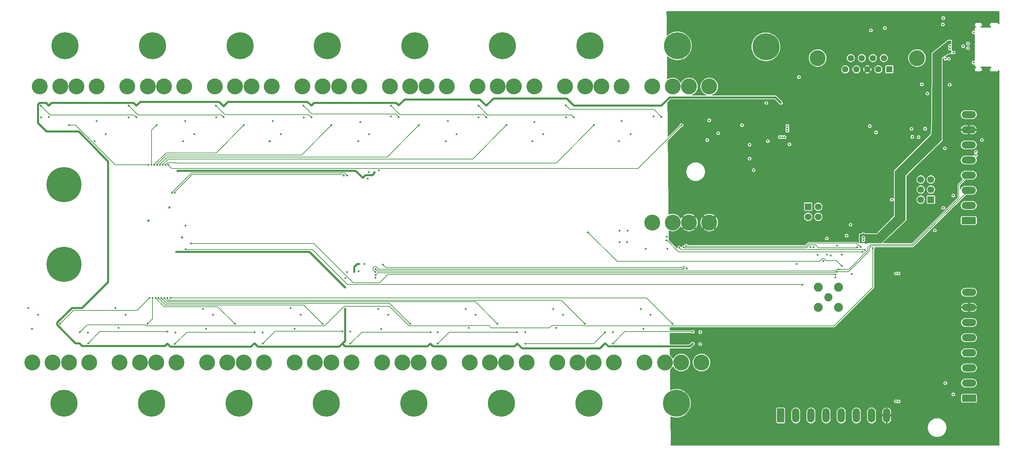
<source format=gbr>
%TF.GenerationSoftware,KiCad,Pcbnew,9.0.0*%
%TF.CreationDate,2025-05-29T20:25:45-04:00*%
%TF.ProjectId,distrabution_controler,64697374-7261-4627-9574-696f6e5f636f,rev?*%
%TF.SameCoordinates,Original*%
%TF.FileFunction,Copper,L3,Inr*%
%TF.FilePolarity,Positive*%
%FSLAX46Y46*%
G04 Gerber Fmt 4.6, Leading zero omitted, Abs format (unit mm)*
G04 Created by KiCad (PCBNEW 9.0.0) date 2025-05-29 20:25:45*
%MOMM*%
%LPD*%
G01*
G04 APERTURE LIST*
G04 Aperture macros list*
%AMRoundRect*
0 Rectangle with rounded corners*
0 $1 Rounding radius*
0 $2 $3 $4 $5 $6 $7 $8 $9 X,Y pos of 4 corners*
0 Add a 4 corners polygon primitive as box body*
4,1,4,$2,$3,$4,$5,$6,$7,$8,$9,$2,$3,0*
0 Add four circle primitives for the rounded corners*
1,1,$1+$1,$2,$3*
1,1,$1+$1,$4,$5*
1,1,$1+$1,$6,$7*
1,1,$1+$1,$8,$9*
0 Add four rect primitives between the rounded corners*
20,1,$1+$1,$2,$3,$4,$5,0*
20,1,$1+$1,$4,$5,$6,$7,0*
20,1,$1+$1,$6,$7,$8,$9,0*
20,1,$1+$1,$8,$9,$2,$3,0*%
G04 Aperture macros list end*
%TA.AperFunction,ComponentPad*%
%ADD10C,6.800000*%
%TD*%
%TA.AperFunction,ComponentPad*%
%ADD11C,4.000000*%
%TD*%
%TA.AperFunction,ComponentPad*%
%ADD12RoundRect,0.250000X1.550000X-0.650000X1.550000X0.650000X-1.550000X0.650000X-1.550000X-0.650000X0*%
%TD*%
%TA.AperFunction,ComponentPad*%
%ADD13O,3.600000X1.800000*%
%TD*%
%TA.AperFunction,ComponentPad*%
%ADD14R,1.700000X1.700000*%
%TD*%
%TA.AperFunction,ComponentPad*%
%ADD15C,1.700000*%
%TD*%
%TA.AperFunction,ComponentPad*%
%ADD16C,2.050000*%
%TD*%
%TA.AperFunction,ComponentPad*%
%ADD17C,2.250000*%
%TD*%
%TA.AperFunction,ComponentPad*%
%ADD18RoundRect,0.250000X-0.650000X-1.550000X0.650000X-1.550000X0.650000X1.550000X-0.650000X1.550000X0*%
%TD*%
%TA.AperFunction,ComponentPad*%
%ADD19O,1.800000X3.600000*%
%TD*%
%TA.AperFunction,ComponentPad*%
%ADD20C,8.800000*%
%TD*%
%TA.AperFunction,ComponentPad*%
%ADD21R,1.600000X1.600000*%
%TD*%
%TA.AperFunction,ComponentPad*%
%ADD22C,1.600000*%
%TD*%
%TA.AperFunction,ViaPad*%
%ADD23C,0.500000*%
%TD*%
%TA.AperFunction,ViaPad*%
%ADD24C,0.600000*%
%TD*%
%TA.AperFunction,Conductor*%
%ADD25C,0.500000*%
%TD*%
%TA.AperFunction,Conductor*%
%ADD26C,0.200000*%
%TD*%
G04 APERTURE END LIST*
D10*
%TO.N,Net-(F14-Pad1)*%
%TO.C,H14*%
X74750000Y-64000000D03*
%TD*%
D11*
%TO.N,Net-(F14-Pad1)*%
%TO.C,F14*%
X68450000Y-74250000D03*
X73550000Y-74250000D03*
%TO.N,CH14_CSN*%
X77650000Y-74250000D03*
X82750000Y-74250000D03*
%TD*%
D10*
%TO.N,Net-(F16-Pad1)*%
%TO.C,H16*%
X30750000Y-64000000D03*
%TD*%
%TO.N,GND*%
%TO.C,H19*%
X207000000Y-64250000D03*
%TD*%
%TO.N,Net-(F10-Pad1)*%
%TO.C,H10*%
X162750000Y-64000000D03*
%TD*%
%TO.N,Net-(F12-Pad1)*%
%TO.C,H12*%
X118750000Y-64000000D03*
%TD*%
D12*
%TO.N,GPIO11*%
%TO.C,J7*%
X258067500Y-152747500D03*
D13*
%TO.N,GPIO10*%
X258067500Y-148937500D03*
%TO.N,GPIO9*%
X258067500Y-145127500D03*
%TO.N,GPIO8*%
X258067500Y-141317500D03*
%TO.N,GPIO7*%
X258067500Y-137507500D03*
%TO.N,GPIO6*%
X258067500Y-133697500D03*
%TO.N,PERIPHERAL_PWR*%
X258067500Y-129887500D03*
%TO.N,GND*%
X258067500Y-126077500D03*
%TD*%
D11*
%TO.N,Net-(F1-Pad1)*%
%TO.C,F1*%
X36850000Y-143750000D03*
X31750000Y-143750000D03*
%TO.N,CH1_CSN*%
X27650000Y-143750000D03*
X22550000Y-143750000D03*
%TD*%
%TO.N,Net-(F11-Pad1)*%
%TO.C,F11*%
X134450000Y-74250000D03*
X139550000Y-74250000D03*
%TO.N,CH11_CSN*%
X143650000Y-74250000D03*
X148750000Y-74250000D03*
%TD*%
%TO.N,Net-(F7-Pad1)*%
%TO.C,F7*%
X168800000Y-143750000D03*
X163700000Y-143750000D03*
%TO.N,CH7_CSN*%
X159600000Y-143750000D03*
X154500000Y-143750000D03*
%TD*%
D14*
%TO.N,GND*%
%TO.C,J5*%
X248475000Y-102740000D03*
D15*
%TO.N,+3V3*%
X245935000Y-102740000D03*
%TO.N,RST*%
X248475000Y-100200000D03*
%TO.N,ESP_TX*%
X245935000Y-100200000D03*
%TO.N,ESP_IO0*%
X248475000Y-97660000D03*
%TO.N,ESP_RX*%
X245935000Y-97660000D03*
%TD*%
D11*
%TO.N,Net-(F12-Pad1)*%
%TO.C,F12*%
X112450000Y-74250000D03*
X117550000Y-74250000D03*
%TO.N,CH12_CSN*%
X121650000Y-74250000D03*
X126750000Y-74250000D03*
%TD*%
%TO.N,PERIPHERAL_PWR*%
%TO.C,F17*%
X192750000Y-108500000D03*
X187650000Y-108500000D03*
%TO.N,PERIPHERAL_PWR_CSN*%
X183550000Y-108500000D03*
X178450000Y-108500000D03*
%TD*%
%TO.N,Net-(F2-Pad1)*%
%TO.C,F2*%
X58800000Y-143750000D03*
X53700000Y-143750000D03*
%TO.N,CH2_CSN*%
X49600000Y-143750000D03*
X44500000Y-143750000D03*
%TD*%
D16*
%TO.N,LNA*%
%TO.C,J1*%
X222700000Y-127340000D03*
D17*
%TO.N,GND*%
X220160000Y-124800000D03*
X220160000Y-129880000D03*
X225240000Y-124800000D03*
X225240000Y-129880000D03*
%TD*%
D11*
%TO.N,Net-(F6-Pad1)*%
%TO.C,F6*%
X146800000Y-143750000D03*
X141700000Y-143750000D03*
%TO.N,CH6_CSN*%
X137600000Y-143750000D03*
X132500000Y-143750000D03*
%TD*%
D10*
%TO.N,Net-(F11-Pad1)*%
%TO.C,H11*%
X140750000Y-64000000D03*
%TD*%
D12*
%TO.N,ESP_RX*%
%TO.C,J6*%
X258000000Y-108000000D03*
D13*
%TO.N,ESP_TX*%
X258000000Y-104190000D03*
%TO.N,I2C_SCL*%
X258000000Y-100380000D03*
%TO.N,I2C_SDA*%
X258000000Y-96570000D03*
%TO.N,CAN_L*%
X258000000Y-92760000D03*
%TO.N,CAN_H*%
X258000000Y-88950000D03*
%TO.N,PERIPHERAL_PWR*%
X258000000Y-85140000D03*
%TO.N,GND*%
X258000000Y-81330000D03*
%TD*%
D18*
%TO.N,unconnected-(J8-Pin_1-Pad1)*%
%TO.C,J8*%
X210715000Y-157067500D03*
D19*
%TO.N,unconnected-(J8-Pin_2-Pad2)*%
X214525000Y-157067500D03*
%TO.N,unconnected-(J8-Pin_3-Pad3)*%
X218335000Y-157067500D03*
%TO.N,GPIO12*%
X222145000Y-157067500D03*
%TO.N,DAC_1*%
X225955000Y-157067500D03*
%TO.N,DAC_2*%
X229765000Y-157067500D03*
%TO.N,GND*%
X233575000Y-157067500D03*
%TO.N,PERIPHERAL_PWR*%
X237385000Y-157067500D03*
%TD*%
D10*
%TO.N,Net-(F6-Pad1)*%
%TO.C,H6*%
X140500000Y-154000000D03*
%TD*%
%TO.N,Net-(F3-Pad1)*%
%TO.C,H3*%
X74500000Y-154000000D03*
%TD*%
%TO.N,Net-(F13-Pad1)*%
%TO.C,H13*%
X96750000Y-64000000D03*
%TD*%
D20*
%TO.N,+12V*%
%TO.C,H18*%
X30500000Y-99000000D03*
%TD*%
D11*
%TO.N,Net-(F16-Pad1)*%
%TO.C,F16*%
X24450000Y-74250000D03*
X29550000Y-74250000D03*
%TO.N,CH16_CSN*%
X33650000Y-74250000D03*
X38750000Y-74250000D03*
%TD*%
D10*
%TO.N,Net-(F5-Pad1)*%
%TO.C,H5*%
X118500000Y-154000000D03*
%TD*%
%TO.N,Net-(F2-Pad1)*%
%TO.C,H2*%
X52500000Y-154000000D03*
%TD*%
D11*
%TO.N,Net-(F4-Pad1)*%
%TO.C,F4*%
X102800000Y-143750000D03*
X97700000Y-143750000D03*
%TO.N,CH4_CSN*%
X93600000Y-143750000D03*
X88500000Y-143750000D03*
%TD*%
D10*
%TO.N,Net-(F7-Pad1)*%
%TO.C,H7*%
X162500000Y-154000000D03*
%TD*%
%TO.N,Net-(F1-Pad1)*%
%TO.C,H1*%
X30500000Y-154000000D03*
%TD*%
D14*
%TO.N,MTD0*%
%TO.C,J3*%
X217625000Y-104525000D03*
D15*
%TO.N,MTCK*%
X220165000Y-104525000D03*
%TO.N,MTMS*%
X217625000Y-107065000D03*
%TO.N,MTDI*%
X220165000Y-107065000D03*
%TD*%
D10*
%TO.N,Net-(F4-Pad1)*%
%TO.C,H4*%
X96500000Y-154000000D03*
%TD*%
D11*
%TO.N,GNDS*%
%TO.C,J4*%
X245000000Y-67105331D03*
X220000000Y-67105331D03*
D21*
%TO.N,CAN_H*%
X238040000Y-69945331D03*
D22*
%TO.N,CAN_L*%
X235270000Y-69945331D03*
%TO.N,PERIPHERAL_PWR*%
X232500000Y-69945331D03*
%TO.N,unconnected-(J4-Pad4)*%
X229730000Y-69945331D03*
%TO.N,GND*%
X226960000Y-69945331D03*
%TO.N,Net-(JP2-B)*%
X236655000Y-67105331D03*
%TO.N,Net-(JP3-B)*%
X233885000Y-67105331D03*
%TO.N,ALLOW_Q_DRAW*%
X231115000Y-67105331D03*
%TO.N,/MCU_IO/CAR_ACC_ESD*%
X228345000Y-67105331D03*
%TD*%
D11*
%TO.N,Net-(F3-Pad1)*%
%TO.C,F3*%
X80800000Y-143750000D03*
X75700000Y-143750000D03*
%TO.N,CH3_CSN*%
X71600000Y-143750000D03*
X66500000Y-143750000D03*
%TD*%
%TO.N,Net-(F10-Pad1)*%
%TO.C,F10*%
X156450000Y-74250000D03*
X161550000Y-74250000D03*
%TO.N,CH10_CSN*%
X165650000Y-74250000D03*
X170750000Y-74250000D03*
%TD*%
%TO.N,Net-(F8-Pad1)*%
%TO.C,F8*%
X190800000Y-143750000D03*
X185700000Y-143750000D03*
%TO.N,CH8_CSN*%
X181600000Y-143750000D03*
X176500000Y-143750000D03*
%TD*%
%TO.N,Net-(F15-Pad1)*%
%TO.C,F15*%
X46450000Y-74250000D03*
X51550000Y-74250000D03*
%TO.N,CH15_CSN*%
X55650000Y-74250000D03*
X60750000Y-74250000D03*
%TD*%
%TO.N,Net-(F13-Pad1)*%
%TO.C,F13*%
X90450000Y-74250000D03*
X95550000Y-74250000D03*
%TO.N,CH13_CSN*%
X99650000Y-74250000D03*
X104750000Y-74250000D03*
%TD*%
%TO.N,Net-(F9-Pad1)*%
%TO.C,F9*%
X178450000Y-74250000D03*
X183550000Y-74250000D03*
%TO.N,CH9_CSN*%
X187650000Y-74250000D03*
X192750000Y-74250000D03*
%TD*%
D10*
%TO.N,Net-(F9-Pad1)*%
%TO.C,H9*%
X184750000Y-64000000D03*
%TD*%
D11*
%TO.N,Net-(F5-Pad1)*%
%TO.C,F5*%
X124800000Y-143750000D03*
X119700000Y-143750000D03*
%TO.N,CH5_CSN*%
X115600000Y-143750000D03*
X110500000Y-143750000D03*
%TD*%
D10*
%TO.N,Net-(F8-Pad1)*%
%TO.C,H8*%
X184500000Y-154000000D03*
%TD*%
D20*
%TO.N,+12V*%
%TO.C,H17*%
X30500000Y-119000000D03*
%TD*%
D10*
%TO.N,Net-(F15-Pad1)*%
%TO.C,H15*%
X52750000Y-64000000D03*
%TD*%
D23*
%TO.N,GND*%
X107096824Y-95861220D03*
%TO.N,+3V3*%
X238600000Y-102750000D03*
%TO.N,GND*%
X232200000Y-113700000D03*
X231500000Y-111400000D03*
X104625000Y-120800000D03*
%TO.N,+12V*%
X215300000Y-71900000D03*
X243825000Y-86900000D03*
%TO.N,PERIPHERAL_PWR*%
X247700000Y-77200000D03*
X247700000Y-78500000D03*
X247700000Y-79700000D03*
X247700000Y-81000000D03*
%TO.N,I2C_SCL*%
X236900000Y-59550000D03*
%TO.N,I2C_SDA*%
X233400000Y-60100000D03*
%TO.N,GND*%
X212900000Y-88800000D03*
%TO.N,+3V3*%
X234675000Y-85800000D03*
X210800000Y-78400000D03*
%TO.N,RST*%
X249472459Y-110472459D03*
%TO.N,ADC_02_ALERT*%
X110700000Y-119100000D03*
X187100000Y-120150000D03*
X186926102Y-114349000D03*
%TO.N,ADC_01_ALERT*%
X186300000Y-120150000D03*
X186300000Y-114750000D03*
%TO.N,+12V_REF*%
X185200000Y-114800000D03*
%TO.N,PERIPHERAL_PWR_CSN_DEV*%
X182000000Y-113000000D03*
%TO.N,RST*%
X216200000Y-124200000D03*
%TO.N,I2C_SDA*%
X108800000Y-120200000D03*
%TO.N,IOX0_INT*%
X62400000Y-113799000D03*
%TO.N,PERIPHERAL_PWR_GATE*%
X162275000Y-110975000D03*
%TO.N,I2C_SCL*%
X57674997Y-101000000D03*
%TO.N,I2C_SDA*%
X58375000Y-101000000D03*
%TO.N,RST*%
X61100000Y-115200000D03*
%TO.N,I2C_SCL*%
X101714409Y-96700000D03*
%TO.N,I2C_SDA*%
X100900000Y-96700000D03*
%TO.N,ADC_01_ALERT*%
X108800000Y-120999997D03*
%TO.N,I2C_SCL*%
X108800000Y-121700000D03*
%TO.N,I2C_SDA*%
X108800000Y-122400000D03*
%TO.N,+3V3*%
X59075000Y-95600000D03*
X58700000Y-115900000D03*
X101200000Y-130200000D03*
X101200000Y-124900000D03*
%TO.N,DISRABUTION_NEO_PIXELS*%
X34500000Y-136100000D03*
%TO.N,+3V3*%
X34400000Y-138900000D03*
%TO.N,Net-(D1-DOUT)*%
X36600000Y-138900000D03*
X56500000Y-136000000D03*
%TO.N,+3V3*%
X56500000Y-139000000D03*
%TO.N,Net-(D2-DOUT)*%
X58400000Y-139100000D03*
X78400000Y-136100000D03*
%TO.N,+3V3*%
X78400000Y-138900000D03*
%TO.N,Net-(D3-DOUT)*%
X80500000Y-139000000D03*
X100500000Y-135900000D03*
%TO.N,+3V3*%
X100500000Y-139000000D03*
%TO.N,Net-(D4-DOUT)*%
X102500000Y-139000000D03*
X122700000Y-136100000D03*
%TO.N,+3V3*%
X122600000Y-139000000D03*
%TO.N,Net-(D5-DOUT)*%
X124500000Y-139000000D03*
%TO.N,Net-(D6-DOUT)*%
X146500000Y-139000000D03*
%TO.N,+3V3*%
X144500000Y-139000000D03*
%TO.N,Net-(D5-DOUT)*%
X144400000Y-136100000D03*
%TO.N,Net-(D7-DOUT)*%
X168500000Y-139000000D03*
%TO.N,+3V3*%
X166600000Y-138900000D03*
%TO.N,Net-(D6-DOUT)*%
X166600000Y-136100000D03*
%TO.N,Net-(D17-DIN)*%
X190500000Y-139100000D03*
%TO.N,+3V3*%
X188600000Y-139000000D03*
%TO.N,Net-(D7-DOUT)*%
X188600000Y-136000000D03*
%TO.N,Net-(D16-DIN)*%
X172100000Y-113400000D03*
%TO.N,+3V3*%
X170200000Y-113400000D03*
%TO.N,Net-(D17-DIN)*%
X170200000Y-110600000D03*
%TO.N,GND*%
X172200000Y-110600000D03*
%TO.N,+3V3*%
X180700000Y-79100000D03*
%TO.N,Net-(D10-DOUT)*%
X180700000Y-81900000D03*
%TO.N,Net-(D10-DIN)*%
X158700000Y-82000000D03*
%TO.N,+3V3*%
X158700000Y-79100000D03*
%TO.N,Net-(D10-DOUT)*%
X156700000Y-79000000D03*
%TO.N,Net-(D11-DIN)*%
X136700000Y-82000000D03*
%TO.N,+3V3*%
X136700000Y-79100000D03*
%TO.N,Net-(D10-DIN)*%
X134700000Y-79100000D03*
%TO.N,Net-(D12-DIN)*%
X114700000Y-81900000D03*
%TO.N,+3V3*%
X114700000Y-79000000D03*
%TO.N,Net-(D11-DIN)*%
X112700000Y-79100000D03*
%TO.N,Net-(D13-DIN)*%
X92700000Y-82000000D03*
%TO.N,+3V3*%
X92700000Y-79100000D03*
%TO.N,Net-(D12-DIN)*%
X90700000Y-79100000D03*
%TO.N,Net-(D14-DIN)*%
X70600000Y-81900000D03*
%TO.N,+3V3*%
X70600000Y-79200000D03*
%TO.N,Net-(D13-DIN)*%
X68700000Y-79100000D03*
%TO.N,Net-(D15-DIN)*%
X48700000Y-82000000D03*
%TO.N,Net-(D14-DIN)*%
X46800000Y-79100000D03*
%TO.N,+3V3*%
X48700000Y-79100000D03*
%TO.N,Net-(D16-DIN)*%
X26700000Y-81900000D03*
%TO.N,Net-(D15-DIN)*%
X24700000Y-79100000D03*
%TO.N,+3V3*%
X26700000Y-79100000D03*
%TO.N,GND*%
X124500000Y-136100000D03*
X146500000Y-136100000D03*
X168500000Y-136100000D03*
X190500000Y-136100000D03*
%TO.N,DAC_1*%
X239700000Y-153500000D03*
%TO.N,DAC_2*%
X240400000Y-153550000D03*
X240400000Y-121300000D03*
%TO.N,DAC_1*%
X239700000Y-121300000D03*
%TO.N,GND*%
X203900000Y-95300000D03*
X202900000Y-92400000D03*
X202900000Y-88900000D03*
X207100000Y-78400000D03*
%TO.N,+3V3*%
X212400000Y-84200000D03*
X212400000Y-84800000D03*
X212400000Y-85400000D03*
X211700000Y-87000000D03*
X211100000Y-87000000D03*
X210500000Y-87000000D03*
%TO.N,GND*%
X207475000Y-87992420D03*
X201000000Y-84000000D03*
%TO.N,IOX0_INT*%
X61100000Y-109300000D03*
%TO.N,ESP_TX*%
X251600000Y-104800000D03*
X218200000Y-114700000D03*
%TO.N,ESP_RX*%
X219000000Y-114720000D03*
%TO.N,+3V3*%
X222300000Y-112500000D03*
%TO.N,GNDS*%
X251600000Y-57025000D03*
%TO.N,GND*%
X251500000Y-58625000D03*
%TO.N,Net-(JP1-C)*%
X243600000Y-84900000D03*
X247026409Y-84873591D03*
%TO.N,GND*%
X251976409Y-89823591D03*
%TO.N,DISRABUTION_NEO_PIXELS*%
X233900000Y-114948000D03*
%TO.N,USB_P*%
X231503321Y-112264058D03*
%TO.N,USB_N*%
X231499986Y-112964053D03*
%TO.N,GND*%
X253300000Y-65500000D03*
X253300000Y-63200000D03*
%TO.N,USB_P*%
X253300000Y-64000000D03*
%TO.N,USB_N*%
X253300000Y-64700000D03*
%TO.N,GND*%
X254200000Y-65700000D03*
%TO.N,USB_C_P*%
X256600000Y-64100000D03*
X257800000Y-64600000D03*
X257800000Y-63450000D03*
%TO.N,ADC_02_ALERT*%
X230800000Y-114700000D03*
%TO.N,ADC_01_ALERT*%
X230014355Y-114720000D03*
%TO.N,+12V_REF*%
X231890027Y-115429498D03*
%TO.N,PERIPHERAL_PWR_CSN_DEV*%
X231338909Y-115861091D03*
%TO.N,GND*%
X182200000Y-115100000D03*
%TO.N,+12V*%
X176850000Y-115100000D03*
%TO.N,GND*%
X182100000Y-112100000D03*
%TO.N,ESP_IO0*%
X224450000Y-122350000D03*
%TO.N,GPIO12*%
X252100000Y-148900000D03*
%TO.N,+3V3*%
X228500000Y-121500000D03*
%TO.N,PERIPHERAL_PWR_GATE*%
X226050000Y-119461091D03*
%TO.N,I2C_SDA*%
X225250000Y-120262166D03*
%TO.N,I2C_SCL*%
X224850000Y-120921686D03*
%TO.N,IOX0_INT*%
X224450000Y-121561091D03*
%TO.N,GND*%
X214725000Y-118925000D03*
%TO.N,+3V3*%
X221403167Y-118175000D03*
%TO.N,GND*%
X228300000Y-109025000D03*
X226075000Y-116600000D03*
%TO.N,+3V3*%
X227300000Y-111800000D03*
%TO.N,GND*%
X224900000Y-114270000D03*
X220015592Y-116625000D03*
%TO.N,+3V3*%
X222400000Y-116600000D03*
X223312015Y-116788129D03*
%TO.N,GND*%
X254100000Y-151750000D03*
%TO.N,I2C_SCL*%
X253000000Y-67299997D03*
%TO.N,I2C_SDA*%
X252150000Y-67250000D03*
%TO.N,GND*%
X254100000Y-101700000D03*
X233125000Y-84200000D03*
X253200000Y-73800000D03*
X245375000Y-87000000D03*
%TO.N,Net-(JP1-C)*%
X259800000Y-90700000D03*
%TO.N,Net-(JP1-B)*%
X259800000Y-91600000D03*
%TO.N,Net-(JP1-A)*%
X261300000Y-87700000D03*
%TO.N,PERIPHERAL_PWR*%
X244600000Y-77200000D03*
%TO.N,/MCU_IO/CAR_ACC_ESD*%
X246200000Y-73700000D03*
%TO.N,ALLOW_Q_DRAW*%
X247600000Y-76000000D03*
%TO.N,+3V3*%
X105650000Y-97250000D03*
X108625000Y-95850000D03*
X104767858Y-118953678D03*
X103500000Y-121000000D03*
%TO.N,GND*%
X259250000Y-68250000D03*
X170000000Y-88000000D03*
X101750000Y-121000000D03*
X90750000Y-82000000D03*
D24*
X51750000Y-108000000D03*
D23*
X80500000Y-136250000D03*
X21500000Y-130000000D03*
X134750000Y-82000000D03*
X43500000Y-130000000D03*
X156750000Y-82000000D03*
X153500000Y-130250000D03*
D24*
X60250000Y-112250000D03*
D23*
X109500000Y-130250000D03*
X58500000Y-136250000D03*
X109657430Y-95439638D03*
X106896273Y-97422840D03*
X192250000Y-87750000D03*
X131500000Y-130250000D03*
X60500000Y-88000000D03*
X148250000Y-88000000D03*
X24750000Y-82000000D03*
X112750000Y-81750000D03*
X259250000Y-60600000D03*
X36500000Y-136250000D03*
X102500000Y-136000000D03*
X87500000Y-130000000D03*
X126500000Y-88000000D03*
X38250000Y-88000000D03*
X46750000Y-82000000D03*
X68750000Y-82000000D03*
X106026182Y-118954387D03*
X65500000Y-130250000D03*
X104500000Y-88000000D03*
D24*
X57000000Y-104750000D03*
D23*
X178750000Y-81750000D03*
X175500000Y-130250000D03*
X101250000Y-122500000D03*
D24*
X82250000Y-88000000D03*
D23*
%TO.N,CH1_CSN*%
X22500000Y-135250000D03*
%TO.N,CH2_CSN*%
X44250000Y-135000000D03*
%TO.N,CH3_CSN*%
X66250000Y-135250000D03*
%TO.N,CH4_CSN*%
X88500000Y-135250000D03*
%TO.N,CH5_CSN*%
X110250000Y-135250000D03*
%TO.N,CH6_CSN*%
X132250000Y-135000000D03*
%TO.N,CH7_CSN*%
X154250000Y-135000000D03*
%TO.N,CH8_CSN*%
X176250000Y-135250000D03*
%TO.N,CH9_CSN*%
X192750000Y-82750000D03*
%TO.N,CH10_CSN*%
X170750000Y-83000000D03*
%TO.N,CH11_CSN*%
X148750000Y-83250000D03*
%TO.N,CH12_CSN*%
X127000000Y-83000000D03*
%TO.N,CH13_CSN*%
X105000000Y-83250000D03*
%TO.N,CH14_CSN*%
X83000000Y-83000000D03*
%TO.N,CH15_CSN*%
X61000000Y-83000000D03*
%TO.N,CH16_CSN*%
X38750000Y-83000000D03*
%TO.N,CH16_GATE*%
X51750000Y-94001000D03*
X31750000Y-84000000D03*
%TO.N,CH2_GATE*%
X52750000Y-127500000D03*
X51500000Y-134000000D03*
%TO.N,CH3_GATE*%
X73500000Y-134000000D03*
X53500000Y-127500000D03*
%TO.N,CH4_GATE*%
X95500000Y-134000000D03*
X54250000Y-127500000D03*
%TO.N,CH5_GATE*%
X55000000Y-127500000D03*
X117500000Y-134000000D03*
%TO.N,CH6_GATE*%
X139500000Y-134000000D03*
X55750000Y-127500000D03*
%TO.N,CH7_GATE*%
X56500000Y-127500000D03*
X161500000Y-134000000D03*
%TO.N,CH8_GATE*%
X183500000Y-134000000D03*
X57250000Y-127500000D03*
%TO.N,CH9_GATE*%
X185750000Y-84000000D03*
X56700008Y-94001000D03*
%TO.N,CH10_GATE*%
X56000007Y-94001000D03*
X163750000Y-84000000D03*
%TO.N,CH11_GATE*%
X55300006Y-94001000D03*
X141750000Y-84000000D03*
%TO.N,CH12_GATE*%
X119750000Y-84000000D03*
X54600004Y-94001000D03*
%TO.N,CH13_GATE*%
X97750000Y-84000000D03*
X53900004Y-94001000D03*
%TO.N,CH14_GATE*%
X75750000Y-84000000D03*
X53200002Y-94001000D03*
%TO.N,CH15_GATE*%
X53750000Y-84000000D03*
X52500000Y-94001000D03*
%TO.N,CH1_CSN_DEV*%
X24000000Y-131750000D03*
%TO.N,CH2_CSN_DEV*%
X46000000Y-131750000D03*
%TO.N,CH3_CSN_DEV*%
X68000000Y-131750000D03*
%TO.N,CH4_CSN_DEV*%
X90000000Y-131750000D03*
%TO.N,CH5_CSN_DEV*%
X112000000Y-131750000D03*
%TO.N,CH6_CSN_DEV*%
X134000000Y-131750000D03*
%TO.N,CH7_CSN_DEV*%
X156000000Y-131750000D03*
%TO.N,CH8_CSN_DEV*%
X178000000Y-131750000D03*
%TO.N,CH9_CSN_DEV*%
X195000000Y-86000000D03*
%TO.N,CH10_CSN_DEV*%
X173000000Y-86250000D03*
%TO.N,CH11_CSN_DEV*%
X151000000Y-86250000D03*
%TO.N,CH12_CSN_DEV*%
X129250000Y-86250000D03*
%TO.N,CH13_CSN_DEV*%
X107250000Y-86250000D03*
%TO.N,CH14_CSN_DEV*%
X85000000Y-86250000D03*
%TO.N,CH15_CSN_DEV*%
X63250000Y-86250000D03*
%TO.N,CH16_CSN_DEV*%
X41000000Y-86250000D03*
%TO.N,CH1_GATE*%
X52000000Y-127500000D03*
X29500000Y-134000000D03*
%TD*%
D25*
%TO.N,+3V3*%
X108419818Y-96055182D02*
X108625000Y-95850000D01*
X108419818Y-96280182D02*
X108419818Y-96055182D01*
X108100000Y-96600000D02*
X108419818Y-96280182D01*
X106300000Y-96600000D02*
X108100000Y-96600000D01*
X105650000Y-97250000D02*
X106300000Y-96600000D01*
X103851000Y-95451000D02*
X59224000Y-95451000D01*
X59224000Y-95451000D02*
X59075000Y-95600000D01*
X105650000Y-97250000D02*
X103851000Y-95451000D01*
X104246322Y-118953678D02*
X103500000Y-119700000D01*
X103500000Y-119700000D02*
X103500000Y-121000000D01*
X104767858Y-118953678D02*
X104246322Y-118953678D01*
D26*
%TO.N,ADC_02_ALERT*%
X111498000Y-119898000D02*
X110700000Y-119100000D01*
X111498000Y-119898000D02*
X185772768Y-119898000D01*
X186071768Y-119599000D02*
X185772768Y-119898000D01*
X186071768Y-119599000D02*
X186549000Y-119599000D01*
X187100000Y-120150000D02*
X186549000Y-119599000D01*
%TO.N,ADC_01_ALERT*%
X108249000Y-120448997D02*
X108800000Y-120999997D01*
X108249000Y-119851000D02*
X108249000Y-120448997D01*
X109699000Y-120299000D02*
X108900000Y-119500000D01*
X186011166Y-120299000D02*
X109699000Y-120299000D01*
X186300000Y-120010166D02*
X186011166Y-120299000D01*
X108900000Y-119500000D02*
X108600000Y-119500000D01*
X186300000Y-120150000D02*
X186300000Y-120010166D01*
X108600000Y-119500000D02*
X108249000Y-119851000D01*
%TO.N,I2C_SDA*%
X109300000Y-120700000D02*
X108800000Y-120200000D01*
X223964759Y-120700000D02*
X109300000Y-120700000D01*
X224055668Y-120609091D02*
X223964759Y-120700000D01*
X224383363Y-120609091D02*
X224055668Y-120609091D01*
X225078232Y-120370686D02*
X224621768Y-120370686D01*
X224621768Y-120370686D02*
X224383363Y-120609091D01*
X225109856Y-120402310D02*
X225078232Y-120370686D01*
X225250000Y-120262166D02*
X225109856Y-120402310D01*
%TO.N,I2C_SCL*%
X224221768Y-121010091D02*
X224071768Y-121160091D01*
X224071768Y-121160091D02*
X109419138Y-121160091D01*
X108879229Y-121700000D02*
X108800000Y-121700000D01*
X224678232Y-121010091D02*
X224221768Y-121010091D01*
X109419138Y-121160091D02*
X108879229Y-121700000D01*
X224719913Y-121051773D02*
X224678232Y-121010091D01*
X224850000Y-120921686D02*
X224719913Y-121051773D01*
%TO.N,PERIPHERAL_PWR_GATE*%
X220498935Y-118300000D02*
X169600000Y-118300000D01*
X221174935Y-117624000D02*
X220498935Y-118300000D01*
X221631399Y-117624000D02*
X221174935Y-117624000D01*
X221954167Y-118100000D02*
X221954167Y-117946768D01*
X224688909Y-118100000D02*
X221954167Y-118100000D01*
X226050000Y-119461091D02*
X224688909Y-118100000D01*
X221954167Y-117946768D02*
X221631399Y-117624000D01*
X162275000Y-110975000D02*
X169600000Y-118300000D01*
%TO.N,I2C_SDA*%
X255506450Y-102306450D02*
X255506450Y-99063550D01*
X243816900Y-113996000D02*
X255506450Y-102306450D01*
X233505668Y-113996000D02*
X243816900Y-113996000D01*
X232637805Y-114795095D02*
X233433900Y-113999000D01*
X233433900Y-113999000D02*
X233502668Y-113999000D01*
X232637805Y-115460953D02*
X232637805Y-114795095D01*
X227836591Y-120262166D02*
X232637805Y-115460953D01*
X225250000Y-120262166D02*
X227836591Y-120262166D01*
X255506450Y-99063550D02*
X258000000Y-96570000D01*
X233502668Y-113999000D02*
X233505668Y-113996000D01*
%TO.N,I2C_SCL*%
X243980000Y-114400000D02*
X258000000Y-100380000D01*
X233668768Y-114400000D02*
X233671768Y-114397000D01*
X233600000Y-114400000D02*
X233668768Y-114400000D01*
X233038805Y-115627052D02*
X233038805Y-114961195D01*
X233038805Y-114961195D02*
X233600000Y-114400000D01*
X233671768Y-114397000D02*
X234128232Y-114397000D01*
X234131232Y-114400000D02*
X243980000Y-114400000D01*
X234128232Y-114397000D02*
X234131232Y-114400000D01*
X227744171Y-120921686D02*
X233038805Y-115627052D01*
X224850000Y-120921686D02*
X227744171Y-120921686D01*
%TO.N,DISRABUTION_NEO_PIXELS*%
X36371768Y-134228232D02*
X34500000Y-136100000D01*
X50949000Y-134228232D02*
X36371768Y-134228232D01*
X96069768Y-134551000D02*
X51271768Y-134551000D01*
X100971768Y-129649000D02*
X96069768Y-134551000D01*
X51271768Y-134551000D02*
X50949000Y-134228232D01*
X117271768Y-134551000D02*
X112369768Y-129649000D01*
X112369768Y-129649000D02*
X100971768Y-129649000D01*
X131919768Y-134551000D02*
X117271768Y-134551000D01*
X137349000Y-134449000D02*
X132021768Y-134449000D01*
X137900000Y-135000000D02*
X137349000Y-134449000D01*
X152600000Y-135000000D02*
X137900000Y-135000000D01*
X132021768Y-134449000D02*
X131919768Y-134551000D01*
X153151000Y-134449000D02*
X152600000Y-135000000D01*
X161169768Y-134449000D02*
X153151000Y-134449000D01*
X161271768Y-134551000D02*
X161169768Y-134449000D01*
X224149000Y-134551000D02*
X161271768Y-134551000D01*
X233900000Y-114948000D02*
X233900000Y-124800000D01*
X233900000Y-124800000D02*
X224149000Y-134551000D01*
%TO.N,PERIPHERAL_PWR_CSN_DEV*%
X182200000Y-113000000D02*
X185061091Y-115861091D01*
X182000000Y-113000000D02*
X182200000Y-113000000D01*
X185061091Y-115861091D02*
X231338909Y-115861091D01*
D25*
%TO.N,+3V3*%
X209400000Y-77000000D02*
X210800000Y-78400000D01*
X182800000Y-77000000D02*
X209400000Y-77000000D01*
X180700000Y-79100000D02*
X182800000Y-77000000D01*
D26*
%TO.N,ADC_02_ALERT*%
X187075102Y-114498000D02*
X186926102Y-114349000D01*
X187075102Y-114498000D02*
X217055668Y-114498000D01*
X217834668Y-113719000D02*
X217055668Y-114498000D01*
X229819000Y-113719000D02*
X217834668Y-113719000D01*
X230800000Y-114700000D02*
X229819000Y-113719000D01*
%TO.N,ADC_01_ALERT*%
X217971768Y-114149000D02*
X217221768Y-114899000D01*
X186300000Y-114899000D02*
X217221768Y-114899000D01*
X186300000Y-114899000D02*
X186300000Y-114750000D01*
%TO.N,+12V_REF*%
X231760529Y-115300000D02*
X231890027Y-115429498D01*
X185200000Y-114800000D02*
X185700000Y-115300000D01*
X185700000Y-115300000D02*
X231760529Y-115300000D01*
%TO.N,ADC_01_ALERT*%
X219450000Y-114149000D02*
X217971768Y-114149000D01*
X229835355Y-114899000D02*
X220200000Y-114899000D01*
X220200000Y-114899000D02*
X219450000Y-114149000D01*
X230014355Y-114720000D02*
X229835355Y-114899000D01*
%TO.N,IOX0_INT*%
X103230232Y-123701000D02*
X109799000Y-123701000D01*
X109799000Y-123701000D02*
X111938909Y-121561091D01*
X93328232Y-113799000D02*
X103230232Y-123701000D01*
X111938909Y-121561091D02*
X224450000Y-121561091D01*
X62400000Y-113799000D02*
X93328232Y-113799000D01*
%TO.N,RST*%
X92998000Y-115300000D02*
X61200000Y-115300000D01*
X61200000Y-115300000D02*
X61100000Y-115200000D01*
X216000000Y-124200000D02*
X215902000Y-124102000D01*
X215902000Y-124102000D02*
X101800000Y-124102000D01*
X101800000Y-124102000D02*
X92998000Y-115300000D01*
X216200000Y-124200000D02*
X216000000Y-124200000D01*
%TO.N,I2C_SDA*%
X62759868Y-96403000D02*
X100603000Y-96403000D01*
X58375000Y-100787868D02*
X62759868Y-96403000D01*
X100603000Y-96403000D02*
X100900000Y-96700000D01*
X58375000Y-101000000D02*
X58375000Y-100787868D01*
%TO.N,I2C_SCL*%
X101016409Y-96002000D02*
X101714409Y-96700000D01*
X57674997Y-100920771D02*
X62593768Y-96002000D01*
X62593768Y-96002000D02*
X101016409Y-96002000D01*
X57674997Y-101000000D02*
X57674997Y-100920771D01*
D25*
%TO.N,+3V3*%
X23999000Y-78809636D02*
X24409636Y-78399000D01*
X23999000Y-83499000D02*
X23999000Y-78809636D01*
X34210384Y-85589616D02*
X26089616Y-85589616D01*
X39000000Y-90379232D02*
X34210384Y-85589616D01*
X39000000Y-90500000D02*
X39000000Y-90379232D01*
X24409636Y-78399000D02*
X25999000Y-78399000D01*
X41600000Y-123500000D02*
X41600000Y-93100000D01*
X35100000Y-130000000D02*
X41600000Y-123500000D01*
X32500000Y-130000000D02*
X35100000Y-130000000D01*
X28799000Y-133701000D02*
X32500000Y-130000000D01*
X28799000Y-134290364D02*
X28799000Y-133701000D01*
X26089616Y-85589616D02*
X23999000Y-83499000D01*
X33408636Y-138900000D02*
X28799000Y-134290364D01*
X41600000Y-93100000D02*
X39000000Y-90500000D01*
X34400000Y-138900000D02*
X33408636Y-138900000D01*
X25999000Y-78399000D02*
X26700000Y-79100000D01*
D26*
%TO.N,CH1_GATE*%
X48900000Y-130600000D02*
X32900000Y-130600000D01*
X32900000Y-130600000D02*
X29500000Y-134000000D01*
X52000000Y-127500000D02*
X48900000Y-130600000D01*
%TO.N,CH16_GATE*%
X33400000Y-84000000D02*
X31750000Y-84000000D01*
X43401000Y-94001000D02*
X33400000Y-84000000D01*
X51750000Y-94001000D02*
X43401000Y-94001000D01*
%TO.N,CH9_GATE*%
X174850000Y-94900000D02*
X185750000Y-84000000D01*
X109429198Y-94888638D02*
X109885662Y-94888638D01*
X109417836Y-94900000D02*
X109429198Y-94888638D01*
X109885662Y-94888638D02*
X109897024Y-94900000D01*
X57599008Y-94900000D02*
X109417836Y-94900000D01*
X56700008Y-94001000D02*
X57599008Y-94900000D01*
X109897024Y-94900000D02*
X174850000Y-94900000D01*
D25*
%TO.N,+3V3*%
X92200000Y-115900000D02*
X58700000Y-115900000D01*
X101200000Y-124900000D02*
X92200000Y-115900000D01*
X101200000Y-138300000D02*
X101200000Y-130200000D01*
X100500000Y-139000000D02*
X101200000Y-138300000D01*
D26*
%TO.N,Net-(D15-DIN)*%
X27049000Y-81449000D02*
X24700000Y-79100000D01*
X48149000Y-81449000D02*
X27049000Y-81449000D01*
X48700000Y-82000000D02*
X48149000Y-81449000D01*
%TO.N,Net-(D14-DIN)*%
X70600000Y-81900000D02*
X70100000Y-81400000D01*
X70100000Y-81400000D02*
X49100000Y-81400000D01*
X49100000Y-81400000D02*
X46800000Y-79100000D01*
%TO.N,Net-(D13-DIN)*%
X70949000Y-81349000D02*
X68700000Y-79100000D01*
X92049000Y-81349000D02*
X70949000Y-81349000D01*
X92700000Y-82000000D02*
X92049000Y-81349000D01*
%TO.N,Net-(D12-DIN)*%
X92799000Y-81199000D02*
X90700000Y-79100000D01*
X113999000Y-81199000D02*
X92799000Y-81199000D01*
X114700000Y-81900000D02*
X113999000Y-81199000D01*
%TO.N,Net-(D11-DIN)*%
X136049000Y-81349000D02*
X114949000Y-81349000D01*
X136700000Y-82000000D02*
X136049000Y-81349000D01*
X114949000Y-81349000D02*
X112700000Y-79100000D01*
%TO.N,Net-(D10-DIN)*%
X137049000Y-81449000D02*
X134700000Y-79100000D01*
X158149000Y-81449000D02*
X137049000Y-81449000D01*
X158700000Y-82000000D02*
X158149000Y-81449000D01*
%TO.N,Net-(D10-DOUT)*%
X157700000Y-80000000D02*
X156700000Y-79000000D01*
X178800000Y-80000000D02*
X157700000Y-80000000D01*
X180700000Y-81900000D02*
X178800000Y-80000000D01*
%TO.N,Net-(D1-DOUT)*%
X39500000Y-136000000D02*
X36600000Y-138900000D01*
X56500000Y-136000000D02*
X39500000Y-136000000D01*
%TO.N,Net-(D2-DOUT)*%
X61400000Y-136100000D02*
X58400000Y-139100000D01*
X78400000Y-136100000D02*
X61400000Y-136100000D01*
%TO.N,Net-(D3-DOUT)*%
X100500000Y-135900000D02*
X83600000Y-135900000D01*
X83600000Y-135900000D02*
X80500000Y-139000000D01*
%TO.N,Net-(D4-DOUT)*%
X105400000Y-136100000D02*
X102500000Y-139000000D01*
X122700000Y-136100000D02*
X105400000Y-136100000D01*
%TO.N,Net-(D5-DOUT)*%
X127400000Y-136100000D02*
X124500000Y-139000000D01*
X144400000Y-136100000D02*
X127400000Y-136100000D01*
%TO.N,Net-(D6-DOUT)*%
X163700000Y-139000000D02*
X146500000Y-139000000D01*
X166600000Y-136100000D02*
X163700000Y-139000000D01*
%TO.N,Net-(D7-DOUT)*%
X171500000Y-136000000D02*
X168500000Y-139000000D01*
X188600000Y-136000000D02*
X171500000Y-136000000D01*
D25*
%TO.N,+3V3*%
X158700000Y-79100000D02*
X180700000Y-79100000D01*
X156900000Y-77300000D02*
X158700000Y-79100000D01*
X138500000Y-77300000D02*
X156900000Y-77300000D01*
X136700000Y-79100000D02*
X138500000Y-77300000D01*
X116200000Y-77500000D02*
X135100000Y-77500000D01*
X114700000Y-79000000D02*
X116200000Y-77500000D01*
X135100000Y-77500000D02*
X136700000Y-79100000D01*
X114099000Y-78399000D02*
X114700000Y-79000000D01*
X93401000Y-78399000D02*
X114099000Y-78399000D01*
X92700000Y-79100000D02*
X93401000Y-78399000D01*
X71700000Y-78100000D02*
X91700000Y-78100000D01*
X91700000Y-78100000D02*
X92700000Y-79100000D01*
X70600000Y-79200000D02*
X71700000Y-78100000D01*
X69500000Y-78100000D02*
X70600000Y-79200000D01*
X49700000Y-78100000D02*
X69500000Y-78100000D01*
X48700000Y-79100000D02*
X49700000Y-78100000D01*
X27401000Y-78399000D02*
X47999000Y-78399000D01*
X26700000Y-79100000D02*
X27401000Y-78399000D01*
X47999000Y-78399000D02*
X48700000Y-79100000D01*
X55899000Y-139601000D02*
X35101000Y-139601000D01*
X56500000Y-139000000D02*
X55899000Y-139601000D01*
X35101000Y-139601000D02*
X34400000Y-138900000D01*
X57301000Y-139801000D02*
X56500000Y-139000000D01*
X77499000Y-139801000D02*
X57301000Y-139801000D01*
X78400000Y-138900000D02*
X77499000Y-139801000D01*
X99700000Y-139800000D02*
X79300000Y-139800000D01*
X79300000Y-139800000D02*
X78400000Y-138900000D01*
X100500000Y-139000000D02*
X99700000Y-139800000D01*
X121899000Y-139701000D02*
X101201000Y-139701000D01*
X122600000Y-139000000D02*
X121899000Y-139701000D01*
X101201000Y-139701000D02*
X100500000Y-139000000D01*
X123301000Y-139701000D02*
X122600000Y-139000000D01*
X143799000Y-139701000D02*
X123301000Y-139701000D01*
X144500000Y-139000000D02*
X143799000Y-139701000D01*
X145700000Y-140200000D02*
X144500000Y-139000000D01*
X165300000Y-140200000D02*
X145700000Y-140200000D01*
X166600000Y-138900000D02*
X165300000Y-140200000D01*
X167401000Y-139701000D02*
X166600000Y-138900000D01*
X187899000Y-139701000D02*
X167401000Y-139701000D01*
X188600000Y-139000000D02*
X187899000Y-139701000D01*
D26*
%TO.N,CH2_GATE*%
X52750000Y-132750000D02*
X51500000Y-134000000D01*
X52750000Y-127500000D02*
X52750000Y-132750000D01*
%TO.N,CH3_GATE*%
X55625768Y-129655000D02*
X69155000Y-129655000D01*
X53500000Y-127500000D02*
X53500000Y-127529232D01*
X53500000Y-127529232D02*
X55625768Y-129655000D01*
X69155000Y-129655000D02*
X73500000Y-134000000D01*
%TO.N,CH4_GATE*%
X54250000Y-127500000D02*
X54250000Y-127529232D01*
X54250000Y-127529232D02*
X55974768Y-129254000D01*
X55974768Y-129254000D02*
X90754000Y-129254000D01*
X90754000Y-129254000D02*
X95500000Y-134000000D01*
%TO.N,CH5_GATE*%
X55000000Y-127529232D02*
X56323768Y-128853000D01*
X55000000Y-127500000D02*
X55000000Y-127529232D01*
X56323768Y-128853000D02*
X112353000Y-128853000D01*
X112353000Y-128853000D02*
X117500000Y-134000000D01*
%TO.N,CH6_GATE*%
X56634900Y-128452000D02*
X133952000Y-128452000D01*
X133952000Y-128452000D02*
X139500000Y-134000000D01*
X55750000Y-127567100D02*
X56634900Y-128452000D01*
X55750000Y-127500000D02*
X55750000Y-127567100D01*
%TO.N,CH7_GATE*%
X56500000Y-127750000D02*
X56801000Y-128051000D01*
X155551000Y-128051000D02*
X161500000Y-134000000D01*
X56801000Y-128051000D02*
X155551000Y-128051000D01*
X56500000Y-127500000D02*
X56500000Y-127750000D01*
%TO.N,CH8_GATE*%
X177000000Y-127500000D02*
X183500000Y-134000000D01*
X57250000Y-127500000D02*
X177000000Y-127500000D01*
%TO.N,CH10_GATE*%
X58450000Y-93450000D02*
X58500000Y-93500000D01*
X56471776Y-93450000D02*
X58450000Y-93450000D01*
X58500000Y-93500000D02*
X154250000Y-93500000D01*
X56000007Y-94001000D02*
X56000007Y-93921769D01*
X58450000Y-93500000D02*
X58500000Y-93500000D01*
X154250000Y-93500000D02*
X163750000Y-84000000D01*
X56000007Y-93921769D02*
X56471776Y-93450000D01*
%TO.N,CH11_GATE*%
X56721775Y-92500000D02*
X133250000Y-92500000D01*
X133250000Y-92500000D02*
X141750000Y-84000000D01*
X55300006Y-94001000D02*
X55300006Y-93921769D01*
X55300006Y-93921769D02*
X56721775Y-92500000D01*
%TO.N,CH12_GATE*%
X54600004Y-93921770D02*
X56521774Y-92000000D01*
X111750000Y-92000000D02*
X119750000Y-84000000D01*
X54600004Y-94001000D02*
X54600004Y-93921770D01*
X56521774Y-92000000D02*
X111750000Y-92000000D01*
%TO.N,CH13_GATE*%
X90250000Y-91500000D02*
X97750000Y-84000000D01*
X53900004Y-94001000D02*
X53900004Y-93849996D01*
X53900004Y-93849996D02*
X56250000Y-91500000D01*
X56250000Y-91500000D02*
X90250000Y-91500000D01*
%TO.N,CH14_GATE*%
X53200002Y-94001000D02*
X53200002Y-93921770D01*
X53200002Y-93921770D02*
X56121772Y-91000000D01*
X68750000Y-91000000D02*
X75750000Y-84000000D01*
X56121772Y-91000000D02*
X68750000Y-91000000D01*
%TO.N,CH15_GATE*%
X52500000Y-85250000D02*
X53750000Y-84000000D01*
X52500000Y-94001000D02*
X52500000Y-85250000D01*
%TD*%
%TA.AperFunction,Conductor*%
%TO.N,GND*%
G36*
X253543039Y-62719685D02*
G01*
X253588794Y-62772489D01*
X253600000Y-62824000D01*
X253600000Y-63452393D01*
X253580315Y-63519432D01*
X253527511Y-63565187D01*
X253458353Y-63575131D01*
X253443907Y-63572168D01*
X253417853Y-63565187D01*
X253359309Y-63549500D01*
X253240691Y-63549500D01*
X253126114Y-63580201D01*
X253126112Y-63580201D01*
X253126112Y-63580202D01*
X253023387Y-63639511D01*
X253023384Y-63639513D01*
X252939513Y-63723384D01*
X252939511Y-63723387D01*
X252880201Y-63826114D01*
X252849500Y-63940691D01*
X252849500Y-64059309D01*
X252880201Y-64173886D01*
X252939511Y-64276613D01*
X252939512Y-64276614D01*
X252943575Y-64283651D01*
X252941824Y-64284661D01*
X252963095Y-64339689D01*
X252949053Y-64408133D01*
X252941822Y-64419384D01*
X252939511Y-64423387D01*
X252880201Y-64526114D01*
X252849500Y-64640691D01*
X252849500Y-64759309D01*
X252880201Y-64873886D01*
X252939511Y-64976613D01*
X253023387Y-65060489D01*
X253126114Y-65119799D01*
X253240691Y-65150500D01*
X253240694Y-65150500D01*
X253359306Y-65150500D01*
X253359309Y-65150500D01*
X253443909Y-65127831D01*
X253513756Y-65129494D01*
X253571618Y-65168656D01*
X253599123Y-65232884D01*
X253600000Y-65247606D01*
X253600000Y-65776000D01*
X253580315Y-65843039D01*
X253527511Y-65888794D01*
X253476000Y-65900000D01*
X252900000Y-65900000D01*
X251200000Y-67000000D01*
X251200000Y-87747828D01*
X251180315Y-87814867D01*
X251162702Y-87836478D01*
X242100000Y-96700000D01*
X242100000Y-96700001D01*
X242100000Y-107846796D01*
X242080315Y-107913835D01*
X242061444Y-107936659D01*
X238418967Y-111399999D01*
X236040634Y-113661363D01*
X235978488Y-113693292D01*
X235955192Y-113695500D01*
X233545230Y-113695500D01*
X233466106Y-113695500D01*
X233466104Y-113695500D01*
X233458050Y-113696561D01*
X233457988Y-113696097D01*
X233441502Y-113698466D01*
X233440057Y-113698500D01*
X233394338Y-113698500D01*
X233389938Y-113699678D01*
X233377735Y-113699966D01*
X233377264Y-113699839D01*
X233374819Y-113700000D01*
X230724000Y-113700000D01*
X230656961Y-113680315D01*
X230611206Y-113627511D01*
X230600000Y-113576000D01*
X230600000Y-112904744D01*
X231049486Y-112904744D01*
X231049486Y-113023362D01*
X231080187Y-113137939D01*
X231139497Y-113240666D01*
X231223373Y-113324542D01*
X231326100Y-113383852D01*
X231440677Y-113414553D01*
X231440680Y-113414553D01*
X231559292Y-113414553D01*
X231559295Y-113414553D01*
X231673872Y-113383852D01*
X231776599Y-113324542D01*
X231860475Y-113240666D01*
X231919785Y-113137939D01*
X231950486Y-113023362D01*
X231950486Y-112904744D01*
X231919785Y-112790167D01*
X231860475Y-112687440D01*
X231860473Y-112687438D01*
X231856411Y-112680402D01*
X231858842Y-112678998D01*
X231838562Y-112626567D01*
X231852588Y-112558119D01*
X231863766Y-112540727D01*
X231863801Y-112540679D01*
X231863810Y-112540671D01*
X231923120Y-112437944D01*
X231953821Y-112323367D01*
X231953821Y-112204749D01*
X231923120Y-112090172D01*
X231863810Y-111987445D01*
X231779934Y-111903569D01*
X231677207Y-111844259D01*
X231562630Y-111813558D01*
X231444012Y-111813558D01*
X231329435Y-111844259D01*
X231329433Y-111844259D01*
X231329433Y-111844260D01*
X231226708Y-111903569D01*
X231226705Y-111903571D01*
X231142834Y-111987442D01*
X231142832Y-111987445D01*
X231083522Y-112090172D01*
X231052821Y-112204749D01*
X231052821Y-112323367D01*
X231083522Y-112437944D01*
X231142832Y-112540671D01*
X231142833Y-112540672D01*
X231146896Y-112547709D01*
X231144465Y-112549112D01*
X231164745Y-112601552D01*
X231150714Y-112669998D01*
X231139553Y-112687366D01*
X231139501Y-112687433D01*
X231139497Y-112687440D01*
X231080187Y-112790167D01*
X231049486Y-112904744D01*
X230600000Y-112904744D01*
X230600000Y-111524000D01*
X230619685Y-111456961D01*
X230672489Y-111411206D01*
X230724000Y-111400000D01*
X234999998Y-111400000D01*
X235000000Y-111400000D01*
X239400000Y-106900000D01*
X239400000Y-95551759D01*
X239419685Y-95484720D01*
X239436794Y-95463604D01*
X248600000Y-86400000D01*
X248800000Y-82600000D01*
X248899645Y-65959137D01*
X248919731Y-65892219D01*
X248946177Y-65863058D01*
X252866035Y-62727172D01*
X252930681Y-62700664D01*
X252943497Y-62700000D01*
X253476000Y-62700000D01*
X253543039Y-62719685D01*
G37*
%TD.AperFunction*%
%TD*%
%TA.AperFunction,Conductor*%
%TO.N,PERIPHERAL_PWR*%
G36*
X265642193Y-55320185D02*
G01*
X265687948Y-55372989D01*
X265699154Y-55424601D01*
X265697337Y-57654789D01*
X265697299Y-57655381D01*
X265697299Y-57663011D01*
X265697299Y-57702590D01*
X265697267Y-57741890D01*
X265697299Y-57742009D01*
X265697299Y-58443981D01*
X265677614Y-58511020D01*
X265624810Y-58556775D01*
X265555652Y-58566719D01*
X265492096Y-58537694D01*
X265465912Y-58505982D01*
X265448715Y-58476197D01*
X265400500Y-58392686D01*
X265307314Y-58299500D01*
X265246711Y-58264511D01*
X265193187Y-58233608D01*
X265087172Y-58205202D01*
X265065892Y-58199500D01*
X263734108Y-58199500D01*
X263606812Y-58233608D01*
X263492686Y-58299500D01*
X263492683Y-58299502D01*
X263399502Y-58392683D01*
X263399500Y-58392686D01*
X263333608Y-58506812D01*
X263299500Y-58634108D01*
X263299500Y-58765891D01*
X263333608Y-58893187D01*
X263338473Y-58901613D01*
X263399500Y-59007314D01*
X263492686Y-59100500D01*
X263571047Y-59145742D01*
X263612489Y-59169669D01*
X263660704Y-59220237D01*
X263673926Y-59288844D01*
X263647958Y-59353708D01*
X263591044Y-59394236D01*
X263550436Y-59401056D01*
X261051255Y-59400018D01*
X260984224Y-59380306D01*
X260938491Y-59327483D01*
X260928576Y-59258320D01*
X260957628Y-59194776D01*
X260989307Y-59168631D01*
X260993184Y-59166392D01*
X260993186Y-59166392D01*
X261107314Y-59100500D01*
X261200500Y-59007314D01*
X261266392Y-58893186D01*
X261300500Y-58765892D01*
X261300500Y-58634108D01*
X261266392Y-58506814D01*
X261200500Y-58392686D01*
X261107314Y-58299500D01*
X261046711Y-58264511D01*
X260993187Y-58233608D01*
X260887172Y-58205202D01*
X260865892Y-58199500D01*
X259934108Y-58199500D01*
X259806812Y-58233608D01*
X259692686Y-58299500D01*
X259692683Y-58299502D01*
X259599502Y-58392683D01*
X259599500Y-58392686D01*
X259533608Y-58506812D01*
X259499500Y-58634108D01*
X259499500Y-58765891D01*
X259533608Y-58893187D01*
X259538473Y-58901613D01*
X259599500Y-59007314D01*
X259692686Y-59100500D01*
X259800529Y-59162763D01*
X259810633Y-59168597D01*
X259831324Y-59190297D01*
X259853742Y-59210197D01*
X259855178Y-59215315D01*
X259858848Y-59219164D01*
X259864521Y-59248601D01*
X259872623Y-59277467D01*
X259871063Y-59282551D01*
X259872070Y-59287772D01*
X259860927Y-59315603D01*
X259852138Y-59344266D01*
X259848078Y-59347699D01*
X259846102Y-59352636D01*
X259821681Y-59370025D01*
X259798791Y-59389386D01*
X259791697Y-59391377D01*
X259789188Y-59393164D01*
X259764810Y-59398924D01*
X259760442Y-59399498D01*
X259721702Y-59409878D01*
X259721701Y-59409877D01*
X259721006Y-59410064D01*
X259684127Y-59419931D01*
X259684072Y-59419962D01*
X259684011Y-59419979D01*
X259683800Y-59420100D01*
X259683799Y-59420101D01*
X259650160Y-59439522D01*
X259650119Y-59439545D01*
X259615589Y-59459462D01*
X259615497Y-59459531D01*
X259587639Y-59487390D01*
X259587603Y-59487426D01*
X259559617Y-59515389D01*
X259559611Y-59515395D01*
X259559543Y-59515482D01*
X259539798Y-59549680D01*
X259539670Y-59549904D01*
X259520027Y-59583895D01*
X259520010Y-59583956D01*
X259519979Y-59584011D01*
X259519913Y-59584257D01*
X259519912Y-59584259D01*
X259509955Y-59621417D01*
X259509943Y-59621463D01*
X259499513Y-59660322D01*
X259499500Y-59660419D01*
X259499500Y-59660438D01*
X259499500Y-59699875D01*
X259499484Y-59739437D01*
X259499500Y-59739496D01*
X259499500Y-60038861D01*
X259479815Y-60105900D01*
X259427011Y-60151655D01*
X259357853Y-60161599D01*
X259343409Y-60158636D01*
X259309313Y-60149500D01*
X259309309Y-60149500D01*
X259190691Y-60149500D01*
X259076114Y-60180201D01*
X259076112Y-60180201D01*
X259076112Y-60180202D01*
X258973387Y-60239511D01*
X258973384Y-60239513D01*
X258889513Y-60323384D01*
X258889511Y-60323387D01*
X258858780Y-60376615D01*
X258830201Y-60426114D01*
X258799500Y-60540691D01*
X258799500Y-60659309D01*
X258830201Y-60773886D01*
X258889511Y-60876613D01*
X258973387Y-60960489D01*
X259076114Y-61019799D01*
X259190691Y-61050500D01*
X259190694Y-61050500D01*
X259309306Y-61050500D01*
X259309309Y-61050500D01*
X259343408Y-61041363D01*
X259413256Y-61043026D01*
X259471119Y-61082188D01*
X259498623Y-61146417D01*
X259499500Y-61161138D01*
X259499500Y-67688861D01*
X259479815Y-67755900D01*
X259427011Y-67801655D01*
X259357853Y-67811599D01*
X259343409Y-67808636D01*
X259309313Y-67799500D01*
X259309309Y-67799500D01*
X259190691Y-67799500D01*
X259076114Y-67830201D01*
X259076112Y-67830201D01*
X259076112Y-67830202D01*
X258973387Y-67889511D01*
X258973384Y-67889513D01*
X258889513Y-67973384D01*
X258889511Y-67973387D01*
X258835244Y-68067380D01*
X258830201Y-68076114D01*
X258799500Y-68190691D01*
X258799500Y-68309309D01*
X258830201Y-68423886D01*
X258889511Y-68526613D01*
X258973387Y-68610489D01*
X259076114Y-68669799D01*
X259190691Y-68700500D01*
X259190694Y-68700500D01*
X259309306Y-68700500D01*
X259309309Y-68700500D01*
X259343408Y-68691363D01*
X259413256Y-68693026D01*
X259471119Y-68732188D01*
X259498623Y-68796417D01*
X259499500Y-68811138D01*
X259499500Y-68900438D01*
X259499500Y-68979562D01*
X259513152Y-69030513D01*
X259519979Y-69055990D01*
X259519982Y-69055995D01*
X259559535Y-69124504D01*
X259559539Y-69124509D01*
X259559540Y-69124511D01*
X259615489Y-69180460D01*
X259615491Y-69180461D01*
X259615495Y-69180464D01*
X259638111Y-69193521D01*
X259684011Y-69220021D01*
X259760438Y-69240500D01*
X259760444Y-69240500D01*
X259764812Y-69241075D01*
X259768233Y-69242588D01*
X259768288Y-69242603D01*
X259768285Y-69242611D01*
X259828710Y-69269339D01*
X259867184Y-69327662D01*
X259868018Y-69397527D01*
X259830948Y-69456752D01*
X259810633Y-69471401D01*
X259692692Y-69539496D01*
X259692683Y-69539502D01*
X259599502Y-69632683D01*
X259599500Y-69632686D01*
X259533608Y-69746812D01*
X259506820Y-69846790D01*
X259499500Y-69874108D01*
X259499500Y-70005892D01*
X259509664Y-70043826D01*
X259533608Y-70133187D01*
X259536574Y-70138324D01*
X259599500Y-70247314D01*
X259692686Y-70340500D01*
X259806814Y-70406392D01*
X259934108Y-70440500D01*
X259934110Y-70440500D01*
X260865890Y-70440500D01*
X260865892Y-70440500D01*
X260993186Y-70406392D01*
X261107314Y-70340500D01*
X261200500Y-70247314D01*
X261266392Y-70133186D01*
X261300500Y-70005892D01*
X261300500Y-69874108D01*
X261266392Y-69746814D01*
X261200500Y-69632686D01*
X261107314Y-69539500D01*
X261107312Y-69539499D01*
X261107310Y-69539497D01*
X260990206Y-69471887D01*
X260941990Y-69421320D01*
X260928768Y-69352713D01*
X260954736Y-69287848D01*
X261011650Y-69247320D01*
X261052206Y-69240500D01*
X263547794Y-69240500D01*
X263614833Y-69260185D01*
X263660588Y-69312989D01*
X263670532Y-69382147D01*
X263641507Y-69445703D01*
X263609794Y-69471887D01*
X263492689Y-69539497D01*
X263492683Y-69539502D01*
X263399502Y-69632683D01*
X263399500Y-69632686D01*
X263333608Y-69746812D01*
X263306820Y-69846790D01*
X263299500Y-69874108D01*
X263299500Y-70005892D01*
X263309664Y-70043826D01*
X263333608Y-70133187D01*
X263336574Y-70138324D01*
X263399500Y-70247314D01*
X263492686Y-70340500D01*
X263606814Y-70406392D01*
X263734108Y-70440500D01*
X263734110Y-70440500D01*
X265065890Y-70440500D01*
X265065892Y-70440500D01*
X265193186Y-70406392D01*
X265307314Y-70340500D01*
X265400500Y-70247314D01*
X265463426Y-70138324D01*
X265468113Y-70130206D01*
X265518680Y-70081990D01*
X265587287Y-70068768D01*
X265652152Y-70094736D01*
X265692680Y-70151650D01*
X265699500Y-70192206D01*
X265699500Y-164575500D01*
X265679815Y-164642539D01*
X265627011Y-164688294D01*
X265575500Y-164699500D01*
X183196559Y-164699500D01*
X183129520Y-164679815D01*
X183083765Y-164627011D01*
X183072565Y-164576705D01*
X183039673Y-161191826D01*
X183028052Y-159995946D01*
X247699500Y-159995946D01*
X247699500Y-160304053D01*
X247699501Y-160304069D01*
X247739717Y-160609542D01*
X247819464Y-160907162D01*
X247937376Y-161191826D01*
X247937381Y-161191837D01*
X248030014Y-161352280D01*
X248091438Y-161458670D01*
X248091440Y-161458673D01*
X248091441Y-161458674D01*
X248279007Y-161703115D01*
X248279013Y-161703122D01*
X248496877Y-161920986D01*
X248496883Y-161920991D01*
X248741330Y-162108562D01*
X248912830Y-162207578D01*
X249008162Y-162262618D01*
X249008167Y-162262620D01*
X249008170Y-162262622D01*
X249292836Y-162380535D01*
X249590456Y-162460282D01*
X249895940Y-162500500D01*
X249895947Y-162500500D01*
X250204053Y-162500500D01*
X250204060Y-162500500D01*
X250509544Y-162460282D01*
X250807164Y-162380535D01*
X251091830Y-162262622D01*
X251358670Y-162108562D01*
X251603117Y-161920991D01*
X251820991Y-161703117D01*
X252008562Y-161458670D01*
X252162622Y-161191830D01*
X252280535Y-160907164D01*
X252360282Y-160609544D01*
X252400500Y-160304060D01*
X252400500Y-159995940D01*
X252360282Y-159690456D01*
X252280535Y-159392836D01*
X252162622Y-159108170D01*
X252162620Y-159108167D01*
X252162618Y-159108162D01*
X252065326Y-158939649D01*
X252008562Y-158841330D01*
X251931188Y-158740494D01*
X251820992Y-158596884D01*
X251820986Y-158596877D01*
X251603122Y-158379013D01*
X251603115Y-158379007D01*
X251358674Y-158191441D01*
X251358673Y-158191440D01*
X251358670Y-158191438D01*
X251252280Y-158130014D01*
X251091837Y-158037381D01*
X251091826Y-158037376D01*
X250807162Y-157919464D01*
X250509542Y-157839717D01*
X250204069Y-157799501D01*
X250204066Y-157799500D01*
X250204060Y-157799500D01*
X249895940Y-157799500D01*
X249895934Y-157799500D01*
X249895930Y-157799501D01*
X249590457Y-157839717D01*
X249292837Y-157919464D01*
X249008173Y-158037376D01*
X249008162Y-158037381D01*
X248741325Y-158191441D01*
X248496884Y-158379007D01*
X248496877Y-158379013D01*
X248279013Y-158596877D01*
X248279007Y-158596884D01*
X248091441Y-158841325D01*
X247937381Y-159108162D01*
X247937376Y-159108173D01*
X247819464Y-159392837D01*
X247739717Y-159690457D01*
X247699501Y-159995930D01*
X247699500Y-159995946D01*
X183028052Y-159995946D01*
X183003448Y-157464040D01*
X183022480Y-157396815D01*
X183074837Y-157350549D01*
X183143896Y-157339934D01*
X183174895Y-157348277D01*
X183285559Y-157394116D01*
X183285563Y-157394117D01*
X183285565Y-157394118D01*
X183624095Y-157496809D01*
X183624101Y-157496810D01*
X183624104Y-157496811D01*
X183624115Y-157496814D01*
X183841674Y-157540088D01*
X183971060Y-157565825D01*
X184323119Y-157600500D01*
X184323122Y-157600500D01*
X184676878Y-157600500D01*
X184676881Y-157600500D01*
X185028940Y-157565825D01*
X185200679Y-157531663D01*
X185375884Y-157496814D01*
X185375895Y-157496811D01*
X185375895Y-157496810D01*
X185375905Y-157496809D01*
X185714435Y-157394118D01*
X186041269Y-157258739D01*
X186353259Y-157091976D01*
X186647402Y-156895436D01*
X186920864Y-156671012D01*
X187171012Y-156420864D01*
X187395436Y-156147402D01*
X187591976Y-155853259D01*
X187758739Y-155541269D01*
X187791064Y-155463230D01*
X209614500Y-155463230D01*
X209614500Y-158671769D01*
X209617353Y-158702199D01*
X209617353Y-158702201D01*
X209653994Y-158806911D01*
X209662207Y-158830382D01*
X209742850Y-158939650D01*
X209852118Y-159020293D01*
X209894845Y-159035244D01*
X209980299Y-159065146D01*
X210010730Y-159068000D01*
X210010734Y-159068000D01*
X211419270Y-159068000D01*
X211449699Y-159065146D01*
X211449701Y-159065146D01*
X211516950Y-159041614D01*
X211577882Y-159020293D01*
X211687150Y-158939650D01*
X211767793Y-158830382D01*
X211790219Y-158766290D01*
X211812646Y-158702201D01*
X211812646Y-158702199D01*
X211815500Y-158671769D01*
X211815500Y-156080889D01*
X213424500Y-156080889D01*
X213424500Y-158054111D01*
X213451598Y-158225201D01*
X213505127Y-158389945D01*
X213583768Y-158544288D01*
X213685586Y-158684428D01*
X213808072Y-158806914D01*
X213948212Y-158908732D01*
X214102555Y-158987373D01*
X214267299Y-159040902D01*
X214438389Y-159068000D01*
X214438390Y-159068000D01*
X214611610Y-159068000D01*
X214611611Y-159068000D01*
X214782701Y-159040902D01*
X214947445Y-158987373D01*
X215101788Y-158908732D01*
X215241928Y-158806914D01*
X215364414Y-158684428D01*
X215466232Y-158544288D01*
X215544873Y-158389945D01*
X215598402Y-158225201D01*
X215625500Y-158054111D01*
X215625500Y-156080889D01*
X217234500Y-156080889D01*
X217234500Y-158054111D01*
X217261598Y-158225201D01*
X217315127Y-158389945D01*
X217393768Y-158544288D01*
X217495586Y-158684428D01*
X217618072Y-158806914D01*
X217758212Y-158908732D01*
X217912555Y-158987373D01*
X218077299Y-159040902D01*
X218248389Y-159068000D01*
X218248390Y-159068000D01*
X218421610Y-159068000D01*
X218421611Y-159068000D01*
X218592701Y-159040902D01*
X218757445Y-158987373D01*
X218911788Y-158908732D01*
X219051928Y-158806914D01*
X219174414Y-158684428D01*
X219276232Y-158544288D01*
X219354873Y-158389945D01*
X219408402Y-158225201D01*
X219435500Y-158054111D01*
X219435500Y-156080889D01*
X221044500Y-156080889D01*
X221044500Y-158054111D01*
X221071598Y-158225201D01*
X221125127Y-158389945D01*
X221203768Y-158544288D01*
X221305586Y-158684428D01*
X221428072Y-158806914D01*
X221568212Y-158908732D01*
X221722555Y-158987373D01*
X221887299Y-159040902D01*
X222058389Y-159068000D01*
X222058390Y-159068000D01*
X222231610Y-159068000D01*
X222231611Y-159068000D01*
X222402701Y-159040902D01*
X222567445Y-158987373D01*
X222721788Y-158908732D01*
X222861928Y-158806914D01*
X222984414Y-158684428D01*
X223086232Y-158544288D01*
X223164873Y-158389945D01*
X223218402Y-158225201D01*
X223245500Y-158054111D01*
X223245500Y-156080889D01*
X224854500Y-156080889D01*
X224854500Y-158054111D01*
X224881598Y-158225201D01*
X224935127Y-158389945D01*
X225013768Y-158544288D01*
X225115586Y-158684428D01*
X225238072Y-158806914D01*
X225378212Y-158908732D01*
X225532555Y-158987373D01*
X225697299Y-159040902D01*
X225868389Y-159068000D01*
X225868390Y-159068000D01*
X226041610Y-159068000D01*
X226041611Y-159068000D01*
X226212701Y-159040902D01*
X226377445Y-158987373D01*
X226531788Y-158908732D01*
X226671928Y-158806914D01*
X226794414Y-158684428D01*
X226896232Y-158544288D01*
X226974873Y-158389945D01*
X227028402Y-158225201D01*
X227055500Y-158054111D01*
X227055500Y-156080889D01*
X228664500Y-156080889D01*
X228664500Y-158054111D01*
X228691598Y-158225201D01*
X228745127Y-158389945D01*
X228823768Y-158544288D01*
X228925586Y-158684428D01*
X229048072Y-158806914D01*
X229188212Y-158908732D01*
X229342555Y-158987373D01*
X229507299Y-159040902D01*
X229678389Y-159068000D01*
X229678390Y-159068000D01*
X229851610Y-159068000D01*
X229851611Y-159068000D01*
X230022701Y-159040902D01*
X230187445Y-158987373D01*
X230341788Y-158908732D01*
X230481928Y-158806914D01*
X230604414Y-158684428D01*
X230706232Y-158544288D01*
X230784873Y-158389945D01*
X230838402Y-158225201D01*
X230865500Y-158054111D01*
X230865500Y-156080889D01*
X232474500Y-156080889D01*
X232474500Y-158054111D01*
X232501598Y-158225201D01*
X232555127Y-158389945D01*
X232633768Y-158544288D01*
X232735586Y-158684428D01*
X232858072Y-158806914D01*
X232998212Y-158908732D01*
X233152555Y-158987373D01*
X233317299Y-159040902D01*
X233488389Y-159068000D01*
X233488390Y-159068000D01*
X233661610Y-159068000D01*
X233661611Y-159068000D01*
X233832701Y-159040902D01*
X233997445Y-158987373D01*
X234151788Y-158908732D01*
X234291928Y-158806914D01*
X234414414Y-158684428D01*
X234516232Y-158544288D01*
X234594873Y-158389945D01*
X234648402Y-158225201D01*
X234675500Y-158054111D01*
X234675500Y-156080928D01*
X236285000Y-156080928D01*
X236285000Y-156817500D01*
X236836518Y-156817500D01*
X236825889Y-156835909D01*
X236785000Y-156988509D01*
X236785000Y-157146491D01*
X236825889Y-157299091D01*
X236836518Y-157317500D01*
X236285000Y-157317500D01*
X236285000Y-158054071D01*
X236312085Y-158225084D01*
X236365591Y-158389757D01*
X236444195Y-158544024D01*
X236545967Y-158684102D01*
X236668397Y-158806532D01*
X236808475Y-158908304D01*
X236962744Y-158986908D01*
X237127415Y-159040414D01*
X237127414Y-159040414D01*
X237134999Y-159041615D01*
X237135000Y-159041614D01*
X237135000Y-157615982D01*
X237153409Y-157626611D01*
X237306009Y-157667500D01*
X237463991Y-157667500D01*
X237616591Y-157626611D01*
X237635000Y-157615982D01*
X237635000Y-159041615D01*
X237642584Y-159040414D01*
X237807255Y-158986908D01*
X237961524Y-158908304D01*
X238101602Y-158806532D01*
X238224032Y-158684102D01*
X238325804Y-158544024D01*
X238404408Y-158389757D01*
X238457914Y-158225084D01*
X238485000Y-158054071D01*
X238485000Y-157317500D01*
X237933482Y-157317500D01*
X237944111Y-157299091D01*
X237985000Y-157146491D01*
X237985000Y-156988509D01*
X237944111Y-156835909D01*
X237933482Y-156817500D01*
X238485000Y-156817500D01*
X238485000Y-156080928D01*
X238457914Y-155909915D01*
X238404408Y-155745242D01*
X238325804Y-155590975D01*
X238224032Y-155450897D01*
X238101602Y-155328467D01*
X237961524Y-155226695D01*
X237807257Y-155148091D01*
X237642589Y-155094587D01*
X237642581Y-155094585D01*
X237635000Y-155093384D01*
X237635000Y-156519017D01*
X237616591Y-156508389D01*
X237463991Y-156467500D01*
X237306009Y-156467500D01*
X237153409Y-156508389D01*
X237135000Y-156519017D01*
X237135000Y-155093384D01*
X237134999Y-155093384D01*
X237127418Y-155094585D01*
X237127410Y-155094587D01*
X236962742Y-155148091D01*
X236808475Y-155226695D01*
X236668397Y-155328467D01*
X236545967Y-155450897D01*
X236444195Y-155590975D01*
X236365591Y-155745242D01*
X236312085Y-155909915D01*
X236285000Y-156080928D01*
X234675500Y-156080928D01*
X234675500Y-156080889D01*
X234648402Y-155909799D01*
X234594873Y-155745055D01*
X234516232Y-155590712D01*
X234414414Y-155450572D01*
X234291928Y-155328086D01*
X234151788Y-155226268D01*
X233997445Y-155147627D01*
X233832701Y-155094098D01*
X233832699Y-155094097D01*
X233832698Y-155094097D01*
X233679624Y-155069853D01*
X233661611Y-155067000D01*
X233488389Y-155067000D01*
X233470376Y-155069853D01*
X233317302Y-155094097D01*
X233152552Y-155147628D01*
X232998211Y-155226268D01*
X232918256Y-155284359D01*
X232858072Y-155328086D01*
X232858070Y-155328088D01*
X232858069Y-155328088D01*
X232735588Y-155450569D01*
X232735588Y-155450570D01*
X232735586Y-155450572D01*
X232691859Y-155510756D01*
X232633768Y-155590711D01*
X232555128Y-155745052D01*
X232501597Y-155909802D01*
X232474500Y-156080889D01*
X230865500Y-156080889D01*
X230838402Y-155909799D01*
X230784873Y-155745055D01*
X230706232Y-155590712D01*
X230604414Y-155450572D01*
X230481928Y-155328086D01*
X230341788Y-155226268D01*
X230187445Y-155147627D01*
X230022701Y-155094098D01*
X230022699Y-155094097D01*
X230022698Y-155094097D01*
X229869624Y-155069853D01*
X229851611Y-155067000D01*
X229678389Y-155067000D01*
X229660376Y-155069853D01*
X229507302Y-155094097D01*
X229342552Y-155147628D01*
X229188211Y-155226268D01*
X229108256Y-155284359D01*
X229048072Y-155328086D01*
X229048070Y-155328088D01*
X229048069Y-155328088D01*
X228925588Y-155450569D01*
X228925588Y-155450570D01*
X228925586Y-155450572D01*
X228881859Y-155510756D01*
X228823768Y-155590711D01*
X228745128Y-155745052D01*
X228691597Y-155909802D01*
X228664500Y-156080889D01*
X227055500Y-156080889D01*
X227028402Y-155909799D01*
X226974873Y-155745055D01*
X226896232Y-155590712D01*
X226794414Y-155450572D01*
X226671928Y-155328086D01*
X226531788Y-155226268D01*
X226377445Y-155147627D01*
X226212701Y-155094098D01*
X226212699Y-155094097D01*
X226212698Y-155094097D01*
X226059624Y-155069853D01*
X226041611Y-155067000D01*
X225868389Y-155067000D01*
X225850376Y-155069853D01*
X225697302Y-155094097D01*
X225532552Y-155147628D01*
X225378211Y-155226268D01*
X225298256Y-155284359D01*
X225238072Y-155328086D01*
X225238070Y-155328088D01*
X225238069Y-155328088D01*
X225115588Y-155450569D01*
X225115588Y-155450570D01*
X225115586Y-155450572D01*
X225071859Y-155510756D01*
X225013768Y-155590711D01*
X224935128Y-155745052D01*
X224881597Y-155909802D01*
X224854500Y-156080889D01*
X223245500Y-156080889D01*
X223218402Y-155909799D01*
X223164873Y-155745055D01*
X223086232Y-155590712D01*
X222984414Y-155450572D01*
X222861928Y-155328086D01*
X222721788Y-155226268D01*
X222567445Y-155147627D01*
X222402701Y-155094098D01*
X222402699Y-155094097D01*
X222402698Y-155094097D01*
X222249624Y-155069853D01*
X222231611Y-155067000D01*
X222058389Y-155067000D01*
X222040376Y-155069853D01*
X221887302Y-155094097D01*
X221722552Y-155147628D01*
X221568211Y-155226268D01*
X221488256Y-155284359D01*
X221428072Y-155328086D01*
X221428070Y-155328088D01*
X221428069Y-155328088D01*
X221305588Y-155450569D01*
X221305588Y-155450570D01*
X221305586Y-155450572D01*
X221261859Y-155510756D01*
X221203768Y-155590711D01*
X221125128Y-155745052D01*
X221071597Y-155909802D01*
X221044500Y-156080889D01*
X219435500Y-156080889D01*
X219408402Y-155909799D01*
X219354873Y-155745055D01*
X219276232Y-155590712D01*
X219174414Y-155450572D01*
X219051928Y-155328086D01*
X218911788Y-155226268D01*
X218757445Y-155147627D01*
X218592701Y-155094098D01*
X218592699Y-155094097D01*
X218592698Y-155094097D01*
X218439624Y-155069853D01*
X218421611Y-155067000D01*
X218248389Y-155067000D01*
X218230376Y-155069853D01*
X218077302Y-155094097D01*
X217912552Y-155147628D01*
X217758211Y-155226268D01*
X217678256Y-155284359D01*
X217618072Y-155328086D01*
X217618070Y-155328088D01*
X217618069Y-155328088D01*
X217495588Y-155450569D01*
X217495588Y-155450570D01*
X217495586Y-155450572D01*
X217451859Y-155510756D01*
X217393768Y-155590711D01*
X217315128Y-155745052D01*
X217261597Y-155909802D01*
X217234500Y-156080889D01*
X215625500Y-156080889D01*
X215598402Y-155909799D01*
X215544873Y-155745055D01*
X215466232Y-155590712D01*
X215364414Y-155450572D01*
X215241928Y-155328086D01*
X215101788Y-155226268D01*
X214947445Y-155147627D01*
X214782701Y-155094098D01*
X214782699Y-155094097D01*
X214782698Y-155094097D01*
X214629624Y-155069853D01*
X214611611Y-155067000D01*
X214438389Y-155067000D01*
X214420376Y-155069853D01*
X214267302Y-155094097D01*
X214102552Y-155147628D01*
X213948211Y-155226268D01*
X213868256Y-155284359D01*
X213808072Y-155328086D01*
X213808070Y-155328088D01*
X213808069Y-155328088D01*
X213685588Y-155450569D01*
X213685588Y-155450570D01*
X213685586Y-155450572D01*
X213641859Y-155510756D01*
X213583768Y-155590711D01*
X213505128Y-155745052D01*
X213451597Y-155909802D01*
X213424500Y-156080889D01*
X211815500Y-156080889D01*
X211815500Y-155463230D01*
X211812646Y-155432800D01*
X211812646Y-155432798D01*
X211767793Y-155304619D01*
X211767792Y-155304617D01*
X211687150Y-155195350D01*
X211577882Y-155114707D01*
X211577880Y-155114706D01*
X211449700Y-155069853D01*
X211419270Y-155067000D01*
X211419266Y-155067000D01*
X210010734Y-155067000D01*
X210010730Y-155067000D01*
X209980300Y-155069853D01*
X209980298Y-155069853D01*
X209852119Y-155114706D01*
X209852117Y-155114707D01*
X209742850Y-155195350D01*
X209662207Y-155304617D01*
X209662206Y-155304619D01*
X209617353Y-155432798D01*
X209617353Y-155432800D01*
X209614500Y-155463230D01*
X187791064Y-155463230D01*
X187894118Y-155214435D01*
X187996809Y-154875905D01*
X187996811Y-154875895D01*
X187996814Y-154875884D01*
X188031663Y-154700679D01*
X188065825Y-154528940D01*
X188100500Y-154176881D01*
X188100500Y-153823119D01*
X188065825Y-153471060D01*
X188059784Y-153440691D01*
X239249500Y-153440691D01*
X239249500Y-153559309D01*
X239280201Y-153673886D01*
X239339511Y-153776613D01*
X239423387Y-153860489D01*
X239526114Y-153919799D01*
X239640691Y-153950500D01*
X239640694Y-153950500D01*
X239759306Y-153950500D01*
X239759309Y-153950500D01*
X239873886Y-153919799D01*
X239955564Y-153872641D01*
X240023462Y-153856168D01*
X240089490Y-153879019D01*
X240105245Y-153892347D01*
X240123387Y-153910489D01*
X240226114Y-153969799D01*
X240340691Y-154000500D01*
X240340694Y-154000500D01*
X240459306Y-154000500D01*
X240459309Y-154000500D01*
X240573886Y-153969799D01*
X240676613Y-153910489D01*
X240760489Y-153826613D01*
X240819799Y-153723886D01*
X240850500Y-153609309D01*
X240850500Y-153490691D01*
X240819799Y-153376114D01*
X240760489Y-153273387D01*
X240676613Y-153189511D01*
X240573886Y-153130201D01*
X240459309Y-153099500D01*
X240340691Y-153099500D01*
X240235505Y-153127684D01*
X240226110Y-153130202D01*
X240144435Y-153177358D01*
X240076535Y-153193831D01*
X240010508Y-153170979D01*
X239994754Y-153157652D01*
X239976615Y-153139513D01*
X239976613Y-153139511D01*
X239873886Y-153080201D01*
X239759309Y-153049500D01*
X239640691Y-153049500D01*
X239526114Y-153080201D01*
X239526112Y-153080201D01*
X239526112Y-153080202D01*
X239423387Y-153139511D01*
X239423384Y-153139513D01*
X239339513Y-153223384D01*
X239339511Y-153223387D01*
X239280201Y-153326114D01*
X239249500Y-153440691D01*
X188059784Y-153440691D01*
X188046939Y-153376112D01*
X187996814Y-153124116D01*
X187996811Y-153124104D01*
X187996810Y-153124101D01*
X187996809Y-153124095D01*
X187894118Y-152785565D01*
X187758739Y-152458731D01*
X187591976Y-152146741D01*
X187395436Y-151852598D01*
X187359907Y-151809306D01*
X187320451Y-151761228D01*
X187320450Y-151761227D01*
X187262563Y-151690691D01*
X253649500Y-151690691D01*
X253649500Y-151809309D01*
X253680201Y-151923886D01*
X253739511Y-152026613D01*
X253823387Y-152110489D01*
X253926114Y-152169799D01*
X254040691Y-152200500D01*
X254040694Y-152200500D01*
X254159306Y-152200500D01*
X254159309Y-152200500D01*
X254273886Y-152169799D01*
X254376613Y-152110489D01*
X254443872Y-152043230D01*
X256067000Y-152043230D01*
X256067000Y-153451769D01*
X256069853Y-153482199D01*
X256069853Y-153482201D01*
X256114706Y-153610380D01*
X256114707Y-153610382D01*
X256195350Y-153719650D01*
X256304618Y-153800293D01*
X256347345Y-153815244D01*
X256432799Y-153845146D01*
X256463230Y-153848000D01*
X256463234Y-153848000D01*
X259671770Y-153848000D01*
X259702199Y-153845146D01*
X259702201Y-153845146D01*
X259766290Y-153822719D01*
X259830382Y-153800293D01*
X259939650Y-153719650D01*
X260020293Y-153610382D01*
X260062175Y-153490691D01*
X260065146Y-153482201D01*
X260065146Y-153482199D01*
X260068000Y-153451769D01*
X260068000Y-152043230D01*
X260065146Y-152012800D01*
X260065146Y-152012798D01*
X260020293Y-151884619D01*
X260020292Y-151884617D01*
X259996658Y-151852594D01*
X259939650Y-151775350D01*
X259830382Y-151694707D01*
X259830380Y-151694706D01*
X259702200Y-151649853D01*
X259671770Y-151647000D01*
X259671766Y-151647000D01*
X256463234Y-151647000D01*
X256463230Y-151647000D01*
X256432800Y-151649853D01*
X256432798Y-151649853D01*
X256304619Y-151694706D01*
X256304617Y-151694707D01*
X256195350Y-151775350D01*
X256114707Y-151884617D01*
X256114706Y-151884619D01*
X256069853Y-152012798D01*
X256069853Y-152012800D01*
X256067000Y-152043230D01*
X254443872Y-152043230D01*
X254460489Y-152026613D01*
X254519799Y-151923886D01*
X254550500Y-151809309D01*
X254550500Y-151690691D01*
X254519799Y-151576114D01*
X254460489Y-151473387D01*
X254376613Y-151389511D01*
X254273886Y-151330201D01*
X254159309Y-151299500D01*
X254040691Y-151299500D01*
X253926114Y-151330201D01*
X253926112Y-151330201D01*
X253926112Y-151330202D01*
X253823387Y-151389511D01*
X253823384Y-151389513D01*
X253739513Y-151473384D01*
X253739511Y-151473387D01*
X253680201Y-151576114D01*
X253649500Y-151690691D01*
X187262563Y-151690691D01*
X187171007Y-151579130D01*
X186920869Y-151328992D01*
X186647407Y-151104568D01*
X186647406Y-151104567D01*
X186647402Y-151104564D01*
X186353259Y-150908024D01*
X186353254Y-150908021D01*
X186353247Y-150908017D01*
X186041276Y-150741264D01*
X186041271Y-150741262D01*
X185714436Y-150605882D01*
X185375895Y-150503188D01*
X185375884Y-150503185D01*
X185028946Y-150434176D01*
X185028929Y-150434173D01*
X184762700Y-150407952D01*
X184676881Y-150399500D01*
X184323119Y-150399500D01*
X184243748Y-150407317D01*
X183971070Y-150434173D01*
X183971053Y-150434176D01*
X183624115Y-150503185D01*
X183624104Y-150503188D01*
X183420977Y-150564805D01*
X183285565Y-150605882D01*
X183285563Y-150605882D01*
X183285559Y-150605884D01*
X183107864Y-150679487D01*
X183038395Y-150686956D01*
X182975916Y-150655681D01*
X182940264Y-150595591D01*
X182936419Y-150566144D01*
X182919652Y-148840691D01*
X251649500Y-148840691D01*
X251649500Y-148959309D01*
X251680201Y-149073886D01*
X251739511Y-149176613D01*
X251823387Y-149260489D01*
X251926114Y-149319799D01*
X252040691Y-149350500D01*
X252040694Y-149350500D01*
X252159306Y-149350500D01*
X252159309Y-149350500D01*
X252273886Y-149319799D01*
X252376613Y-149260489D01*
X252460489Y-149176613D01*
X252519799Y-149073886D01*
X252550500Y-148959309D01*
X252550500Y-148850889D01*
X256067000Y-148850889D01*
X256067000Y-149024110D01*
X256091153Y-149176612D01*
X256094098Y-149195201D01*
X256147627Y-149359945D01*
X256226268Y-149514288D01*
X256328086Y-149654428D01*
X256450572Y-149776914D01*
X256590712Y-149878732D01*
X256745055Y-149957373D01*
X256909799Y-150010902D01*
X257080889Y-150038000D01*
X257080890Y-150038000D01*
X259054110Y-150038000D01*
X259054111Y-150038000D01*
X259225201Y-150010902D01*
X259389945Y-149957373D01*
X259544288Y-149878732D01*
X259684428Y-149776914D01*
X259806914Y-149654428D01*
X259908732Y-149514288D01*
X259987373Y-149359945D01*
X260040902Y-149195201D01*
X260068000Y-149024111D01*
X260068000Y-148850889D01*
X260040902Y-148679799D01*
X259987373Y-148515055D01*
X259908732Y-148360712D01*
X259806914Y-148220572D01*
X259684428Y-148098086D01*
X259544288Y-147996268D01*
X259389945Y-147917627D01*
X259225201Y-147864098D01*
X259225199Y-147864097D01*
X259225198Y-147864097D01*
X259093771Y-147843281D01*
X259054111Y-147837000D01*
X257080889Y-147837000D01*
X257041228Y-147843281D01*
X256909802Y-147864097D01*
X256745052Y-147917628D01*
X256590711Y-147996268D01*
X256510756Y-148054359D01*
X256450572Y-148098086D01*
X256450570Y-148098088D01*
X256450569Y-148098088D01*
X256328088Y-148220569D01*
X256328088Y-148220570D01*
X256328086Y-148220572D01*
X256284359Y-148280756D01*
X256226268Y-148360711D01*
X256147628Y-148515052D01*
X256094097Y-148679802D01*
X256067000Y-148850889D01*
X252550500Y-148850889D01*
X252550500Y-148840691D01*
X252519799Y-148726114D01*
X252460489Y-148623387D01*
X252376613Y-148539511D01*
X252273886Y-148480201D01*
X252159309Y-148449500D01*
X252040691Y-148449500D01*
X251926114Y-148480201D01*
X251926112Y-148480201D01*
X251926112Y-148480202D01*
X251823387Y-148539511D01*
X251823384Y-148539513D01*
X251739513Y-148623384D01*
X251739511Y-148623387D01*
X251680201Y-148726114D01*
X251649500Y-148840691D01*
X182919652Y-148840691D01*
X182888138Y-145597602D01*
X182907170Y-145530378D01*
X182936643Y-145498027D01*
X183054004Y-145407974D01*
X183257974Y-145204004D01*
X183433575Y-144975156D01*
X183542613Y-144786298D01*
X183593180Y-144738082D01*
X183661787Y-144724860D01*
X183726652Y-144750828D01*
X183757387Y-144786298D01*
X183866420Y-144975148D01*
X183866431Y-144975164D01*
X184042024Y-145204002D01*
X184042030Y-145204009D01*
X184245990Y-145407969D01*
X184245996Y-145407974D01*
X184474844Y-145583575D01*
X184474851Y-145583579D01*
X184724647Y-145727800D01*
X184724663Y-145727808D01*
X184991139Y-145838185D01*
X184991145Y-145838186D01*
X184991155Y-145838191D01*
X185269783Y-145912849D01*
X185555772Y-145950500D01*
X185555779Y-145950500D01*
X185844221Y-145950500D01*
X185844228Y-145950500D01*
X186130217Y-145912849D01*
X186408845Y-145838191D01*
X186408857Y-145838185D01*
X186408860Y-145838185D01*
X186675336Y-145727808D01*
X186675339Y-145727806D01*
X186675345Y-145727804D01*
X186925156Y-145583575D01*
X187154004Y-145407974D01*
X187357974Y-145204004D01*
X187533575Y-144975156D01*
X187677804Y-144725345D01*
X187686209Y-144705055D01*
X187788185Y-144458860D01*
X187788185Y-144458857D01*
X187788191Y-144458845D01*
X187862849Y-144180217D01*
X187900500Y-143894228D01*
X187900500Y-143605778D01*
X188599500Y-143605778D01*
X188599500Y-143894221D01*
X188599501Y-143894238D01*
X188637149Y-144180206D01*
X188637150Y-144180211D01*
X188637151Y-144180217D01*
X188711809Y-144458844D01*
X188711814Y-144458860D01*
X188822191Y-144725336D01*
X188822199Y-144725352D01*
X188966420Y-144975148D01*
X188966431Y-144975164D01*
X189142024Y-145204002D01*
X189142030Y-145204009D01*
X189345990Y-145407969D01*
X189345996Y-145407974D01*
X189574844Y-145583575D01*
X189574851Y-145583579D01*
X189824647Y-145727800D01*
X189824663Y-145727808D01*
X190091139Y-145838185D01*
X190091145Y-145838186D01*
X190091155Y-145838191D01*
X190369783Y-145912849D01*
X190655772Y-145950500D01*
X190655779Y-145950500D01*
X190944221Y-145950500D01*
X190944228Y-145950500D01*
X191230217Y-145912849D01*
X191508845Y-145838191D01*
X191508857Y-145838185D01*
X191508860Y-145838185D01*
X191775336Y-145727808D01*
X191775339Y-145727806D01*
X191775345Y-145727804D01*
X192025156Y-145583575D01*
X192254004Y-145407974D01*
X192457974Y-145204004D01*
X192583136Y-145040889D01*
X256067000Y-145040889D01*
X256067000Y-145214111D01*
X256094098Y-145385201D01*
X256147627Y-145549945D01*
X256226268Y-145704288D01*
X256328086Y-145844428D01*
X256450572Y-145966914D01*
X256590712Y-146068732D01*
X256745055Y-146147373D01*
X256909799Y-146200902D01*
X257080889Y-146228000D01*
X257080890Y-146228000D01*
X259054110Y-146228000D01*
X259054111Y-146228000D01*
X259225201Y-146200902D01*
X259389945Y-146147373D01*
X259544288Y-146068732D01*
X259684428Y-145966914D01*
X259806914Y-145844428D01*
X259908732Y-145704288D01*
X259987373Y-145549945D01*
X260040902Y-145385201D01*
X260068000Y-145214111D01*
X260068000Y-145040889D01*
X260040902Y-144869799D01*
X259987373Y-144705055D01*
X259908732Y-144550712D01*
X259806914Y-144410572D01*
X259684428Y-144288086D01*
X259544288Y-144186268D01*
X259389945Y-144107627D01*
X259225201Y-144054098D01*
X259225199Y-144054097D01*
X259225198Y-144054097D01*
X259093771Y-144033281D01*
X259054111Y-144027000D01*
X257080889Y-144027000D01*
X257041228Y-144033281D01*
X256909802Y-144054097D01*
X256745052Y-144107628D01*
X256590711Y-144186268D01*
X256510756Y-144244359D01*
X256450572Y-144288086D01*
X256450570Y-144288088D01*
X256450569Y-144288088D01*
X256328088Y-144410569D01*
X256328088Y-144410570D01*
X256328086Y-144410572D01*
X256293003Y-144458860D01*
X256226268Y-144550711D01*
X256147628Y-144705052D01*
X256094097Y-144869802D01*
X256077593Y-144974007D01*
X256067000Y-145040889D01*
X192583136Y-145040889D01*
X192633575Y-144975156D01*
X192777804Y-144725345D01*
X192786209Y-144705055D01*
X192888185Y-144458860D01*
X192888185Y-144458857D01*
X192888191Y-144458845D01*
X192962849Y-144180217D01*
X193000500Y-143894228D01*
X193000500Y-143605772D01*
X192962849Y-143319783D01*
X192888191Y-143041155D01*
X192888186Y-143041145D01*
X192888185Y-143041139D01*
X192777808Y-142774663D01*
X192777800Y-142774647D01*
X192633579Y-142524851D01*
X192633575Y-142524844D01*
X192457974Y-142295996D01*
X192457969Y-142295990D01*
X192254009Y-142092030D01*
X192254002Y-142092024D01*
X192025164Y-141916431D01*
X192025162Y-141916429D01*
X192025156Y-141916425D01*
X192025151Y-141916422D01*
X192025148Y-141916420D01*
X191775352Y-141772199D01*
X191775336Y-141772191D01*
X191508860Y-141661814D01*
X191508848Y-141661810D01*
X191508845Y-141661809D01*
X191230217Y-141587151D01*
X191230211Y-141587150D01*
X191230206Y-141587149D01*
X190944238Y-141549501D01*
X190944233Y-141549500D01*
X190944228Y-141549500D01*
X190655772Y-141549500D01*
X190655766Y-141549500D01*
X190655761Y-141549501D01*
X190369793Y-141587149D01*
X190369786Y-141587150D01*
X190369783Y-141587151D01*
X190091155Y-141661809D01*
X190091139Y-141661814D01*
X189824663Y-141772191D01*
X189824647Y-141772199D01*
X189574851Y-141916420D01*
X189574835Y-141916431D01*
X189345997Y-142092024D01*
X189345990Y-142092030D01*
X189142030Y-142295990D01*
X189142024Y-142295997D01*
X188966431Y-142524835D01*
X188966420Y-142524851D01*
X188822199Y-142774647D01*
X188822191Y-142774663D01*
X188711814Y-143041139D01*
X188711809Y-143041155D01*
X188637152Y-143319780D01*
X188637149Y-143319793D01*
X188599501Y-143605761D01*
X188599500Y-143605778D01*
X187900500Y-143605778D01*
X187900500Y-143605772D01*
X187862849Y-143319783D01*
X187788191Y-143041155D01*
X187788186Y-143041145D01*
X187788185Y-143041139D01*
X187677808Y-142774663D01*
X187677800Y-142774647D01*
X187533579Y-142524851D01*
X187533575Y-142524844D01*
X187357974Y-142295996D01*
X187357969Y-142295990D01*
X187154009Y-142092030D01*
X187154002Y-142092024D01*
X186925164Y-141916431D01*
X186925162Y-141916429D01*
X186925156Y-141916425D01*
X186925151Y-141916422D01*
X186925148Y-141916420D01*
X186675352Y-141772199D01*
X186675336Y-141772191D01*
X186408860Y-141661814D01*
X186408848Y-141661810D01*
X186408845Y-141661809D01*
X186130217Y-141587151D01*
X186130211Y-141587150D01*
X186130206Y-141587149D01*
X185844238Y-141549501D01*
X185844233Y-141549500D01*
X185844228Y-141549500D01*
X185555772Y-141549500D01*
X185555766Y-141549500D01*
X185555761Y-141549501D01*
X185269793Y-141587149D01*
X185269786Y-141587150D01*
X185269783Y-141587151D01*
X184991155Y-141661809D01*
X184991139Y-141661814D01*
X184724663Y-141772191D01*
X184724647Y-141772199D01*
X184474851Y-141916420D01*
X184474835Y-141916431D01*
X184245997Y-142092024D01*
X184245990Y-142092030D01*
X184042030Y-142295990D01*
X184042024Y-142295997D01*
X183866431Y-142524835D01*
X183866425Y-142524844D01*
X183757387Y-142713702D01*
X183706819Y-142761917D01*
X183638212Y-142775139D01*
X183573348Y-142749171D01*
X183542613Y-142713702D01*
X183513419Y-142663138D01*
X183433575Y-142524844D01*
X183257974Y-142295996D01*
X183257969Y-142295990D01*
X183054009Y-142092030D01*
X182900492Y-141974232D01*
X182859290Y-141917804D01*
X182851985Y-141877061D01*
X182850653Y-141739947D01*
X182845706Y-141230889D01*
X256067000Y-141230889D01*
X256067000Y-141404110D01*
X256090027Y-141549501D01*
X256094098Y-141575201D01*
X256147627Y-141739945D01*
X256226268Y-141894288D01*
X256328086Y-142034428D01*
X256450572Y-142156914D01*
X256590712Y-142258732D01*
X256745055Y-142337373D01*
X256909799Y-142390902D01*
X257080889Y-142418000D01*
X257080890Y-142418000D01*
X259054110Y-142418000D01*
X259054111Y-142418000D01*
X259225201Y-142390902D01*
X259389945Y-142337373D01*
X259544288Y-142258732D01*
X259684428Y-142156914D01*
X259806914Y-142034428D01*
X259908732Y-141894288D01*
X259987373Y-141739945D01*
X260040902Y-141575201D01*
X260068000Y-141404111D01*
X260068000Y-141230889D01*
X260040902Y-141059799D01*
X259987373Y-140895055D01*
X259908732Y-140740712D01*
X259806914Y-140600572D01*
X259684428Y-140478086D01*
X259544288Y-140376268D01*
X259389945Y-140297627D01*
X259225201Y-140244098D01*
X259225199Y-140244097D01*
X259225198Y-140244097D01*
X259093771Y-140223281D01*
X259054111Y-140217000D01*
X257080889Y-140217000D01*
X257041228Y-140223281D01*
X256909802Y-140244097D01*
X256745052Y-140297628D01*
X256590711Y-140376268D01*
X256510756Y-140434359D01*
X256450572Y-140478086D01*
X256450570Y-140478088D01*
X256450569Y-140478088D01*
X256328088Y-140600569D01*
X256328088Y-140600570D01*
X256328086Y-140600572D01*
X256284359Y-140660756D01*
X256226268Y-140740711D01*
X256147628Y-140895052D01*
X256094097Y-141059802D01*
X256067000Y-141230889D01*
X182845706Y-141230889D01*
X182836434Y-140276704D01*
X182855466Y-140209477D01*
X182907823Y-140163211D01*
X182960428Y-140151500D01*
X187958308Y-140151500D01*
X187958309Y-140151500D01*
X188048673Y-140127286D01*
X188072887Y-140120799D01*
X188175614Y-140061489D01*
X188960490Y-139276614D01*
X188986932Y-139230815D01*
X189019798Y-139173889D01*
X189019798Y-139173888D01*
X189019799Y-139173887D01*
X189030141Y-139135288D01*
X189050500Y-139059309D01*
X189050500Y-139040691D01*
X190049500Y-139040691D01*
X190049500Y-139159309D01*
X190080201Y-139273886D01*
X190139511Y-139376613D01*
X190223387Y-139460489D01*
X190326114Y-139519799D01*
X190440691Y-139550500D01*
X190440694Y-139550500D01*
X190559306Y-139550500D01*
X190559309Y-139550500D01*
X190673886Y-139519799D01*
X190776613Y-139460489D01*
X190860489Y-139376613D01*
X190919799Y-139273886D01*
X190950500Y-139159309D01*
X190950500Y-139040691D01*
X190919799Y-138926114D01*
X190860489Y-138823387D01*
X190776613Y-138739511D01*
X190673886Y-138680201D01*
X190559309Y-138649500D01*
X190440691Y-138649500D01*
X190326114Y-138680201D01*
X190326112Y-138680201D01*
X190326112Y-138680202D01*
X190223387Y-138739511D01*
X190223384Y-138739513D01*
X190139513Y-138823384D01*
X190139511Y-138823387D01*
X190080201Y-138926114D01*
X190049500Y-139040691D01*
X189050500Y-139040691D01*
X189050500Y-138940691D01*
X189019799Y-138826114D01*
X189019799Y-138826113D01*
X189019799Y-138826112D01*
X188960492Y-138723389D01*
X188960488Y-138723384D01*
X188876615Y-138639511D01*
X188876607Y-138639505D01*
X188773893Y-138580204D01*
X188773888Y-138580201D01*
X188761780Y-138576957D01*
X188749673Y-138573713D01*
X188749670Y-138573712D01*
X188711478Y-138563478D01*
X188659309Y-138549500D01*
X188540691Y-138549500D01*
X188450325Y-138573713D01*
X188450324Y-138573712D01*
X188426115Y-138580200D01*
X188426106Y-138580204D01*
X188323392Y-138639505D01*
X188323384Y-138639511D01*
X187748716Y-139214181D01*
X187687393Y-139247666D01*
X187661035Y-139250500D01*
X182949263Y-139250500D01*
X182882224Y-139230815D01*
X182836469Y-139178011D01*
X182825269Y-139127705D01*
X182808684Y-137420889D01*
X256067000Y-137420889D01*
X256067000Y-137594111D01*
X256094098Y-137765201D01*
X256147627Y-137929945D01*
X256226268Y-138084288D01*
X256328086Y-138224428D01*
X256450572Y-138346914D01*
X256590712Y-138448732D01*
X256745055Y-138527373D01*
X256909799Y-138580902D01*
X257080889Y-138608000D01*
X257080890Y-138608000D01*
X259054110Y-138608000D01*
X259054111Y-138608000D01*
X259225201Y-138580902D01*
X259389945Y-138527373D01*
X259544288Y-138448732D01*
X259684428Y-138346914D01*
X259806914Y-138224428D01*
X259908732Y-138084288D01*
X259987373Y-137929945D01*
X260040902Y-137765201D01*
X260068000Y-137594111D01*
X260068000Y-137420889D01*
X260040902Y-137249799D01*
X259987373Y-137085055D01*
X259908732Y-136930712D01*
X259806914Y-136790572D01*
X259684428Y-136668086D01*
X259544288Y-136566268D01*
X259389945Y-136487627D01*
X259225201Y-136434098D01*
X259225199Y-136434097D01*
X259225198Y-136434097D01*
X259093771Y-136413281D01*
X259054111Y-136407000D01*
X257080889Y-136407000D01*
X257041228Y-136413281D01*
X256909802Y-136434097D01*
X256745052Y-136487628D01*
X256590711Y-136566268D01*
X256510756Y-136624359D01*
X256450572Y-136668086D01*
X256450570Y-136668088D01*
X256450569Y-136668088D01*
X256328088Y-136790569D01*
X256328088Y-136790570D01*
X256328086Y-136790572D01*
X256284359Y-136850756D01*
X256226268Y-136930711D01*
X256147628Y-137085052D01*
X256094097Y-137249802D01*
X256067581Y-137417222D01*
X256067000Y-137420889D01*
X182808684Y-137420889D01*
X182808648Y-137417222D01*
X182799013Y-136425705D01*
X182818045Y-136358477D01*
X182870402Y-136312211D01*
X182923007Y-136300500D01*
X188212036Y-136300500D01*
X188279075Y-136320185D01*
X188299717Y-136336819D01*
X188323387Y-136360489D01*
X188426114Y-136419799D01*
X188540691Y-136450500D01*
X188540694Y-136450500D01*
X188659306Y-136450500D01*
X188659309Y-136450500D01*
X188773886Y-136419799D01*
X188876613Y-136360489D01*
X188960489Y-136276613D01*
X189019799Y-136173886D01*
X189050500Y-136059309D01*
X189050500Y-136040691D01*
X190049500Y-136040691D01*
X190049500Y-136159309D01*
X190080201Y-136273886D01*
X190139511Y-136376613D01*
X190223387Y-136460489D01*
X190326114Y-136519799D01*
X190440691Y-136550500D01*
X190440694Y-136550500D01*
X190559306Y-136550500D01*
X190559309Y-136550500D01*
X190673886Y-136519799D01*
X190776613Y-136460489D01*
X190860489Y-136376613D01*
X190919799Y-136273886D01*
X190950500Y-136159309D01*
X190950500Y-136040691D01*
X190919799Y-135926114D01*
X190860489Y-135823387D01*
X190776613Y-135739511D01*
X190673886Y-135680201D01*
X190559309Y-135649500D01*
X190440691Y-135649500D01*
X190326114Y-135680201D01*
X190326112Y-135680201D01*
X190326112Y-135680202D01*
X190223387Y-135739511D01*
X190223384Y-135739513D01*
X190139513Y-135823384D01*
X190139511Y-135823387D01*
X190080201Y-135926114D01*
X190049500Y-136040691D01*
X189050500Y-136040691D01*
X189050500Y-135940691D01*
X189019799Y-135826114D01*
X188960489Y-135723387D01*
X188876613Y-135639511D01*
X188773886Y-135580201D01*
X188659309Y-135549500D01*
X188540691Y-135549500D01*
X188426114Y-135580201D01*
X188426112Y-135580201D01*
X188426112Y-135580202D01*
X188323387Y-135639511D01*
X188323384Y-135639513D01*
X188299717Y-135663181D01*
X188238394Y-135696666D01*
X188212036Y-135699500D01*
X182914757Y-135699500D01*
X182847718Y-135679815D01*
X182801963Y-135627011D01*
X182790763Y-135576705D01*
X182784933Y-134976705D01*
X182803965Y-134909477D01*
X182856322Y-134863211D01*
X182908927Y-134851500D01*
X224188560Y-134851500D01*
X224188562Y-134851500D01*
X224264989Y-134831021D01*
X224333511Y-134791460D01*
X224389460Y-134735511D01*
X225514082Y-133610889D01*
X256067000Y-133610889D01*
X256067000Y-133784111D01*
X256094098Y-133955201D01*
X256147627Y-134119945D01*
X256226268Y-134274288D01*
X256328086Y-134414428D01*
X256450572Y-134536914D01*
X256590712Y-134638732D01*
X256745055Y-134717373D01*
X256909799Y-134770902D01*
X257080889Y-134798000D01*
X257080890Y-134798000D01*
X259054110Y-134798000D01*
X259054111Y-134798000D01*
X259225201Y-134770902D01*
X259389945Y-134717373D01*
X259544288Y-134638732D01*
X259684428Y-134536914D01*
X259806914Y-134414428D01*
X259908732Y-134274288D01*
X259987373Y-134119945D01*
X260040902Y-133955201D01*
X260068000Y-133784111D01*
X260068000Y-133610889D01*
X260040902Y-133439799D01*
X259987373Y-133275055D01*
X259908732Y-133120712D01*
X259806914Y-132980572D01*
X259684428Y-132858086D01*
X259544288Y-132756268D01*
X259389945Y-132677627D01*
X259225201Y-132624098D01*
X259225199Y-132624097D01*
X259225198Y-132624097D01*
X259093771Y-132603281D01*
X259054111Y-132597000D01*
X257080889Y-132597000D01*
X257041228Y-132603281D01*
X256909802Y-132624097D01*
X256745052Y-132677628D01*
X256590711Y-132756268D01*
X256511682Y-132813687D01*
X256450572Y-132858086D01*
X256450570Y-132858088D01*
X256450569Y-132858088D01*
X256328088Y-132980569D01*
X256328088Y-132980570D01*
X256328086Y-132980572D01*
X256284359Y-133040756D01*
X256226268Y-133120711D01*
X256147628Y-133275052D01*
X256094097Y-133439802D01*
X256071860Y-133580202D01*
X256067000Y-133610889D01*
X225514082Y-133610889D01*
X229487472Y-129637499D01*
X256093384Y-129637499D01*
X256093385Y-129637500D01*
X257519018Y-129637500D01*
X257508389Y-129655909D01*
X257467500Y-129808509D01*
X257467500Y-129966491D01*
X257508389Y-130119091D01*
X257519018Y-130137500D01*
X256093385Y-130137500D01*
X256094585Y-130145084D01*
X256148091Y-130309755D01*
X256226695Y-130464024D01*
X256328467Y-130604102D01*
X256450897Y-130726532D01*
X256590975Y-130828304D01*
X256745242Y-130906908D01*
X256909915Y-130960414D01*
X257080929Y-130987500D01*
X257817500Y-130987500D01*
X257817500Y-130435982D01*
X257835909Y-130446611D01*
X257988509Y-130487500D01*
X258146491Y-130487500D01*
X258299091Y-130446611D01*
X258317500Y-130435982D01*
X258317500Y-130987500D01*
X259054071Y-130987500D01*
X259225084Y-130960414D01*
X259389757Y-130906908D01*
X259544024Y-130828304D01*
X259684102Y-130726532D01*
X259806532Y-130604102D01*
X259908304Y-130464024D01*
X259986908Y-130309755D01*
X260040414Y-130145084D01*
X260041615Y-130137500D01*
X258615982Y-130137500D01*
X258626611Y-130119091D01*
X258667500Y-129966491D01*
X258667500Y-129808509D01*
X258626611Y-129655909D01*
X258615982Y-129637500D01*
X260041615Y-129637500D01*
X260041615Y-129637499D01*
X260040414Y-129629915D01*
X259986908Y-129465244D01*
X259908304Y-129310975D01*
X259806532Y-129170897D01*
X259684102Y-129048467D01*
X259544024Y-128946695D01*
X259389757Y-128868091D01*
X259225084Y-128814585D01*
X259054071Y-128787500D01*
X258317500Y-128787500D01*
X258317500Y-129339017D01*
X258299091Y-129328389D01*
X258146491Y-129287500D01*
X257988509Y-129287500D01*
X257835909Y-129328389D01*
X257817500Y-129339017D01*
X257817500Y-128787500D01*
X257080929Y-128787500D01*
X256909915Y-128814585D01*
X256745242Y-128868091D01*
X256590975Y-128946695D01*
X256450897Y-129048467D01*
X256328467Y-129170897D01*
X256226695Y-129310975D01*
X256148091Y-129465244D01*
X256094585Y-129629915D01*
X256093384Y-129637499D01*
X229487472Y-129637499D01*
X233134082Y-125990889D01*
X256067000Y-125990889D01*
X256067000Y-126164111D01*
X256094098Y-126335201D01*
X256147627Y-126499945D01*
X256226268Y-126654288D01*
X256328086Y-126794428D01*
X256450572Y-126916914D01*
X256590712Y-127018732D01*
X256745055Y-127097373D01*
X256909799Y-127150902D01*
X257080889Y-127178000D01*
X257080890Y-127178000D01*
X259054110Y-127178000D01*
X259054111Y-127178000D01*
X259225201Y-127150902D01*
X259389945Y-127097373D01*
X259544288Y-127018732D01*
X259684428Y-126916914D01*
X259806914Y-126794428D01*
X259908732Y-126654288D01*
X259987373Y-126499945D01*
X260040902Y-126335201D01*
X260068000Y-126164111D01*
X260068000Y-125990889D01*
X260040902Y-125819799D01*
X259987373Y-125655055D01*
X259908732Y-125500712D01*
X259806914Y-125360572D01*
X259684428Y-125238086D01*
X259544288Y-125136268D01*
X259389945Y-125057627D01*
X259225201Y-125004098D01*
X259225199Y-125004097D01*
X259225198Y-125004097D01*
X259093771Y-124983281D01*
X259054111Y-124977000D01*
X257080889Y-124977000D01*
X257041228Y-124983281D01*
X256909802Y-125004097D01*
X256745052Y-125057628D01*
X256590711Y-125136268D01*
X256510756Y-125194359D01*
X256450572Y-125238086D01*
X256450570Y-125238088D01*
X256450569Y-125238088D01*
X256328088Y-125360569D01*
X256328088Y-125360570D01*
X256328086Y-125360572D01*
X256284359Y-125420756D01*
X256226268Y-125500711D01*
X256147628Y-125655052D01*
X256094097Y-125819802D01*
X256067000Y-125990889D01*
X233134082Y-125990889D01*
X234140460Y-124984511D01*
X234144796Y-124977000D01*
X234180021Y-124915989D01*
X234200500Y-124839562D01*
X234200500Y-121240691D01*
X239249500Y-121240691D01*
X239249500Y-121359309D01*
X239280201Y-121473886D01*
X239339511Y-121576613D01*
X239423387Y-121660489D01*
X239526114Y-121719799D01*
X239640691Y-121750500D01*
X239640694Y-121750500D01*
X239759306Y-121750500D01*
X239759309Y-121750500D01*
X239873886Y-121719799D01*
X239976613Y-121660489D01*
X239976614Y-121660487D01*
X239983651Y-121656425D01*
X239984662Y-121658177D01*
X240039671Y-121636906D01*
X240108117Y-121650938D01*
X240119367Y-121658167D01*
X240123384Y-121660486D01*
X240123387Y-121660489D01*
X240226114Y-121719799D01*
X240340691Y-121750500D01*
X240340694Y-121750500D01*
X240459306Y-121750500D01*
X240459309Y-121750500D01*
X240573886Y-121719799D01*
X240676613Y-121660489D01*
X240760489Y-121576613D01*
X240819799Y-121473886D01*
X240850500Y-121359309D01*
X240850500Y-121240691D01*
X240819799Y-121126114D01*
X240760489Y-121023387D01*
X240676613Y-120939511D01*
X240573886Y-120880201D01*
X240459309Y-120849500D01*
X240340691Y-120849500D01*
X240226114Y-120880201D01*
X240123387Y-120939511D01*
X240123385Y-120939512D01*
X240116349Y-120943575D01*
X240115338Y-120941824D01*
X240060311Y-120963095D01*
X239991867Y-120949053D01*
X239980615Y-120941822D01*
X239976614Y-120939512D01*
X239976613Y-120939511D01*
X239873886Y-120880201D01*
X239759309Y-120849500D01*
X239640691Y-120849500D01*
X239526114Y-120880201D01*
X239526112Y-120880201D01*
X239526112Y-120880202D01*
X239423387Y-120939511D01*
X239423384Y-120939513D01*
X239339513Y-121023384D01*
X239339511Y-121023387D01*
X239283426Y-121120529D01*
X239280201Y-121126114D01*
X239249500Y-121240691D01*
X234200500Y-121240691D01*
X234200500Y-115335964D01*
X234220185Y-115268925D01*
X234236819Y-115248283D01*
X234260489Y-115224613D01*
X234319799Y-115121886D01*
X234350500Y-115007309D01*
X234350500Y-114888691D01*
X234341899Y-114856591D01*
X234343562Y-114786744D01*
X234382724Y-114728881D01*
X234446953Y-114701377D01*
X234461674Y-114700500D01*
X244019560Y-114700500D01*
X244019562Y-114700500D01*
X244095989Y-114680021D01*
X244164511Y-114640460D01*
X244220460Y-114584511D01*
X248391821Y-110413150D01*
X249021959Y-110413150D01*
X249021959Y-110531768D01*
X249052660Y-110646345D01*
X249111970Y-110749072D01*
X249195846Y-110832948D01*
X249298573Y-110892258D01*
X249413150Y-110922959D01*
X249413153Y-110922959D01*
X249531765Y-110922959D01*
X249531768Y-110922959D01*
X249646345Y-110892258D01*
X249749072Y-110832948D01*
X249832948Y-110749072D01*
X249892258Y-110646345D01*
X249922959Y-110531768D01*
X249922959Y-110413150D01*
X249892258Y-110298573D01*
X249832948Y-110195846D01*
X249749072Y-110111970D01*
X249646345Y-110052660D01*
X249531768Y-110021959D01*
X249413150Y-110021959D01*
X249298573Y-110052660D01*
X249298571Y-110052660D01*
X249298571Y-110052661D01*
X249195846Y-110111970D01*
X249195843Y-110111972D01*
X249111972Y-110195843D01*
X249111970Y-110195846D01*
X249096547Y-110222560D01*
X249052660Y-110298573D01*
X249021959Y-110413150D01*
X248391821Y-110413150D01*
X251509241Y-107295730D01*
X255999500Y-107295730D01*
X255999500Y-108704269D01*
X256002353Y-108734699D01*
X256002353Y-108734701D01*
X256047206Y-108862880D01*
X256047207Y-108862882D01*
X256127850Y-108972150D01*
X256237118Y-109052793D01*
X256279845Y-109067744D01*
X256365299Y-109097646D01*
X256395730Y-109100500D01*
X256395734Y-109100500D01*
X259604270Y-109100500D01*
X259634699Y-109097646D01*
X259634701Y-109097646D01*
X259698790Y-109075219D01*
X259762882Y-109052793D01*
X259872150Y-108972150D01*
X259952793Y-108862882D01*
X259975219Y-108798790D01*
X259997646Y-108734701D01*
X259997646Y-108734699D01*
X260000500Y-108704269D01*
X260000500Y-107295730D01*
X259997646Y-107265300D01*
X259997646Y-107265298D01*
X259952793Y-107137119D01*
X259952792Y-107137117D01*
X259948271Y-107130991D01*
X259872150Y-107027850D01*
X259762882Y-106947207D01*
X259762880Y-106947206D01*
X259634700Y-106902353D01*
X259604270Y-106899500D01*
X259604266Y-106899500D01*
X256395734Y-106899500D01*
X256395730Y-106899500D01*
X256365300Y-106902353D01*
X256365298Y-106902353D01*
X256237119Y-106947206D01*
X256237117Y-106947207D01*
X256127850Y-107027850D01*
X256047207Y-107137117D01*
X256047206Y-107137119D01*
X256002353Y-107265298D01*
X256002353Y-107265300D01*
X255999500Y-107295730D01*
X251509241Y-107295730D01*
X254701582Y-104103389D01*
X255999500Y-104103389D01*
X255999500Y-104276610D01*
X256025300Y-104439511D01*
X256026598Y-104447701D01*
X256080127Y-104612445D01*
X256158768Y-104766788D01*
X256260586Y-104906928D01*
X256383072Y-105029414D01*
X256523212Y-105131232D01*
X256677555Y-105209873D01*
X256842299Y-105263402D01*
X257013389Y-105290500D01*
X257013390Y-105290500D01*
X258986610Y-105290500D01*
X258986611Y-105290500D01*
X259157701Y-105263402D01*
X259322445Y-105209873D01*
X259476788Y-105131232D01*
X259616928Y-105029414D01*
X259739414Y-104906928D01*
X259841232Y-104766788D01*
X259919873Y-104612445D01*
X259973402Y-104447701D01*
X260000500Y-104276611D01*
X260000500Y-104103389D01*
X259973402Y-103932299D01*
X259919873Y-103767555D01*
X259841232Y-103613212D01*
X259739414Y-103473072D01*
X259616928Y-103350586D01*
X259476788Y-103248768D01*
X259322445Y-103170127D01*
X259157701Y-103116598D01*
X259157699Y-103116597D01*
X259157698Y-103116597D01*
X259026271Y-103095781D01*
X258986611Y-103089500D01*
X257013389Y-103089500D01*
X256973728Y-103095781D01*
X256842302Y-103116597D01*
X256842299Y-103116598D01*
X256678565Y-103169799D01*
X256677552Y-103170128D01*
X256523211Y-103248768D01*
X256443256Y-103306859D01*
X256383072Y-103350586D01*
X256383070Y-103350588D01*
X256383069Y-103350588D01*
X256260588Y-103473069D01*
X256260588Y-103473070D01*
X256260586Y-103473072D01*
X256218900Y-103530448D01*
X256158768Y-103613211D01*
X256080128Y-103767552D01*
X256080127Y-103767554D01*
X256080127Y-103767555D01*
X256076451Y-103778868D01*
X256026597Y-103932302D01*
X255999500Y-104103389D01*
X254701582Y-104103389D01*
X257288152Y-101516819D01*
X257349475Y-101483334D01*
X257375833Y-101480500D01*
X258986610Y-101480500D01*
X258986611Y-101480500D01*
X259157701Y-101453402D01*
X259322445Y-101399873D01*
X259476788Y-101321232D01*
X259616928Y-101219414D01*
X259739414Y-101096928D01*
X259841232Y-100956788D01*
X259919873Y-100802445D01*
X259973402Y-100637701D01*
X260000500Y-100466611D01*
X260000500Y-100293389D01*
X259973402Y-100122299D01*
X259919873Y-99957555D01*
X259841232Y-99803212D01*
X259739414Y-99663072D01*
X259616928Y-99540586D01*
X259476788Y-99438768D01*
X259322445Y-99360127D01*
X259157701Y-99306598D01*
X259157699Y-99306597D01*
X259157698Y-99306597D01*
X259026271Y-99285781D01*
X258986611Y-99279500D01*
X257013389Y-99279500D01*
X256973728Y-99285781D01*
X256842302Y-99306597D01*
X256677552Y-99360128D01*
X256523211Y-99438768D01*
X256443256Y-99496859D01*
X256383072Y-99540586D01*
X256383070Y-99540588D01*
X256383069Y-99540588D01*
X256260588Y-99663069D01*
X256260588Y-99663070D01*
X256260586Y-99663072D01*
X256232011Y-99702402D01*
X256158768Y-99803211D01*
X256080129Y-99957550D01*
X256080128Y-99957552D01*
X256080127Y-99957555D01*
X256061332Y-100015402D01*
X256048881Y-100053721D01*
X256009443Y-100111396D01*
X255945084Y-100138594D01*
X255876238Y-100126679D01*
X255824762Y-100079435D01*
X255806950Y-100015402D01*
X255806950Y-99239383D01*
X255826635Y-99172344D01*
X255843269Y-99151702D01*
X257288152Y-97706819D01*
X257349475Y-97673334D01*
X257375833Y-97670500D01*
X258986610Y-97670500D01*
X258986611Y-97670500D01*
X259157701Y-97643402D01*
X259322445Y-97589873D01*
X259476788Y-97511232D01*
X259616928Y-97409414D01*
X259739414Y-97286928D01*
X259841232Y-97146788D01*
X259919873Y-96992445D01*
X259973402Y-96827701D01*
X260000500Y-96656611D01*
X260000500Y-96483389D01*
X259973402Y-96312299D01*
X259919873Y-96147555D01*
X259841232Y-95993212D01*
X259739414Y-95853072D01*
X259616928Y-95730586D01*
X259476788Y-95628768D01*
X259322445Y-95550127D01*
X259157701Y-95496598D01*
X259157699Y-95496597D01*
X259157698Y-95496597D01*
X259014303Y-95473886D01*
X258986611Y-95469500D01*
X257013389Y-95469500D01*
X256985697Y-95473886D01*
X256842302Y-95496597D01*
X256677552Y-95550128D01*
X256523211Y-95628768D01*
X256443256Y-95686859D01*
X256383072Y-95730586D01*
X256383070Y-95730588D01*
X256383069Y-95730588D01*
X256260588Y-95853069D01*
X256260588Y-95853070D01*
X256260586Y-95853072D01*
X256259862Y-95854069D01*
X256158768Y-95993211D01*
X256080128Y-96147552D01*
X256026597Y-96312302D01*
X255999500Y-96483389D01*
X255999500Y-96656610D01*
X256014288Y-96749982D01*
X256026598Y-96827701D01*
X256080127Y-96992445D01*
X256158768Y-97146788D01*
X256260586Y-97286928D01*
X256383072Y-97409414D01*
X256383078Y-97409418D01*
X256469804Y-97472430D01*
X256512470Y-97527760D01*
X256518448Y-97597373D01*
X256485842Y-97659168D01*
X256484599Y-97660428D01*
X255321939Y-98823090D01*
X255265991Y-98879037D01*
X255265985Y-98879045D01*
X255226432Y-98947554D01*
X255226429Y-98947559D01*
X255205950Y-99023989D01*
X255205950Y-102130617D01*
X255186265Y-102197656D01*
X255169631Y-102218298D01*
X243728748Y-113659181D01*
X243667425Y-113692666D01*
X243641067Y-113695500D01*
X236613331Y-113695500D01*
X236546292Y-113675815D01*
X236500537Y-113623011D01*
X236490593Y-113553853D01*
X236519618Y-113490297D01*
X236527887Y-113481637D01*
X236531150Y-113478535D01*
X238560569Y-111548925D01*
X242203046Y-108085585D01*
X242219821Y-108067606D01*
X242238692Y-108044782D01*
X242277490Y-107971733D01*
X242297175Y-107904694D01*
X242305500Y-107846796D01*
X242305500Y-104740691D01*
X251149500Y-104740691D01*
X251149500Y-104859309D01*
X251180201Y-104973886D01*
X251239511Y-105076613D01*
X251323387Y-105160489D01*
X251426114Y-105219799D01*
X251540691Y-105250500D01*
X251540694Y-105250500D01*
X251659306Y-105250500D01*
X251659309Y-105250500D01*
X251773886Y-105219799D01*
X251876613Y-105160489D01*
X251960489Y-105076613D01*
X252019799Y-104973886D01*
X252050500Y-104859309D01*
X252050500Y-104740691D01*
X252019799Y-104626114D01*
X251960489Y-104523387D01*
X251876613Y-104439511D01*
X251773886Y-104380201D01*
X251659309Y-104349500D01*
X251540691Y-104349500D01*
X251426114Y-104380201D01*
X251426112Y-104380201D01*
X251426112Y-104380202D01*
X251323387Y-104439511D01*
X251323384Y-104439513D01*
X251239513Y-104523384D01*
X251239511Y-104523387D01*
X251180201Y-104626114D01*
X251149500Y-104740691D01*
X242305500Y-104740691D01*
X242305500Y-102636530D01*
X244884500Y-102636530D01*
X244884500Y-102843469D01*
X244924868Y-103046412D01*
X244924870Y-103046420D01*
X245004058Y-103237596D01*
X245119024Y-103409657D01*
X245265342Y-103555975D01*
X245265345Y-103555977D01*
X245437402Y-103670941D01*
X245628580Y-103750130D01*
X245773052Y-103778867D01*
X245831530Y-103790499D01*
X245831534Y-103790500D01*
X245831535Y-103790500D01*
X246038466Y-103790500D01*
X246038467Y-103790499D01*
X246241420Y-103750130D01*
X246432598Y-103670941D01*
X246604655Y-103555977D01*
X246750977Y-103409655D01*
X246865941Y-103237598D01*
X246945130Y-103046420D01*
X246985500Y-102843465D01*
X246985500Y-102636535D01*
X246945130Y-102433580D01*
X246865941Y-102242402D01*
X246750977Y-102070345D01*
X246750975Y-102070342D01*
X246604657Y-101924024D01*
X246524173Y-101870247D01*
X247424500Y-101870247D01*
X247424500Y-103609752D01*
X247436131Y-103668229D01*
X247436132Y-103668230D01*
X247480447Y-103734552D01*
X247546769Y-103778867D01*
X247546770Y-103778868D01*
X247605247Y-103790499D01*
X247605250Y-103790500D01*
X247605252Y-103790500D01*
X249344750Y-103790500D01*
X249344751Y-103790499D01*
X249359568Y-103787552D01*
X249403229Y-103778868D01*
X249403229Y-103778867D01*
X249403231Y-103778867D01*
X249469552Y-103734552D01*
X249513867Y-103668231D01*
X249513867Y-103668229D01*
X249513868Y-103668229D01*
X249525499Y-103609752D01*
X249525500Y-103609750D01*
X249525500Y-101870249D01*
X249525499Y-101870247D01*
X249513868Y-101811770D01*
X249513867Y-101811769D01*
X249469552Y-101745447D01*
X249454913Y-101735666D01*
X249403230Y-101701132D01*
X249403229Y-101701131D01*
X249344752Y-101689500D01*
X249344748Y-101689500D01*
X247605252Y-101689500D01*
X247605247Y-101689500D01*
X247546770Y-101701131D01*
X247546769Y-101701132D01*
X247480447Y-101745447D01*
X247436132Y-101811769D01*
X247436131Y-101811770D01*
X247424500Y-101870247D01*
X246524173Y-101870247D01*
X246436655Y-101811770D01*
X246432598Y-101809059D01*
X246312484Y-101759306D01*
X246241420Y-101729870D01*
X246241412Y-101729868D01*
X246038469Y-101689500D01*
X246038465Y-101689500D01*
X245831535Y-101689500D01*
X245831530Y-101689500D01*
X245628587Y-101729868D01*
X245628579Y-101729870D01*
X245437403Y-101809058D01*
X245265342Y-101924024D01*
X245119024Y-102070342D01*
X245004058Y-102242403D01*
X244924870Y-102433579D01*
X244924868Y-102433587D01*
X244884500Y-102636530D01*
X242305500Y-102636530D01*
X242305500Y-101640691D01*
X253649500Y-101640691D01*
X253649500Y-101759309D01*
X253680201Y-101873886D01*
X253739511Y-101976613D01*
X253823387Y-102060489D01*
X253926114Y-102119799D01*
X254040691Y-102150500D01*
X254040694Y-102150500D01*
X254159306Y-102150500D01*
X254159309Y-102150500D01*
X254273886Y-102119799D01*
X254376613Y-102060489D01*
X254460489Y-101976613D01*
X254519799Y-101873886D01*
X254550500Y-101759309D01*
X254550500Y-101640691D01*
X254519799Y-101526114D01*
X254460489Y-101423387D01*
X254376613Y-101339511D01*
X254273886Y-101280201D01*
X254159309Y-101249500D01*
X254040691Y-101249500D01*
X253926114Y-101280201D01*
X253926112Y-101280201D01*
X253926112Y-101280202D01*
X253823387Y-101339511D01*
X253823384Y-101339513D01*
X253739513Y-101423384D01*
X253739511Y-101423387D01*
X253685568Y-101516819D01*
X253680201Y-101526114D01*
X253649500Y-101640691D01*
X242305500Y-101640691D01*
X242305500Y-100096530D01*
X244884500Y-100096530D01*
X244884500Y-100303469D01*
X244924868Y-100506412D01*
X244924870Y-100506420D01*
X245004059Y-100697598D01*
X245035463Y-100744597D01*
X245119024Y-100869657D01*
X245265342Y-101015975D01*
X245265345Y-101015977D01*
X245437402Y-101130941D01*
X245628580Y-101210130D01*
X245826508Y-101249500D01*
X245831530Y-101250499D01*
X245831534Y-101250500D01*
X245831535Y-101250500D01*
X246038466Y-101250500D01*
X246038467Y-101250499D01*
X246241420Y-101210130D01*
X246432598Y-101130941D01*
X246604655Y-101015977D01*
X246750977Y-100869655D01*
X246865941Y-100697598D01*
X246945130Y-100506420D01*
X246985500Y-100303465D01*
X246985500Y-100096535D01*
X246985499Y-100096530D01*
X247424500Y-100096530D01*
X247424500Y-100303469D01*
X247464868Y-100506412D01*
X247464870Y-100506420D01*
X247544059Y-100697598D01*
X247575463Y-100744597D01*
X247659024Y-100869657D01*
X247805342Y-101015975D01*
X247805345Y-101015977D01*
X247977402Y-101130941D01*
X248168580Y-101210130D01*
X248366508Y-101249500D01*
X248371530Y-101250499D01*
X248371534Y-101250500D01*
X248371535Y-101250500D01*
X248578466Y-101250500D01*
X248578467Y-101250499D01*
X248781420Y-101210130D01*
X248972598Y-101130941D01*
X249144655Y-101015977D01*
X249290977Y-100869655D01*
X249405941Y-100697598D01*
X249485130Y-100506420D01*
X249525500Y-100303465D01*
X249525500Y-100096535D01*
X249485130Y-99893580D01*
X249405941Y-99702402D01*
X249290977Y-99530345D01*
X249290975Y-99530342D01*
X249144657Y-99384024D01*
X248988224Y-99279500D01*
X248972598Y-99269059D01*
X248781420Y-99189870D01*
X248781412Y-99189868D01*
X248578469Y-99149500D01*
X248578465Y-99149500D01*
X248371535Y-99149500D01*
X248371530Y-99149500D01*
X248168587Y-99189868D01*
X248168579Y-99189870D01*
X247977403Y-99269058D01*
X247805342Y-99384024D01*
X247659024Y-99530342D01*
X247544058Y-99702403D01*
X247464870Y-99893579D01*
X247464868Y-99893587D01*
X247424500Y-100096530D01*
X246985499Y-100096530D01*
X246945130Y-99893580D01*
X246865941Y-99702402D01*
X246750977Y-99530345D01*
X246750975Y-99530342D01*
X246604657Y-99384024D01*
X246448224Y-99279500D01*
X246432598Y-99269059D01*
X246241420Y-99189870D01*
X246241412Y-99189868D01*
X246038469Y-99149500D01*
X246038465Y-99149500D01*
X245831535Y-99149500D01*
X245831530Y-99149500D01*
X245628587Y-99189868D01*
X245628579Y-99189870D01*
X245437403Y-99269058D01*
X245265342Y-99384024D01*
X245119024Y-99530342D01*
X245004058Y-99702403D01*
X244924870Y-99893579D01*
X244924868Y-99893587D01*
X244884500Y-100096530D01*
X242305500Y-100096530D01*
X242305500Y-97556530D01*
X244884500Y-97556530D01*
X244884500Y-97763469D01*
X244924868Y-97966412D01*
X244924870Y-97966420D01*
X245004058Y-98157596D01*
X245119024Y-98329657D01*
X245265342Y-98475975D01*
X245265345Y-98475977D01*
X245437402Y-98590941D01*
X245628580Y-98670130D01*
X245831530Y-98710499D01*
X245831534Y-98710500D01*
X245831535Y-98710500D01*
X246038466Y-98710500D01*
X246038467Y-98710499D01*
X246241420Y-98670130D01*
X246432598Y-98590941D01*
X246604655Y-98475977D01*
X246750977Y-98329655D01*
X246865941Y-98157598D01*
X246945130Y-97966420D01*
X246985500Y-97763465D01*
X246985500Y-97556535D01*
X246985499Y-97556530D01*
X247424500Y-97556530D01*
X247424500Y-97763469D01*
X247464868Y-97966412D01*
X247464870Y-97966420D01*
X247544058Y-98157596D01*
X247659024Y-98329657D01*
X247805342Y-98475975D01*
X247805345Y-98475977D01*
X247977402Y-98590941D01*
X248168580Y-98670130D01*
X248371530Y-98710499D01*
X248371534Y-98710500D01*
X248371535Y-98710500D01*
X248578466Y-98710500D01*
X248578467Y-98710499D01*
X248781420Y-98670130D01*
X248972598Y-98590941D01*
X249144655Y-98475977D01*
X249290977Y-98329655D01*
X249405941Y-98157598D01*
X249485130Y-97966420D01*
X249525500Y-97763465D01*
X249525500Y-97556535D01*
X249485130Y-97353580D01*
X249405941Y-97162402D01*
X249290977Y-96990345D01*
X249290975Y-96990342D01*
X249144657Y-96844024D01*
X249036255Y-96771593D01*
X248972598Y-96729059D01*
X248781420Y-96649870D01*
X248781412Y-96649868D01*
X248578469Y-96609500D01*
X248578465Y-96609500D01*
X248371535Y-96609500D01*
X248371530Y-96609500D01*
X248168587Y-96649868D01*
X248168579Y-96649870D01*
X247977403Y-96729058D01*
X247805342Y-96844024D01*
X247659024Y-96990342D01*
X247544058Y-97162403D01*
X247464870Y-97353579D01*
X247464868Y-97353587D01*
X247424500Y-97556530D01*
X246985499Y-97556530D01*
X246945130Y-97353580D01*
X246865941Y-97162402D01*
X246750977Y-96990345D01*
X246750975Y-96990342D01*
X246604657Y-96844024D01*
X246496255Y-96771593D01*
X246432598Y-96729059D01*
X246241420Y-96649870D01*
X246241412Y-96649868D01*
X246038469Y-96609500D01*
X246038465Y-96609500D01*
X245831535Y-96609500D01*
X245831530Y-96609500D01*
X245628587Y-96649868D01*
X245628579Y-96649870D01*
X245437403Y-96729058D01*
X245265342Y-96844024D01*
X245119024Y-96990342D01*
X245004058Y-97162403D01*
X244924870Y-97353579D01*
X244924868Y-97353587D01*
X244884500Y-97556530D01*
X242305500Y-97556530D01*
X242305500Y-96838632D01*
X242325185Y-96771593D01*
X242342795Y-96749985D01*
X246511000Y-92673389D01*
X255999500Y-92673389D01*
X255999500Y-92846611D01*
X256026598Y-93017701D01*
X256080127Y-93182445D01*
X256158768Y-93336788D01*
X256260586Y-93476928D01*
X256383072Y-93599414D01*
X256523212Y-93701232D01*
X256677555Y-93779873D01*
X256842299Y-93833402D01*
X257013389Y-93860500D01*
X257013390Y-93860500D01*
X258986610Y-93860500D01*
X258986611Y-93860500D01*
X259157701Y-93833402D01*
X259322445Y-93779873D01*
X259476788Y-93701232D01*
X259616928Y-93599414D01*
X259739414Y-93476928D01*
X259841232Y-93336788D01*
X259919873Y-93182445D01*
X259973402Y-93017701D01*
X260000500Y-92846611D01*
X260000500Y-92673389D01*
X259973402Y-92502299D01*
X259919873Y-92337555D01*
X259853423Y-92207139D01*
X259840528Y-92138472D01*
X259866804Y-92073731D01*
X259923911Y-92033474D01*
X259931796Y-92031076D01*
X259973886Y-92019799D01*
X260076613Y-91960489D01*
X260160489Y-91876613D01*
X260219799Y-91773886D01*
X260250500Y-91659309D01*
X260250500Y-91540691D01*
X260219799Y-91426114D01*
X260160489Y-91323387D01*
X260076613Y-91239511D01*
X260074783Y-91237681D01*
X260041298Y-91176358D01*
X260046282Y-91106666D01*
X260074783Y-91062319D01*
X260076613Y-91060489D01*
X260160489Y-90976613D01*
X260219799Y-90873886D01*
X260250500Y-90759309D01*
X260250500Y-90640691D01*
X260219799Y-90526114D01*
X260160489Y-90423387D01*
X260076613Y-90339511D01*
X259973886Y-90280201D01*
X259859309Y-90249500D01*
X259740691Y-90249500D01*
X259626114Y-90280201D01*
X259626112Y-90280201D01*
X259626112Y-90280202D01*
X259523387Y-90339511D01*
X259523384Y-90339513D01*
X259439513Y-90423384D01*
X259439511Y-90423387D01*
X259380201Y-90526114D01*
X259349500Y-90640691D01*
X259349500Y-90759309D01*
X259380201Y-90873886D01*
X259439511Y-90976613D01*
X259439513Y-90976615D01*
X259525217Y-91062319D01*
X259558702Y-91123642D01*
X259553718Y-91193334D01*
X259525217Y-91237681D01*
X259439513Y-91323384D01*
X259439511Y-91323387D01*
X259380201Y-91426114D01*
X259349500Y-91540691D01*
X259349500Y-91540693D01*
X259349500Y-91578246D01*
X259329815Y-91645285D01*
X259277011Y-91691040D01*
X259207853Y-91700984D01*
X259187183Y-91696177D01*
X259157702Y-91686598D01*
X259157698Y-91686597D01*
X259026271Y-91665781D01*
X258986611Y-91659500D01*
X257013389Y-91659500D01*
X256973728Y-91665781D01*
X256842302Y-91686597D01*
X256677552Y-91740128D01*
X256523211Y-91818768D01*
X256443597Y-91876612D01*
X256383072Y-91920586D01*
X256383070Y-91920588D01*
X256383069Y-91920588D01*
X256260588Y-92043069D01*
X256260588Y-92043070D01*
X256260586Y-92043072D01*
X256238311Y-92073731D01*
X256158768Y-92183211D01*
X256080128Y-92337552D01*
X256026597Y-92502302D01*
X256014312Y-92579867D01*
X255999500Y-92673389D01*
X246511000Y-92673389D01*
X249485481Y-89764282D01*
X251525909Y-89764282D01*
X251525909Y-89882900D01*
X251556610Y-89997477D01*
X251615920Y-90100204D01*
X251699796Y-90184080D01*
X251802523Y-90243390D01*
X251917100Y-90274091D01*
X251917103Y-90274091D01*
X252035715Y-90274091D01*
X252035718Y-90274091D01*
X252150295Y-90243390D01*
X252253022Y-90184080D01*
X252336898Y-90100204D01*
X252396208Y-89997477D01*
X252426909Y-89882900D01*
X252426909Y-89764282D01*
X252396208Y-89649705D01*
X252336898Y-89546978D01*
X252253022Y-89463102D01*
X252150295Y-89403792D01*
X252035718Y-89373091D01*
X251917100Y-89373091D01*
X251802523Y-89403792D01*
X251802521Y-89403792D01*
X251802521Y-89403793D01*
X251699796Y-89463102D01*
X251699793Y-89463104D01*
X251615922Y-89546975D01*
X251615920Y-89546978D01*
X251556610Y-89649705D01*
X251525909Y-89764282D01*
X249485481Y-89764282D01*
X250406619Y-88863389D01*
X255999500Y-88863389D01*
X255999500Y-89036611D01*
X256026598Y-89207701D01*
X256080127Y-89372445D01*
X256158768Y-89526788D01*
X256260586Y-89666928D01*
X256383072Y-89789414D01*
X256523212Y-89891232D01*
X256677555Y-89969873D01*
X256842299Y-90023402D01*
X257013389Y-90050500D01*
X257013390Y-90050500D01*
X258986610Y-90050500D01*
X258986611Y-90050500D01*
X259157701Y-90023402D01*
X259322445Y-89969873D01*
X259476788Y-89891232D01*
X259616928Y-89789414D01*
X259739414Y-89666928D01*
X259841232Y-89526788D01*
X259919873Y-89372445D01*
X259973402Y-89207701D01*
X260000500Y-89036611D01*
X260000500Y-88863389D01*
X259973402Y-88692299D01*
X259919873Y-88527555D01*
X259841232Y-88373212D01*
X259739414Y-88233072D01*
X259616928Y-88110586D01*
X259476788Y-88008768D01*
X259328305Y-87933113D01*
X259322447Y-87930128D01*
X259322446Y-87930127D01*
X259322445Y-87930127D01*
X259157701Y-87876598D01*
X259157699Y-87876597D01*
X259157698Y-87876597D01*
X259026271Y-87855781D01*
X258986611Y-87849500D01*
X257013389Y-87849500D01*
X256973728Y-87855781D01*
X256842302Y-87876597D01*
X256677552Y-87930128D01*
X256523211Y-88008768D01*
X256452026Y-88060488D01*
X256383072Y-88110586D01*
X256383070Y-88110588D01*
X256383069Y-88110588D01*
X256260588Y-88233069D01*
X256260588Y-88233070D01*
X256260586Y-88233072D01*
X256234459Y-88269033D01*
X256158768Y-88373211D01*
X256080128Y-88527552D01*
X256026597Y-88692302D01*
X256015137Y-88764658D01*
X255999500Y-88863389D01*
X250406619Y-88863389D01*
X251306389Y-87983394D01*
X251321998Y-87966305D01*
X251339611Y-87944694D01*
X251368673Y-87889506D01*
X251377487Y-87872771D01*
X251377487Y-87872769D01*
X251377490Y-87872765D01*
X251396123Y-87809308D01*
X251397172Y-87805737D01*
X251397172Y-87805735D01*
X251397175Y-87805726D01*
X251405500Y-87747828D01*
X251405500Y-87640691D01*
X260849500Y-87640691D01*
X260849500Y-87759309D01*
X260880201Y-87873886D01*
X260939511Y-87976613D01*
X261023387Y-88060489D01*
X261126114Y-88119799D01*
X261240691Y-88150500D01*
X261240694Y-88150500D01*
X261359306Y-88150500D01*
X261359309Y-88150500D01*
X261473886Y-88119799D01*
X261576613Y-88060489D01*
X261660489Y-87976613D01*
X261719799Y-87873886D01*
X261750500Y-87759309D01*
X261750500Y-87640691D01*
X261719799Y-87526114D01*
X261660489Y-87423387D01*
X261576613Y-87339511D01*
X261473886Y-87280201D01*
X261359309Y-87249500D01*
X261240691Y-87249500D01*
X261126114Y-87280201D01*
X261126112Y-87280201D01*
X261126112Y-87280202D01*
X261023387Y-87339511D01*
X261023384Y-87339513D01*
X260939513Y-87423384D01*
X260939511Y-87423387D01*
X260880201Y-87526114D01*
X260849500Y-87640691D01*
X251405500Y-87640691D01*
X251405500Y-84889999D01*
X256025884Y-84889999D01*
X256025885Y-84890000D01*
X257451518Y-84890000D01*
X257440889Y-84908409D01*
X257400000Y-85061009D01*
X257400000Y-85218991D01*
X257440889Y-85371591D01*
X257451518Y-85390000D01*
X256025885Y-85390000D01*
X256027085Y-85397584D01*
X256080591Y-85562255D01*
X256159195Y-85716524D01*
X256260967Y-85856602D01*
X256383397Y-85979032D01*
X256523475Y-86080804D01*
X256677742Y-86159408D01*
X256842415Y-86212914D01*
X257013429Y-86240000D01*
X257750000Y-86240000D01*
X257750000Y-85688482D01*
X257768409Y-85699111D01*
X257921009Y-85740000D01*
X258078991Y-85740000D01*
X258231591Y-85699111D01*
X258250000Y-85688482D01*
X258250000Y-86240000D01*
X258986571Y-86240000D01*
X259157584Y-86212914D01*
X259322257Y-86159408D01*
X259476524Y-86080804D01*
X259616602Y-85979032D01*
X259739032Y-85856602D01*
X259840804Y-85716524D01*
X259919408Y-85562255D01*
X259972914Y-85397584D01*
X259974115Y-85390000D01*
X258548482Y-85390000D01*
X258559111Y-85371591D01*
X258600000Y-85218991D01*
X258600000Y-85061009D01*
X258559111Y-84908409D01*
X258548482Y-84890000D01*
X259974115Y-84890000D01*
X259974115Y-84889999D01*
X259972914Y-84882415D01*
X259919408Y-84717744D01*
X259840804Y-84563475D01*
X259739032Y-84423397D01*
X259616602Y-84300967D01*
X259476524Y-84199195D01*
X259322257Y-84120591D01*
X259157584Y-84067085D01*
X258986571Y-84040000D01*
X258250000Y-84040000D01*
X258250000Y-84591517D01*
X258231591Y-84580889D01*
X258078991Y-84540000D01*
X257921009Y-84540000D01*
X257768409Y-84580889D01*
X257750000Y-84591517D01*
X257750000Y-84040000D01*
X257013429Y-84040000D01*
X256842415Y-84067085D01*
X256677742Y-84120591D01*
X256523475Y-84199195D01*
X256383397Y-84300967D01*
X256260967Y-84423397D01*
X256159195Y-84563475D01*
X256080591Y-84717744D01*
X256027085Y-84882415D01*
X256025884Y-84889999D01*
X251405500Y-84889999D01*
X251405500Y-81243389D01*
X255999500Y-81243389D01*
X255999500Y-81416611D01*
X256026598Y-81587701D01*
X256080127Y-81752445D01*
X256158768Y-81906788D01*
X256260586Y-82046928D01*
X256383072Y-82169414D01*
X256523212Y-82271232D01*
X256677555Y-82349873D01*
X256842299Y-82403402D01*
X257013389Y-82430500D01*
X257013390Y-82430500D01*
X258986610Y-82430500D01*
X258986611Y-82430500D01*
X259157701Y-82403402D01*
X259322445Y-82349873D01*
X259476788Y-82271232D01*
X259616928Y-82169414D01*
X259739414Y-82046928D01*
X259841232Y-81906788D01*
X259919873Y-81752445D01*
X259973402Y-81587701D01*
X260000500Y-81416611D01*
X260000500Y-81243389D01*
X259973402Y-81072299D01*
X259919873Y-80907555D01*
X259841232Y-80753212D01*
X259739414Y-80613072D01*
X259616928Y-80490586D01*
X259476788Y-80388768D01*
X259322445Y-80310127D01*
X259157701Y-80256598D01*
X259157699Y-80256597D01*
X259157698Y-80256597D01*
X259026271Y-80235781D01*
X258986611Y-80229500D01*
X257013389Y-80229500D01*
X256973728Y-80235781D01*
X256842302Y-80256597D01*
X256677552Y-80310128D01*
X256523211Y-80388768D01*
X256443256Y-80446859D01*
X256383072Y-80490586D01*
X256383070Y-80490588D01*
X256383069Y-80490588D01*
X256260588Y-80613069D01*
X256260588Y-80613070D01*
X256260586Y-80613072D01*
X256216859Y-80673256D01*
X256158768Y-80753211D01*
X256080128Y-80907552D01*
X256026597Y-81072302D01*
X255999500Y-81243389D01*
X251405500Y-81243389D01*
X251405500Y-73740691D01*
X252749500Y-73740691D01*
X252749500Y-73859309D01*
X252780201Y-73973886D01*
X252839511Y-74076613D01*
X252923387Y-74160489D01*
X253026114Y-74219799D01*
X253140691Y-74250500D01*
X253140694Y-74250500D01*
X253259306Y-74250500D01*
X253259309Y-74250500D01*
X253373886Y-74219799D01*
X253476613Y-74160489D01*
X253560489Y-74076613D01*
X253619799Y-73973886D01*
X253650500Y-73859309D01*
X253650500Y-73740691D01*
X253619799Y-73626114D01*
X253560489Y-73523387D01*
X253476613Y-73439511D01*
X253373886Y-73380201D01*
X253259309Y-73349500D01*
X253140691Y-73349500D01*
X253026114Y-73380201D01*
X253026112Y-73380201D01*
X253026112Y-73380202D01*
X252923387Y-73439511D01*
X252923384Y-73439513D01*
X252839513Y-73523384D01*
X252839511Y-73523387D01*
X252780201Y-73626114D01*
X252749500Y-73740691D01*
X251405500Y-73740691D01*
X251405500Y-67179256D01*
X251425185Y-67112217D01*
X251462135Y-67075150D01*
X251516201Y-67040166D01*
X251583178Y-67020275D01*
X251650278Y-67039751D01*
X251696197Y-67092412D01*
X251706355Y-67161540D01*
X251703338Y-67176365D01*
X251699500Y-67190686D01*
X251699500Y-67190691D01*
X251699500Y-67309309D01*
X251730201Y-67423886D01*
X251789511Y-67526613D01*
X251873387Y-67610489D01*
X251976114Y-67669799D01*
X252090691Y-67700500D01*
X252090694Y-67700500D01*
X252209306Y-67700500D01*
X252209309Y-67700500D01*
X252323886Y-67669799D01*
X252426613Y-67610489D01*
X252462321Y-67574780D01*
X252523641Y-67541296D01*
X252593333Y-67546280D01*
X252637682Y-67574781D01*
X252639510Y-67576609D01*
X252639511Y-67576610D01*
X252723387Y-67660486D01*
X252826114Y-67719796D01*
X252940691Y-67750497D01*
X252940694Y-67750497D01*
X253059306Y-67750497D01*
X253059309Y-67750497D01*
X253173886Y-67719796D01*
X253276613Y-67660486D01*
X253360489Y-67576610D01*
X253419799Y-67473883D01*
X253450500Y-67359306D01*
X253450500Y-67240688D01*
X253419799Y-67126111D01*
X253360489Y-67023384D01*
X253276613Y-66939508D01*
X253173886Y-66880198D01*
X253059309Y-66849497D01*
X252940691Y-66849497D01*
X252826114Y-66880198D01*
X252826112Y-66880198D01*
X252826112Y-66880199D01*
X252723387Y-66939508D01*
X252723383Y-66939511D01*
X252687678Y-66975216D01*
X252626355Y-67008701D01*
X252556663Y-67003715D01*
X252512317Y-66975215D01*
X252426615Y-66889513D01*
X252426613Y-66889511D01*
X252375249Y-66859856D01*
X252323887Y-66830201D01*
X252270015Y-66815766D01*
X252251808Y-66810887D01*
X252192148Y-66774522D01*
X252161620Y-66711675D01*
X252169915Y-66642300D01*
X252214401Y-66588422D01*
X252216495Y-66587035D01*
X252929943Y-66125392D01*
X252996921Y-66105501D01*
X252997306Y-66105500D01*
X253475991Y-66105500D01*
X253476000Y-66105500D01*
X253519684Y-66100803D01*
X253548875Y-66094452D01*
X253571174Y-66089602D01*
X253571190Y-66089598D01*
X253571195Y-66089597D01*
X253581373Y-66087110D01*
X253662085Y-66044100D01*
X253706049Y-66006004D01*
X253769603Y-65976978D01*
X253838761Y-65986921D01*
X253874933Y-66012035D01*
X253923387Y-66060489D01*
X254026114Y-66119799D01*
X254140691Y-66150500D01*
X254140694Y-66150500D01*
X254259306Y-66150500D01*
X254259309Y-66150500D01*
X254373886Y-66119799D01*
X254476613Y-66060489D01*
X254560489Y-65976613D01*
X254619799Y-65873886D01*
X254650500Y-65759309D01*
X254650500Y-65640691D01*
X254619799Y-65526114D01*
X254560489Y-65423387D01*
X254476613Y-65339511D01*
X254373886Y-65280201D01*
X254259309Y-65249500D01*
X254140691Y-65249500D01*
X254057609Y-65271762D01*
X254026110Y-65280202D01*
X253987618Y-65302426D01*
X253919718Y-65318899D01*
X253853691Y-65296046D01*
X253810500Y-65241125D01*
X253804941Y-65223555D01*
X253804259Y-65220670D01*
X253804259Y-65220664D01*
X253788030Y-65151986D01*
X253760525Y-65087758D01*
X253749236Y-65065301D01*
X253725437Y-65039826D01*
X253694056Y-64977401D01*
X253701406Y-64907919D01*
X253708659Y-64893179D01*
X253719799Y-64873886D01*
X253750500Y-64759309D01*
X253750500Y-64640691D01*
X253719799Y-64526114D01*
X253660489Y-64423387D01*
X253660487Y-64423385D01*
X253656425Y-64416349D01*
X253658177Y-64415337D01*
X253636906Y-64360329D01*
X253650938Y-64291883D01*
X253658167Y-64280632D01*
X253660485Y-64276616D01*
X253660489Y-64276613D01*
X253719799Y-64173886D01*
X253750500Y-64059309D01*
X253750500Y-64040691D01*
X256149500Y-64040691D01*
X256149500Y-64159309D01*
X256180201Y-64273886D01*
X256239511Y-64376613D01*
X256323387Y-64460489D01*
X256426114Y-64519799D01*
X256540691Y-64550500D01*
X256540694Y-64550500D01*
X256659306Y-64550500D01*
X256659309Y-64550500D01*
X256695916Y-64540691D01*
X257349500Y-64540691D01*
X257349500Y-64659309D01*
X257380201Y-64773886D01*
X257439511Y-64876613D01*
X257523387Y-64960489D01*
X257626114Y-65019799D01*
X257740691Y-65050500D01*
X257740694Y-65050500D01*
X257859306Y-65050500D01*
X257859309Y-65050500D01*
X257973886Y-65019799D01*
X258076613Y-64960489D01*
X258160489Y-64876613D01*
X258219799Y-64773886D01*
X258250500Y-64659309D01*
X258250500Y-64540691D01*
X258219799Y-64426114D01*
X258160489Y-64323387D01*
X258076613Y-64239511D01*
X257973886Y-64180201D01*
X257859309Y-64149500D01*
X257740691Y-64149500D01*
X257626114Y-64180201D01*
X257626112Y-64180201D01*
X257626112Y-64180202D01*
X257523387Y-64239511D01*
X257523384Y-64239513D01*
X257439513Y-64323384D01*
X257439511Y-64323387D01*
X257408780Y-64376615D01*
X257380201Y-64426114D01*
X257349500Y-64540691D01*
X256695916Y-64540691D01*
X256773886Y-64519799D01*
X256876613Y-64460489D01*
X256960489Y-64376613D01*
X257019799Y-64273886D01*
X257050500Y-64159309D01*
X257050500Y-64040691D01*
X257019799Y-63926114D01*
X256960489Y-63823387D01*
X256876613Y-63739511D01*
X256773886Y-63680201D01*
X256659309Y-63649500D01*
X256540691Y-63649500D01*
X256426114Y-63680201D01*
X256426112Y-63680201D01*
X256426112Y-63680202D01*
X256323387Y-63739511D01*
X256323384Y-63739513D01*
X256239513Y-63823384D01*
X256239511Y-63823387D01*
X256180201Y-63926114D01*
X256149500Y-64040691D01*
X253750500Y-64040691D01*
X253750500Y-63940691D01*
X253719799Y-63826114D01*
X253710283Y-63809633D01*
X253693810Y-63741735D01*
X253716661Y-63675707D01*
X253730882Y-63659068D01*
X253732843Y-63657147D01*
X253777490Y-63577330D01*
X253797175Y-63510291D01*
X253805500Y-63452393D01*
X253805500Y-63390691D01*
X257349500Y-63390691D01*
X257349500Y-63509309D01*
X257380201Y-63623886D01*
X257439511Y-63726613D01*
X257523387Y-63810489D01*
X257626114Y-63869799D01*
X257740691Y-63900500D01*
X257740694Y-63900500D01*
X257859306Y-63900500D01*
X257859309Y-63900500D01*
X257973886Y-63869799D01*
X258076613Y-63810489D01*
X258160489Y-63726613D01*
X258219799Y-63623886D01*
X258250500Y-63509309D01*
X258250500Y-63390691D01*
X258219799Y-63276114D01*
X258160489Y-63173387D01*
X258076613Y-63089511D01*
X257973886Y-63030201D01*
X257859309Y-62999500D01*
X257740691Y-62999500D01*
X257626114Y-63030201D01*
X257626112Y-63030201D01*
X257626112Y-63030202D01*
X257523387Y-63089511D01*
X257523384Y-63089513D01*
X257439513Y-63173384D01*
X257439511Y-63173387D01*
X257380201Y-63276114D01*
X257349500Y-63390691D01*
X253805500Y-63390691D01*
X253805500Y-62824000D01*
X253800803Y-62780316D01*
X253796897Y-62762364D01*
X253789602Y-62728825D01*
X253789348Y-62727789D01*
X253787110Y-62718627D01*
X253744100Y-62637915D01*
X253698345Y-62585111D01*
X253698339Y-62585104D01*
X253680757Y-62567160D01*
X253680756Y-62567159D01*
X253680754Y-62567157D01*
X253680752Y-62567156D01*
X253680750Y-62567154D01*
X253600940Y-62522511D01*
X253600935Y-62522509D01*
X253533903Y-62502826D01*
X253533899Y-62502825D01*
X253533898Y-62502825D01*
X253476000Y-62494500D01*
X252943497Y-62494500D01*
X252937117Y-62494665D01*
X252932852Y-62494775D01*
X252920046Y-62495439D01*
X252852722Y-62510526D01*
X252852718Y-62510527D01*
X252852716Y-62510528D01*
X252823493Y-62522511D01*
X252788068Y-62537037D01*
X252737660Y-62566703D01*
X252737657Y-62566705D01*
X248817806Y-65702585D01*
X248793942Y-65725017D01*
X248793934Y-65725026D01*
X248767509Y-65754165D01*
X248767506Y-65754169D01*
X248722905Y-65833141D01*
X248702821Y-65900051D01*
X248694149Y-65957899D01*
X248694149Y-65957901D01*
X248594549Y-82591080D01*
X248594380Y-82596854D01*
X248401483Y-86261900D01*
X248378302Y-86327812D01*
X248364855Y-86343542D01*
X239292281Y-95317500D01*
X239277118Y-95334243D01*
X239260017Y-95355350D01*
X239222511Y-95426818D01*
X239202826Y-95493855D01*
X239202825Y-95493860D01*
X239202825Y-95493861D01*
X239195339Y-95545930D01*
X239194500Y-95551762D01*
X239194500Y-102415931D01*
X239174815Y-102482970D01*
X239122011Y-102528725D01*
X239052853Y-102538669D01*
X238989297Y-102509644D01*
X238963115Y-102477935D01*
X238962580Y-102477009D01*
X238960489Y-102473387D01*
X238876613Y-102389511D01*
X238773886Y-102330201D01*
X238659309Y-102299500D01*
X238540691Y-102299500D01*
X238426114Y-102330201D01*
X238426112Y-102330201D01*
X238426112Y-102330202D01*
X238323387Y-102389511D01*
X238323384Y-102389513D01*
X238239513Y-102473384D01*
X238239511Y-102473387D01*
X238180201Y-102576114D01*
X238149500Y-102690691D01*
X238149500Y-102809309D01*
X238180201Y-102923886D01*
X238239511Y-103026613D01*
X238323387Y-103110489D01*
X238426114Y-103169799D01*
X238540691Y-103200500D01*
X238540694Y-103200500D01*
X238659306Y-103200500D01*
X238659309Y-103200500D01*
X238773886Y-103169799D01*
X238876613Y-103110489D01*
X238960489Y-103026613D01*
X238963113Y-103022067D01*
X239013680Y-102973852D01*
X239082287Y-102960629D01*
X239147152Y-102986597D01*
X239187680Y-103043511D01*
X239194500Y-103084068D01*
X239194500Y-106765679D01*
X239174815Y-106832718D01*
X239159161Y-106852370D01*
X238153414Y-107880975D01*
X235209051Y-110892256D01*
X234950003Y-111157191D01*
X234889060Y-111191362D01*
X234861342Y-111194500D01*
X231973138Y-111194500D01*
X231906099Y-111174815D01*
X231865751Y-111132501D01*
X231865380Y-111131859D01*
X231860489Y-111123387D01*
X231776613Y-111039511D01*
X231673886Y-110980201D01*
X231559309Y-110949500D01*
X231440691Y-110949500D01*
X231326114Y-110980201D01*
X231326112Y-110980201D01*
X231326112Y-110980202D01*
X231223387Y-111039511D01*
X231223384Y-111039513D01*
X231139512Y-111123385D01*
X231139510Y-111123388D01*
X231134249Y-111132501D01*
X231083681Y-111180716D01*
X231026862Y-111194500D01*
X230723992Y-111194500D01*
X230680313Y-111199197D01*
X230628825Y-111210397D01*
X230618627Y-111212890D01*
X230618624Y-111212891D01*
X230537916Y-111255899D01*
X230537913Y-111255901D01*
X230485104Y-111301660D01*
X230467160Y-111319242D01*
X230467154Y-111319249D01*
X230422511Y-111399059D01*
X230422509Y-111399064D01*
X230402826Y-111466096D01*
X230402825Y-111466101D01*
X230402825Y-111466102D01*
X230394589Y-111523387D01*
X230394500Y-111524003D01*
X230394500Y-113570167D01*
X230374815Y-113637206D01*
X230322011Y-113682961D01*
X230252853Y-113692905D01*
X230189297Y-113663880D01*
X230182819Y-113657848D01*
X230003512Y-113478541D01*
X230003504Y-113478535D01*
X229934995Y-113438982D01*
X229934990Y-113438979D01*
X229909513Y-113432152D01*
X229858562Y-113418500D01*
X217795106Y-113418500D01*
X217756892Y-113428739D01*
X217718677Y-113438979D01*
X217718672Y-113438982D01*
X217650163Y-113478535D01*
X217650155Y-113478541D01*
X216967516Y-114161181D01*
X216906193Y-114194666D01*
X216879835Y-114197500D01*
X187430417Y-114197500D01*
X187363378Y-114177815D01*
X187323030Y-114135501D01*
X187286591Y-114072387D01*
X187202715Y-113988511D01*
X187099988Y-113929201D01*
X186985411Y-113898500D01*
X186866793Y-113898500D01*
X186752216Y-113929201D01*
X186752214Y-113929201D01*
X186752214Y-113929202D01*
X186649489Y-113988511D01*
X186649486Y-113988513D01*
X186565615Y-114072384D01*
X186565613Y-114072387D01*
X186506302Y-114175114D01*
X186506302Y-114175115D01*
X186497245Y-114208916D01*
X186460880Y-114268576D01*
X186398032Y-114299104D01*
X186361287Y-114299760D01*
X186359312Y-114299500D01*
X186359309Y-114299500D01*
X186240691Y-114299500D01*
X186126114Y-114330201D01*
X186126112Y-114330201D01*
X186126112Y-114330202D01*
X186023387Y-114389511D01*
X186023384Y-114389513D01*
X185939513Y-114473384D01*
X185939511Y-114473387D01*
X185880201Y-114576112D01*
X185870965Y-114610582D01*
X185866804Y-114626114D01*
X185863076Y-114640026D01*
X185826710Y-114699686D01*
X185763863Y-114730215D01*
X185694488Y-114721920D01*
X185640610Y-114677434D01*
X185623527Y-114640027D01*
X185619799Y-114626114D01*
X185560489Y-114523387D01*
X185476613Y-114439511D01*
X185373886Y-114380201D01*
X185259309Y-114349500D01*
X185140691Y-114349500D01*
X185026114Y-114380201D01*
X185026112Y-114380201D01*
X185026112Y-114380202D01*
X184923387Y-114439511D01*
X184923384Y-114439513D01*
X184839513Y-114523384D01*
X184839511Y-114523387D01*
X184780201Y-114626114D01*
X184749500Y-114740691D01*
X184749500Y-114740693D01*
X184749500Y-114825167D01*
X184729815Y-114892206D01*
X184677011Y-114937961D01*
X184607853Y-114947905D01*
X184544297Y-114918880D01*
X184537819Y-114912848D01*
X182606672Y-112981701D01*
X182573187Y-112920378D01*
X182570359Y-112895232D01*
X182565942Y-112440691D01*
X221849500Y-112440691D01*
X221849500Y-112559309D01*
X221880201Y-112673886D01*
X221939511Y-112776613D01*
X222023387Y-112860489D01*
X222126114Y-112919799D01*
X222240691Y-112950500D01*
X222240694Y-112950500D01*
X222359306Y-112950500D01*
X222359309Y-112950500D01*
X222473886Y-112919799D01*
X222576613Y-112860489D01*
X222660489Y-112776613D01*
X222719799Y-112673886D01*
X222750500Y-112559309D01*
X222750500Y-112440691D01*
X222719799Y-112326114D01*
X222660489Y-112223387D01*
X222576613Y-112139511D01*
X222473886Y-112080201D01*
X222359309Y-112049500D01*
X222240691Y-112049500D01*
X222126114Y-112080201D01*
X222126112Y-112080201D01*
X222126112Y-112080202D01*
X222023387Y-112139511D01*
X222023384Y-112139513D01*
X221939513Y-112223384D01*
X221939511Y-112223387D01*
X221880201Y-112326114D01*
X221849500Y-112440691D01*
X182565942Y-112440691D01*
X182559140Y-111740691D01*
X226849500Y-111740691D01*
X226849500Y-111859309D01*
X226880201Y-111973886D01*
X226939511Y-112076613D01*
X227023387Y-112160489D01*
X227126114Y-112219799D01*
X227240691Y-112250500D01*
X227240694Y-112250500D01*
X227359306Y-112250500D01*
X227359309Y-112250500D01*
X227473886Y-112219799D01*
X227576613Y-112160489D01*
X227660489Y-112076613D01*
X227719799Y-111973886D01*
X227750500Y-111859309D01*
X227750500Y-111740691D01*
X227719799Y-111626114D01*
X227660489Y-111523387D01*
X227576613Y-111439511D01*
X227473886Y-111380201D01*
X227359309Y-111349500D01*
X227240691Y-111349500D01*
X227126114Y-111380201D01*
X227126112Y-111380201D01*
X227126112Y-111380202D01*
X227023387Y-111439511D01*
X227023384Y-111439513D01*
X226939513Y-111523384D01*
X226939511Y-111523387D01*
X226880201Y-111626114D01*
X226849500Y-111740691D01*
X182559140Y-111740691D01*
X182548578Y-110653780D01*
X182567610Y-110586556D01*
X182619967Y-110540291D01*
X182689026Y-110529675D01*
X182720024Y-110538018D01*
X182841139Y-110588185D01*
X182841145Y-110588186D01*
X182841155Y-110588191D01*
X183119783Y-110662849D01*
X183405772Y-110700500D01*
X183405779Y-110700500D01*
X183694221Y-110700500D01*
X183694228Y-110700500D01*
X183980217Y-110662849D01*
X184258845Y-110588191D01*
X184258857Y-110588185D01*
X184258860Y-110588185D01*
X184525336Y-110477808D01*
X184525339Y-110477806D01*
X184525345Y-110477804D01*
X184775156Y-110333575D01*
X185004004Y-110157974D01*
X185004009Y-110157969D01*
X185075052Y-110086927D01*
X185207969Y-109954009D01*
X185207974Y-109954004D01*
X185383575Y-109725156D01*
X185492903Y-109535795D01*
X185543469Y-109487580D01*
X185612076Y-109474357D01*
X185676941Y-109500325D01*
X185707676Y-109535796D01*
X185816838Y-109724871D01*
X185927438Y-109869007D01*
X186570523Y-109225921D01*
X186658415Y-109346893D01*
X186803107Y-109491585D01*
X186924076Y-109579474D01*
X186280991Y-110222560D01*
X186425128Y-110333161D01*
X186674873Y-110477351D01*
X186674883Y-110477355D01*
X186941317Y-110587716D01*
X187219881Y-110662356D01*
X187505796Y-110699999D01*
X187505811Y-110700000D01*
X187794189Y-110700000D01*
X187794203Y-110699999D01*
X188080118Y-110662356D01*
X188358682Y-110587716D01*
X188625116Y-110477355D01*
X188625126Y-110477351D01*
X188874870Y-110333161D01*
X188874887Y-110333150D01*
X189019007Y-110222561D01*
X189019007Y-110222559D01*
X188375922Y-109579475D01*
X188496893Y-109491585D01*
X188641585Y-109346893D01*
X188729475Y-109225922D01*
X189372559Y-109869007D01*
X189372561Y-109869007D01*
X189483150Y-109724887D01*
X189483161Y-109724870D01*
X189627351Y-109475126D01*
X189627355Y-109475116D01*
X189737716Y-109208682D01*
X189812356Y-108930118D01*
X189849999Y-108644203D01*
X189850000Y-108644189D01*
X189850000Y-108355810D01*
X189849999Y-108355796D01*
X190550000Y-108355796D01*
X190550000Y-108644203D01*
X190587643Y-108930118D01*
X190662283Y-109208682D01*
X190772644Y-109475116D01*
X190772648Y-109475126D01*
X190916838Y-109724872D01*
X191027438Y-109869007D01*
X191670523Y-109225921D01*
X191758415Y-109346893D01*
X191903107Y-109491585D01*
X192024076Y-109579474D01*
X191380991Y-110222560D01*
X191525128Y-110333161D01*
X191774873Y-110477351D01*
X191774883Y-110477355D01*
X192041317Y-110587716D01*
X192319881Y-110662356D01*
X192605796Y-110699999D01*
X192605811Y-110700000D01*
X192894189Y-110700000D01*
X192894203Y-110699999D01*
X193180118Y-110662356D01*
X193458682Y-110587716D01*
X193725116Y-110477355D01*
X193725126Y-110477351D01*
X193974870Y-110333161D01*
X193974887Y-110333150D01*
X194119007Y-110222561D01*
X194119007Y-110222559D01*
X193475922Y-109579475D01*
X193596893Y-109491585D01*
X193741585Y-109346893D01*
X193829475Y-109225923D01*
X194472559Y-109869007D01*
X194472561Y-109869007D01*
X194583150Y-109724887D01*
X194583161Y-109724870D01*
X194727351Y-109475126D01*
X194727355Y-109475116D01*
X194837716Y-109208682D01*
X194902824Y-108965691D01*
X227849500Y-108965691D01*
X227849500Y-109084309D01*
X227880201Y-109198886D01*
X227939511Y-109301613D01*
X228023387Y-109385489D01*
X228126114Y-109444799D01*
X228240691Y-109475500D01*
X228240694Y-109475500D01*
X228359306Y-109475500D01*
X228359309Y-109475500D01*
X228473886Y-109444799D01*
X228576613Y-109385489D01*
X228660489Y-109301613D01*
X228719799Y-109198886D01*
X228750500Y-109084309D01*
X228750500Y-108965691D01*
X228719799Y-108851114D01*
X228660489Y-108748387D01*
X228576613Y-108664511D01*
X228473886Y-108605201D01*
X228359309Y-108574500D01*
X228240691Y-108574500D01*
X228126114Y-108605201D01*
X228126112Y-108605201D01*
X228126112Y-108605202D01*
X228023387Y-108664511D01*
X228023384Y-108664513D01*
X227939513Y-108748384D01*
X227939511Y-108748387D01*
X227880201Y-108851114D01*
X227849500Y-108965691D01*
X194902824Y-108965691D01*
X194912356Y-108930118D01*
X194949999Y-108644203D01*
X194950000Y-108644189D01*
X194950000Y-108355810D01*
X194949999Y-108355796D01*
X194912356Y-108069881D01*
X194837716Y-107791317D01*
X194727355Y-107524883D01*
X194727351Y-107524873D01*
X194583161Y-107275128D01*
X194472560Y-107130991D01*
X193829474Y-107774076D01*
X193741585Y-107653107D01*
X193596893Y-107508415D01*
X193475921Y-107420523D01*
X193934916Y-106961530D01*
X216574500Y-106961530D01*
X216574500Y-107168469D01*
X216614868Y-107371412D01*
X216614870Y-107371420D01*
X216694058Y-107562596D01*
X216809024Y-107734657D01*
X216955342Y-107880975D01*
X216955345Y-107880977D01*
X217127402Y-107995941D01*
X217318580Y-108075130D01*
X217521530Y-108115499D01*
X217521534Y-108115500D01*
X217521535Y-108115500D01*
X217728466Y-108115500D01*
X217728467Y-108115499D01*
X217931420Y-108075130D01*
X218122598Y-107995941D01*
X218294655Y-107880977D01*
X218440977Y-107734655D01*
X218555941Y-107562598D01*
X218635130Y-107371420D01*
X218675500Y-107168465D01*
X218675500Y-106961535D01*
X218675499Y-106961530D01*
X219114500Y-106961530D01*
X219114500Y-107168469D01*
X219154868Y-107371412D01*
X219154870Y-107371420D01*
X219234058Y-107562596D01*
X219349024Y-107734657D01*
X219495342Y-107880975D01*
X219495345Y-107880977D01*
X219667402Y-107995941D01*
X219858580Y-108075130D01*
X220061530Y-108115499D01*
X220061534Y-108115500D01*
X220061535Y-108115500D01*
X220268466Y-108115500D01*
X220268467Y-108115499D01*
X220471420Y-108075130D01*
X220662598Y-107995941D01*
X220834655Y-107880977D01*
X220980977Y-107734655D01*
X221095941Y-107562598D01*
X221175130Y-107371420D01*
X221215500Y-107168465D01*
X221215500Y-106961535D01*
X221175130Y-106758580D01*
X221095941Y-106567402D01*
X220980977Y-106395345D01*
X220980976Y-106395344D01*
X220980975Y-106395342D01*
X220834657Y-106249024D01*
X220748626Y-106191541D01*
X220662598Y-106134059D01*
X220471420Y-106054870D01*
X220471412Y-106054868D01*
X220268469Y-106014500D01*
X220268465Y-106014500D01*
X220061535Y-106014500D01*
X220061530Y-106014500D01*
X219858587Y-106054868D01*
X219858579Y-106054870D01*
X219667403Y-106134058D01*
X219495342Y-106249024D01*
X219349024Y-106395342D01*
X219234058Y-106567403D01*
X219154870Y-106758579D01*
X219154868Y-106758587D01*
X219114500Y-106961530D01*
X218675499Y-106961530D01*
X218635130Y-106758580D01*
X218555941Y-106567402D01*
X218440977Y-106395345D01*
X218440976Y-106395344D01*
X218440975Y-106395342D01*
X218294657Y-106249024D01*
X218208626Y-106191541D01*
X218122598Y-106134059D01*
X217931420Y-106054870D01*
X217931412Y-106054868D01*
X217728469Y-106014500D01*
X217728465Y-106014500D01*
X217521535Y-106014500D01*
X217521530Y-106014500D01*
X217318587Y-106054868D01*
X217318579Y-106054870D01*
X217127403Y-106134058D01*
X216955342Y-106249024D01*
X216809024Y-106395342D01*
X216694058Y-106567403D01*
X216614870Y-106758579D01*
X216614868Y-106758587D01*
X216574500Y-106961530D01*
X193934916Y-106961530D01*
X194028684Y-106867762D01*
X194119007Y-106777438D01*
X193974872Y-106666838D01*
X193725126Y-106522648D01*
X193725116Y-106522644D01*
X193458682Y-106412283D01*
X193180118Y-106337643D01*
X192894203Y-106300000D01*
X192605796Y-106300000D01*
X192319881Y-106337643D01*
X192041317Y-106412283D01*
X191774883Y-106522644D01*
X191774873Y-106522648D01*
X191525123Y-106666841D01*
X191380991Y-106777436D01*
X191380991Y-106777438D01*
X192024077Y-107420524D01*
X191903107Y-107508415D01*
X191758415Y-107653107D01*
X191670524Y-107774077D01*
X191027438Y-107130991D01*
X191027436Y-107130991D01*
X190916841Y-107275123D01*
X190772648Y-107524873D01*
X190772644Y-107524883D01*
X190662283Y-107791317D01*
X190587643Y-108069881D01*
X190550000Y-108355796D01*
X189849999Y-108355796D01*
X189812356Y-108069881D01*
X189737716Y-107791317D01*
X189627355Y-107524883D01*
X189627351Y-107524873D01*
X189483161Y-107275128D01*
X189372560Y-107130991D01*
X188729474Y-107774076D01*
X188641585Y-107653107D01*
X188496893Y-107508415D01*
X188375921Y-107420523D01*
X189019007Y-106777438D01*
X188874872Y-106666838D01*
X188625126Y-106522648D01*
X188625116Y-106522644D01*
X188358682Y-106412283D01*
X188080118Y-106337643D01*
X187794203Y-106300000D01*
X187505796Y-106300000D01*
X187219881Y-106337643D01*
X186941317Y-106412283D01*
X186674883Y-106522644D01*
X186674873Y-106522648D01*
X186425123Y-106666841D01*
X186280991Y-106777436D01*
X186280991Y-106777438D01*
X186924077Y-107420524D01*
X186803107Y-107508415D01*
X186658415Y-107653107D01*
X186570524Y-107774077D01*
X185927438Y-107130991D01*
X185927436Y-107130991D01*
X185816841Y-107275123D01*
X185707676Y-107464203D01*
X185657109Y-107512419D01*
X185588502Y-107525642D01*
X185523637Y-107499674D01*
X185492902Y-107464203D01*
X185383579Y-107274851D01*
X185383575Y-107274844D01*
X185207974Y-107045996D01*
X185207969Y-107045990D01*
X185004009Y-106842030D01*
X185004002Y-106842024D01*
X184775164Y-106666431D01*
X184775162Y-106666429D01*
X184775156Y-106666425D01*
X184775151Y-106666422D01*
X184775148Y-106666420D01*
X184525352Y-106522199D01*
X184525336Y-106522191D01*
X184258860Y-106411814D01*
X184258848Y-106411810D01*
X184258845Y-106411809D01*
X183980217Y-106337151D01*
X183980211Y-106337150D01*
X183980206Y-106337149D01*
X183694238Y-106299501D01*
X183694233Y-106299500D01*
X183694228Y-106299500D01*
X183405772Y-106299500D01*
X183405766Y-106299500D01*
X183405761Y-106299501D01*
X183119793Y-106337149D01*
X183119786Y-106337150D01*
X183119783Y-106337151D01*
X182902611Y-106395342D01*
X182841155Y-106411809D01*
X182841139Y-106411814D01*
X182678357Y-106479240D01*
X182608888Y-106486709D01*
X182546409Y-106455433D01*
X182510757Y-106395344D01*
X182506912Y-106365893D01*
X182480572Y-103655247D01*
X216574500Y-103655247D01*
X216574500Y-105394752D01*
X216586131Y-105453229D01*
X216586132Y-105453230D01*
X216630447Y-105519552D01*
X216696769Y-105563867D01*
X216696770Y-105563868D01*
X216755247Y-105575499D01*
X216755250Y-105575500D01*
X216755252Y-105575500D01*
X218494750Y-105575500D01*
X218494751Y-105575499D01*
X218509568Y-105572552D01*
X218553229Y-105563868D01*
X218553229Y-105563867D01*
X218553231Y-105563867D01*
X218619552Y-105519552D01*
X218663867Y-105453231D01*
X218663867Y-105453229D01*
X218663868Y-105453229D01*
X218675499Y-105394752D01*
X218675500Y-105394750D01*
X218675500Y-104421530D01*
X219114500Y-104421530D01*
X219114500Y-104628469D01*
X219154868Y-104831412D01*
X219154870Y-104831420D01*
X219234059Y-105022598D01*
X219270152Y-105076615D01*
X219349024Y-105194657D01*
X219495342Y-105340975D01*
X219495345Y-105340977D01*
X219667402Y-105455941D01*
X219858580Y-105535130D01*
X220003052Y-105563867D01*
X220061530Y-105575499D01*
X220061534Y-105575500D01*
X220061535Y-105575500D01*
X220268466Y-105575500D01*
X220268467Y-105575499D01*
X220471420Y-105535130D01*
X220662598Y-105455941D01*
X220834655Y-105340977D01*
X220980977Y-105194655D01*
X221095941Y-105022598D01*
X221175130Y-104831420D01*
X221215500Y-104628465D01*
X221215500Y-104421535D01*
X221175130Y-104218580D01*
X221095941Y-104027402D01*
X220980977Y-103855345D01*
X220980975Y-103855342D01*
X220834657Y-103709024D01*
X220748626Y-103651541D01*
X220662598Y-103594059D01*
X220570660Y-103555977D01*
X220471420Y-103514870D01*
X220471412Y-103514868D01*
X220268469Y-103474500D01*
X220268465Y-103474500D01*
X220061535Y-103474500D01*
X220061530Y-103474500D01*
X219858587Y-103514868D01*
X219858579Y-103514870D01*
X219667403Y-103594058D01*
X219495342Y-103709024D01*
X219349024Y-103855342D01*
X219234058Y-104027403D01*
X219154870Y-104218579D01*
X219154868Y-104218587D01*
X219114500Y-104421530D01*
X218675500Y-104421530D01*
X218675500Y-103655249D01*
X218675499Y-103655247D01*
X218663868Y-103596770D01*
X218663867Y-103596769D01*
X218619552Y-103530447D01*
X218553230Y-103486132D01*
X218553229Y-103486131D01*
X218494752Y-103474500D01*
X218494748Y-103474500D01*
X216755252Y-103474500D01*
X216755247Y-103474500D01*
X216696770Y-103486131D01*
X216696769Y-103486132D01*
X216630447Y-103530447D01*
X216586132Y-103596769D01*
X216586131Y-103596770D01*
X216574500Y-103655247D01*
X182480572Y-103655247D01*
X182401771Y-95545946D01*
X186999500Y-95545946D01*
X186999500Y-95854053D01*
X186999501Y-95854069D01*
X187039717Y-96159542D01*
X187119464Y-96457162D01*
X187237376Y-96741826D01*
X187237381Y-96741837D01*
X187330014Y-96902280D01*
X187391438Y-97008670D01*
X187391440Y-97008673D01*
X187391441Y-97008674D01*
X187579007Y-97253115D01*
X187579013Y-97253122D01*
X187796877Y-97470986D01*
X187796883Y-97470991D01*
X188041330Y-97658562D01*
X188212830Y-97757578D01*
X188308162Y-97812618D01*
X188308167Y-97812620D01*
X188308170Y-97812622D01*
X188592836Y-97930535D01*
X188890456Y-98010282D01*
X189195940Y-98050500D01*
X189195947Y-98050500D01*
X189504053Y-98050500D01*
X189504060Y-98050500D01*
X189809544Y-98010282D01*
X190107164Y-97930535D01*
X190391830Y-97812622D01*
X190658670Y-97658562D01*
X190903117Y-97470991D01*
X191120991Y-97253117D01*
X191308562Y-97008670D01*
X191462622Y-96741830D01*
X191580535Y-96457164D01*
X191660282Y-96159544D01*
X191700500Y-95854060D01*
X191700500Y-95545940D01*
X191660313Y-95240691D01*
X203449500Y-95240691D01*
X203449500Y-95359309D01*
X203480201Y-95473886D01*
X203539511Y-95576613D01*
X203623387Y-95660489D01*
X203726114Y-95719799D01*
X203840691Y-95750500D01*
X203840694Y-95750500D01*
X203959306Y-95750500D01*
X203959309Y-95750500D01*
X204073886Y-95719799D01*
X204176613Y-95660489D01*
X204260489Y-95576613D01*
X204319799Y-95473886D01*
X204350500Y-95359309D01*
X204350500Y-95240691D01*
X204319799Y-95126114D01*
X204260489Y-95023387D01*
X204176613Y-94939511D01*
X204073886Y-94880201D01*
X203959309Y-94849500D01*
X203840691Y-94849500D01*
X203726114Y-94880201D01*
X203726112Y-94880201D01*
X203726112Y-94880202D01*
X203623387Y-94939511D01*
X203623384Y-94939513D01*
X203539513Y-95023384D01*
X203539511Y-95023387D01*
X203480201Y-95126114D01*
X203449500Y-95240691D01*
X191660313Y-95240691D01*
X191660282Y-95240456D01*
X191580535Y-94942836D01*
X191462622Y-94658170D01*
X191462620Y-94658167D01*
X191462618Y-94658162D01*
X191407578Y-94562830D01*
X191308562Y-94391330D01*
X191120991Y-94146883D01*
X191120986Y-94146877D01*
X190903122Y-93929013D01*
X190903115Y-93929007D01*
X190658674Y-93741441D01*
X190658673Y-93741440D01*
X190658670Y-93741438D01*
X190552280Y-93680014D01*
X190391837Y-93587381D01*
X190391826Y-93587376D01*
X190107162Y-93469464D01*
X189809542Y-93389717D01*
X189504069Y-93349501D01*
X189504066Y-93349500D01*
X189504060Y-93349500D01*
X189195940Y-93349500D01*
X189195934Y-93349500D01*
X189195930Y-93349501D01*
X188890457Y-93389717D01*
X188592837Y-93469464D01*
X188308173Y-93587376D01*
X188308162Y-93587381D01*
X188041325Y-93741441D01*
X187796884Y-93929007D01*
X187796877Y-93929013D01*
X187579013Y-94146877D01*
X187579007Y-94146884D01*
X187391441Y-94391325D01*
X187237381Y-94658162D01*
X187237376Y-94658173D01*
X187119464Y-94942837D01*
X187039717Y-95240457D01*
X186999501Y-95545930D01*
X186999500Y-95545946D01*
X182401771Y-95545946D01*
X182370625Y-92340691D01*
X202449500Y-92340691D01*
X202449500Y-92459309D01*
X202480201Y-92573886D01*
X202539511Y-92676613D01*
X202623387Y-92760489D01*
X202726114Y-92819799D01*
X202840691Y-92850500D01*
X202840694Y-92850500D01*
X202959306Y-92850500D01*
X202959309Y-92850500D01*
X203073886Y-92819799D01*
X203176613Y-92760489D01*
X203260489Y-92676613D01*
X203319799Y-92573886D01*
X203350500Y-92459309D01*
X203350500Y-92340691D01*
X203319799Y-92226114D01*
X203260489Y-92123387D01*
X203176613Y-92039511D01*
X203073886Y-91980201D01*
X202959309Y-91949500D01*
X202840691Y-91949500D01*
X202726114Y-91980201D01*
X202726112Y-91980201D01*
X202726112Y-91980202D01*
X202623387Y-92039511D01*
X202623384Y-92039513D01*
X202539513Y-92123384D01*
X202539511Y-92123387D01*
X202480201Y-92226114D01*
X202449500Y-92340691D01*
X182370625Y-92340691D01*
X182336614Y-88840691D01*
X202449500Y-88840691D01*
X202449500Y-88959309D01*
X202480201Y-89073886D01*
X202539511Y-89176613D01*
X202623387Y-89260489D01*
X202726114Y-89319799D01*
X202840691Y-89350500D01*
X202840694Y-89350500D01*
X202959306Y-89350500D01*
X202959309Y-89350500D01*
X203073886Y-89319799D01*
X203176613Y-89260489D01*
X203260489Y-89176613D01*
X203319799Y-89073886D01*
X203350500Y-88959309D01*
X203350500Y-88840691D01*
X203323705Y-88740691D01*
X212449500Y-88740691D01*
X212449500Y-88859309D01*
X212480201Y-88973886D01*
X212539511Y-89076613D01*
X212623387Y-89160489D01*
X212726114Y-89219799D01*
X212840691Y-89250500D01*
X212840694Y-89250500D01*
X212959306Y-89250500D01*
X212959309Y-89250500D01*
X213073886Y-89219799D01*
X213176613Y-89160489D01*
X213260489Y-89076613D01*
X213319799Y-88973886D01*
X213350500Y-88859309D01*
X213350500Y-88740691D01*
X213319799Y-88626114D01*
X213260489Y-88523387D01*
X213176613Y-88439511D01*
X213073886Y-88380201D01*
X212959309Y-88349500D01*
X212840691Y-88349500D01*
X212726114Y-88380201D01*
X212726112Y-88380201D01*
X212726112Y-88380202D01*
X212623387Y-88439511D01*
X212623384Y-88439513D01*
X212539513Y-88523384D01*
X212539511Y-88523387D01*
X212480201Y-88626114D01*
X212449500Y-88740691D01*
X203323705Y-88740691D01*
X203319799Y-88726114D01*
X203260489Y-88623387D01*
X203176613Y-88539511D01*
X203073886Y-88480201D01*
X202959309Y-88449500D01*
X202840691Y-88449500D01*
X202726114Y-88480201D01*
X202726112Y-88480201D01*
X202726112Y-88480202D01*
X202623387Y-88539511D01*
X202623384Y-88539513D01*
X202539513Y-88623384D01*
X202539511Y-88623387D01*
X202499723Y-88692302D01*
X202480201Y-88726114D01*
X202449500Y-88840691D01*
X182336614Y-88840691D01*
X182327474Y-87900065D01*
X182346505Y-87832841D01*
X182363778Y-87811192D01*
X182484279Y-87690691D01*
X191799500Y-87690691D01*
X191799500Y-87809309D01*
X191830201Y-87923886D01*
X191889511Y-88026613D01*
X191973387Y-88110489D01*
X192076114Y-88169799D01*
X192190691Y-88200500D01*
X192190694Y-88200500D01*
X192309306Y-88200500D01*
X192309309Y-88200500D01*
X192423886Y-88169799D01*
X192526613Y-88110489D01*
X192610489Y-88026613D01*
X192664473Y-87933111D01*
X207024500Y-87933111D01*
X207024500Y-88051729D01*
X207055201Y-88166306D01*
X207114511Y-88269033D01*
X207198387Y-88352909D01*
X207301114Y-88412219D01*
X207415691Y-88442920D01*
X207415694Y-88442920D01*
X207534306Y-88442920D01*
X207534309Y-88442920D01*
X207648886Y-88412219D01*
X207751613Y-88352909D01*
X207835489Y-88269033D01*
X207894799Y-88166306D01*
X207925500Y-88051729D01*
X207925500Y-87933111D01*
X207894799Y-87818534D01*
X207835489Y-87715807D01*
X207751613Y-87631931D01*
X207648886Y-87572621D01*
X207534309Y-87541920D01*
X207415691Y-87541920D01*
X207301114Y-87572621D01*
X207301112Y-87572621D01*
X207301112Y-87572622D01*
X207198387Y-87631931D01*
X207198384Y-87631933D01*
X207114513Y-87715804D01*
X207114511Y-87715807D01*
X207055201Y-87818534D01*
X207024500Y-87933111D01*
X192664473Y-87933111D01*
X192669799Y-87923886D01*
X192700500Y-87809309D01*
X192700500Y-87690691D01*
X192669799Y-87576114D01*
X192610489Y-87473387D01*
X192526613Y-87389511D01*
X192423886Y-87330201D01*
X192309309Y-87299500D01*
X192190691Y-87299500D01*
X192076114Y-87330201D01*
X192076112Y-87330201D01*
X192076112Y-87330202D01*
X191973387Y-87389511D01*
X191973384Y-87389513D01*
X191889513Y-87473384D01*
X191889511Y-87473387D01*
X191830201Y-87576114D01*
X191799500Y-87690691D01*
X182484279Y-87690691D01*
X183234279Y-86940691D01*
X210049500Y-86940691D01*
X210049500Y-87059309D01*
X210080201Y-87173886D01*
X210139511Y-87276613D01*
X210223387Y-87360489D01*
X210326114Y-87419799D01*
X210440691Y-87450500D01*
X210440694Y-87450500D01*
X210559306Y-87450500D01*
X210559309Y-87450500D01*
X210673886Y-87419799D01*
X210737999Y-87382782D01*
X210805898Y-87366309D01*
X210861999Y-87382782D01*
X210926114Y-87419799D01*
X211040691Y-87450500D01*
X211040694Y-87450500D01*
X211159306Y-87450500D01*
X211159309Y-87450500D01*
X211273886Y-87419799D01*
X211337999Y-87382782D01*
X211405898Y-87366309D01*
X211461999Y-87382782D01*
X211526114Y-87419799D01*
X211640691Y-87450500D01*
X211640694Y-87450500D01*
X211759306Y-87450500D01*
X211759309Y-87450500D01*
X211873886Y-87419799D01*
X211976613Y-87360489D01*
X212060489Y-87276613D01*
X212119799Y-87173886D01*
X212150500Y-87059309D01*
X212150500Y-86940691D01*
X212123705Y-86840691D01*
X243374500Y-86840691D01*
X243374500Y-86959309D01*
X243405201Y-87073886D01*
X243464511Y-87176613D01*
X243548387Y-87260489D01*
X243651114Y-87319799D01*
X243765691Y-87350500D01*
X243765694Y-87350500D01*
X243884306Y-87350500D01*
X243884309Y-87350500D01*
X243998886Y-87319799D01*
X244101613Y-87260489D01*
X244185489Y-87176613D01*
X244244799Y-87073886D01*
X244275500Y-86959309D01*
X244275500Y-86940691D01*
X244924500Y-86940691D01*
X244924500Y-87059309D01*
X244955201Y-87173886D01*
X245014511Y-87276613D01*
X245098387Y-87360489D01*
X245201114Y-87419799D01*
X245315691Y-87450500D01*
X245315694Y-87450500D01*
X245434306Y-87450500D01*
X245434309Y-87450500D01*
X245548886Y-87419799D01*
X245651613Y-87360489D01*
X245735489Y-87276613D01*
X245794799Y-87173886D01*
X245825500Y-87059309D01*
X245825500Y-86940691D01*
X245794799Y-86826114D01*
X245735489Y-86723387D01*
X245651613Y-86639511D01*
X245548886Y-86580201D01*
X245434309Y-86549500D01*
X245315691Y-86549500D01*
X245201114Y-86580201D01*
X245201112Y-86580201D01*
X245201112Y-86580202D01*
X245098387Y-86639511D01*
X245098384Y-86639513D01*
X245014513Y-86723384D01*
X245014511Y-86723387D01*
X244971760Y-86797434D01*
X244955201Y-86826114D01*
X244924500Y-86940691D01*
X244275500Y-86940691D01*
X244275500Y-86840691D01*
X244244799Y-86726114D01*
X244185489Y-86623387D01*
X244101613Y-86539511D01*
X243998886Y-86480201D01*
X243884309Y-86449500D01*
X243765691Y-86449500D01*
X243651114Y-86480201D01*
X243651112Y-86480201D01*
X243651112Y-86480202D01*
X243548387Y-86539511D01*
X243548384Y-86539513D01*
X243464513Y-86623384D01*
X243464511Y-86623387D01*
X243458563Y-86633690D01*
X243405201Y-86726114D01*
X243374500Y-86840691D01*
X212123705Y-86840691D01*
X212119799Y-86826114D01*
X212060489Y-86723387D01*
X211976613Y-86639511D01*
X211873886Y-86580201D01*
X211759309Y-86549500D01*
X211640691Y-86549500D01*
X211535505Y-86577684D01*
X211526110Y-86580202D01*
X211462000Y-86617217D01*
X211394100Y-86633690D01*
X211338000Y-86617217D01*
X211273889Y-86580202D01*
X211273890Y-86580202D01*
X211264494Y-86577684D01*
X211159309Y-86549500D01*
X211040691Y-86549500D01*
X210935505Y-86577684D01*
X210926110Y-86580202D01*
X210862000Y-86617217D01*
X210794100Y-86633690D01*
X210738000Y-86617217D01*
X210673889Y-86580202D01*
X210673890Y-86580202D01*
X210664494Y-86577684D01*
X210559309Y-86549500D01*
X210440691Y-86549500D01*
X210326114Y-86580201D01*
X210326112Y-86580201D01*
X210326112Y-86580202D01*
X210223387Y-86639511D01*
X210223384Y-86639513D01*
X210139513Y-86723384D01*
X210139511Y-86723387D01*
X210096760Y-86797434D01*
X210080201Y-86826114D01*
X210049500Y-86940691D01*
X183234279Y-86940691D01*
X184234280Y-85940691D01*
X194549500Y-85940691D01*
X194549500Y-86059309D01*
X194580201Y-86173886D01*
X194639511Y-86276613D01*
X194723387Y-86360489D01*
X194826114Y-86419799D01*
X194940691Y-86450500D01*
X194940694Y-86450500D01*
X195059306Y-86450500D01*
X195059309Y-86450500D01*
X195173886Y-86419799D01*
X195276613Y-86360489D01*
X195360489Y-86276613D01*
X195419799Y-86173886D01*
X195450500Y-86059309D01*
X195450500Y-85940691D01*
X195419799Y-85826114D01*
X195360489Y-85723387D01*
X195276613Y-85639511D01*
X195173886Y-85580201D01*
X195059309Y-85549500D01*
X194940691Y-85549500D01*
X194826114Y-85580201D01*
X194826112Y-85580201D01*
X194826112Y-85580202D01*
X194723387Y-85639511D01*
X194723384Y-85639513D01*
X194639513Y-85723384D01*
X194639511Y-85723387D01*
X194618091Y-85760488D01*
X194580201Y-85826114D01*
X194549500Y-85940691D01*
X184234280Y-85940691D01*
X185688152Y-84486819D01*
X185749475Y-84453334D01*
X185775833Y-84450500D01*
X185809306Y-84450500D01*
X185809309Y-84450500D01*
X185923886Y-84419799D01*
X186026613Y-84360489D01*
X186110489Y-84276613D01*
X186169799Y-84173886D01*
X186200500Y-84059309D01*
X186200500Y-83940691D01*
X200549500Y-83940691D01*
X200549500Y-84059309D01*
X200580201Y-84173886D01*
X200639511Y-84276613D01*
X200723387Y-84360489D01*
X200826114Y-84419799D01*
X200940691Y-84450500D01*
X200940694Y-84450500D01*
X201059306Y-84450500D01*
X201059309Y-84450500D01*
X201173886Y-84419799D01*
X201276613Y-84360489D01*
X201360489Y-84276613D01*
X201419799Y-84173886D01*
X201428694Y-84140691D01*
X211949500Y-84140691D01*
X211949500Y-84259309D01*
X211980201Y-84373886D01*
X211980202Y-84373889D01*
X212017217Y-84438000D01*
X212033690Y-84505900D01*
X212017217Y-84562000D01*
X211980202Y-84626110D01*
X211980201Y-84626114D01*
X211949500Y-84740691D01*
X211949500Y-84859309D01*
X211976295Y-84959309D01*
X211980202Y-84973889D01*
X212017217Y-85038000D01*
X212033690Y-85105900D01*
X212017217Y-85162000D01*
X211980202Y-85226110D01*
X211976574Y-85239648D01*
X211949500Y-85340691D01*
X211949500Y-85459309D01*
X211980201Y-85573886D01*
X212039511Y-85676613D01*
X212123387Y-85760489D01*
X212226114Y-85819799D01*
X212340691Y-85850500D01*
X212340694Y-85850500D01*
X212459306Y-85850500D01*
X212459309Y-85850500D01*
X212573886Y-85819799D01*
X212676613Y-85760489D01*
X212696411Y-85740691D01*
X234224500Y-85740691D01*
X234224500Y-85859309D01*
X234255201Y-85973886D01*
X234314511Y-86076613D01*
X234398387Y-86160489D01*
X234501114Y-86219799D01*
X234615691Y-86250500D01*
X234615694Y-86250500D01*
X234734306Y-86250500D01*
X234734309Y-86250500D01*
X234848886Y-86219799D01*
X234951613Y-86160489D01*
X235035489Y-86076613D01*
X235094799Y-85973886D01*
X235125500Y-85859309D01*
X235125500Y-85740691D01*
X235094799Y-85626114D01*
X235035489Y-85523387D01*
X234951613Y-85439511D01*
X234848886Y-85380201D01*
X234734309Y-85349500D01*
X234615691Y-85349500D01*
X234501114Y-85380201D01*
X234501112Y-85380201D01*
X234501112Y-85380202D01*
X234398387Y-85439511D01*
X234398384Y-85439513D01*
X234314513Y-85523384D01*
X234314511Y-85523387D01*
X234281709Y-85580202D01*
X234255201Y-85626114D01*
X234224500Y-85740691D01*
X212696411Y-85740691D01*
X212760489Y-85676613D01*
X212819799Y-85573886D01*
X212850500Y-85459309D01*
X212850500Y-85340691D01*
X212819799Y-85226114D01*
X212782782Y-85162000D01*
X212766309Y-85094102D01*
X212782782Y-85038000D01*
X212819799Y-84973886D01*
X212850500Y-84859309D01*
X212850500Y-84840691D01*
X243149500Y-84840691D01*
X243149500Y-84959309D01*
X243180201Y-85073886D01*
X243239511Y-85176613D01*
X243323387Y-85260489D01*
X243426114Y-85319799D01*
X243540691Y-85350500D01*
X243540694Y-85350500D01*
X243659306Y-85350500D01*
X243659309Y-85350500D01*
X243773886Y-85319799D01*
X243876613Y-85260489D01*
X243960489Y-85176613D01*
X244019799Y-85073886D01*
X244050500Y-84959309D01*
X244050500Y-84840691D01*
X244043424Y-84814282D01*
X246575909Y-84814282D01*
X246575909Y-84932900D01*
X246606610Y-85047477D01*
X246665920Y-85150204D01*
X246749796Y-85234080D01*
X246852523Y-85293390D01*
X246967100Y-85324091D01*
X246967103Y-85324091D01*
X247085715Y-85324091D01*
X247085718Y-85324091D01*
X247200295Y-85293390D01*
X247303022Y-85234080D01*
X247386898Y-85150204D01*
X247446208Y-85047477D01*
X247476909Y-84932900D01*
X247476909Y-84814282D01*
X247446208Y-84699705D01*
X247386898Y-84596978D01*
X247303022Y-84513102D01*
X247200295Y-84453792D01*
X247085718Y-84423091D01*
X246967100Y-84423091D01*
X246852523Y-84453792D01*
X246852521Y-84453792D01*
X246852521Y-84453793D01*
X246749796Y-84513102D01*
X246749793Y-84513104D01*
X246665922Y-84596975D01*
X246665920Y-84596978D01*
X246606610Y-84699705D01*
X246575909Y-84814282D01*
X244043424Y-84814282D01*
X244019799Y-84726114D01*
X243960489Y-84623387D01*
X243876613Y-84539511D01*
X243773886Y-84480201D01*
X243659309Y-84449500D01*
X243540691Y-84449500D01*
X243426114Y-84480201D01*
X243426112Y-84480201D01*
X243426112Y-84480202D01*
X243323387Y-84539511D01*
X243323384Y-84539513D01*
X243239513Y-84623384D01*
X243239511Y-84623387D01*
X243195450Y-84699703D01*
X243180201Y-84726114D01*
X243149500Y-84840691D01*
X212850500Y-84840691D01*
X212850500Y-84740691D01*
X212819799Y-84626114D01*
X212782782Y-84562000D01*
X212766309Y-84494102D01*
X212782782Y-84438000D01*
X212819799Y-84373886D01*
X212850500Y-84259309D01*
X212850500Y-84140691D01*
X232674500Y-84140691D01*
X232674500Y-84259309D01*
X232705201Y-84373886D01*
X232764511Y-84476613D01*
X232848387Y-84560489D01*
X232951114Y-84619799D01*
X233065691Y-84650500D01*
X233065694Y-84650500D01*
X233184306Y-84650500D01*
X233184309Y-84650500D01*
X233298886Y-84619799D01*
X233401613Y-84560489D01*
X233485489Y-84476613D01*
X233544799Y-84373886D01*
X233575500Y-84259309D01*
X233575500Y-84140691D01*
X233544799Y-84026114D01*
X233485489Y-83923387D01*
X233401613Y-83839511D01*
X233298886Y-83780201D01*
X233184309Y-83749500D01*
X233065691Y-83749500D01*
X232951114Y-83780201D01*
X232951112Y-83780201D01*
X232951112Y-83780202D01*
X232848387Y-83839511D01*
X232848384Y-83839513D01*
X232764513Y-83923384D01*
X232764511Y-83923387D01*
X232705201Y-84026114D01*
X232674500Y-84140691D01*
X212850500Y-84140691D01*
X212819799Y-84026114D01*
X212760489Y-83923387D01*
X212676613Y-83839511D01*
X212573886Y-83780201D01*
X212459309Y-83749500D01*
X212340691Y-83749500D01*
X212226114Y-83780201D01*
X212226112Y-83780201D01*
X212226112Y-83780202D01*
X212123387Y-83839511D01*
X212123384Y-83839513D01*
X212039513Y-83923384D01*
X212039511Y-83923387D01*
X211980201Y-84026114D01*
X211949500Y-84140691D01*
X201428694Y-84140691D01*
X201450500Y-84059309D01*
X201450500Y-83940691D01*
X201419799Y-83826114D01*
X201360489Y-83723387D01*
X201276613Y-83639511D01*
X201173886Y-83580201D01*
X201059309Y-83549500D01*
X200940691Y-83549500D01*
X200826114Y-83580201D01*
X200826112Y-83580201D01*
X200826112Y-83580202D01*
X200723387Y-83639511D01*
X200723384Y-83639513D01*
X200639513Y-83723384D01*
X200639511Y-83723387D01*
X200606709Y-83780202D01*
X200580201Y-83826114D01*
X200549500Y-83940691D01*
X186200500Y-83940691D01*
X186169799Y-83826114D01*
X186110489Y-83723387D01*
X186026613Y-83639511D01*
X185923886Y-83580201D01*
X185809309Y-83549500D01*
X185690691Y-83549500D01*
X185576114Y-83580201D01*
X185576112Y-83580201D01*
X185576112Y-83580202D01*
X185473387Y-83639511D01*
X185473384Y-83639513D01*
X185389513Y-83723384D01*
X185389511Y-83723387D01*
X185356709Y-83780202D01*
X185330201Y-83826114D01*
X185299500Y-83940691D01*
X185299500Y-83940693D01*
X185299500Y-83974166D01*
X185279815Y-84041205D01*
X185263181Y-84061847D01*
X182527593Y-86797434D01*
X182466270Y-86830919D01*
X182396578Y-86825935D01*
X182340645Y-86784063D01*
X182316228Y-86718599D01*
X182315919Y-86710996D01*
X182276852Y-82690691D01*
X192299500Y-82690691D01*
X192299500Y-82809309D01*
X192330201Y-82923886D01*
X192389511Y-83026613D01*
X192473387Y-83110489D01*
X192576114Y-83169799D01*
X192690691Y-83200500D01*
X192690694Y-83200500D01*
X192809306Y-83200500D01*
X192809309Y-83200500D01*
X192923886Y-83169799D01*
X193026613Y-83110489D01*
X193110489Y-83026613D01*
X193169799Y-82923886D01*
X193200500Y-82809309D01*
X193200500Y-82690691D01*
X193169799Y-82576114D01*
X193110489Y-82473387D01*
X193026613Y-82389511D01*
X192923886Y-82330201D01*
X192809309Y-82299500D01*
X192690691Y-82299500D01*
X192576114Y-82330201D01*
X192576112Y-82330201D01*
X192576112Y-82330202D01*
X192473387Y-82389511D01*
X192473384Y-82389513D01*
X192389513Y-82473384D01*
X192389511Y-82473387D01*
X192330201Y-82576114D01*
X192299500Y-82690691D01*
X182276852Y-82690691D01*
X182234582Y-78340691D01*
X206649500Y-78340691D01*
X206649500Y-78459309D01*
X206680201Y-78573886D01*
X206739511Y-78676613D01*
X206823387Y-78760489D01*
X206926114Y-78819799D01*
X207040691Y-78850500D01*
X207040694Y-78850500D01*
X207159306Y-78850500D01*
X207159309Y-78850500D01*
X207273886Y-78819799D01*
X207376613Y-78760489D01*
X207460489Y-78676613D01*
X207519799Y-78573886D01*
X207550500Y-78459309D01*
X207550500Y-78340691D01*
X207519799Y-78226114D01*
X207460489Y-78123387D01*
X207376613Y-78039511D01*
X207273886Y-77980201D01*
X207159309Y-77949500D01*
X207040691Y-77949500D01*
X206926114Y-77980201D01*
X206926112Y-77980201D01*
X206926112Y-77980202D01*
X206823387Y-78039511D01*
X206823384Y-78039513D01*
X206739513Y-78123384D01*
X206739512Y-78123386D01*
X206739511Y-78123387D01*
X206680201Y-78226114D01*
X206649500Y-78340691D01*
X182234582Y-78340691D01*
X182233758Y-78255911D01*
X182252789Y-78188690D01*
X182270062Y-78167040D01*
X182950284Y-77486819D01*
X183011607Y-77453334D01*
X183037965Y-77450500D01*
X209162035Y-77450500D01*
X209229074Y-77470185D01*
X209249716Y-77486819D01*
X210523386Y-78760489D01*
X210626113Y-78819799D01*
X210650321Y-78826284D01*
X210650324Y-78826286D01*
X210650325Y-78826286D01*
X210680447Y-78834357D01*
X210740691Y-78850500D01*
X210740693Y-78850500D01*
X210859308Y-78850500D01*
X210859309Y-78850500D01*
X210949673Y-78826286D01*
X210973887Y-78819799D01*
X211076614Y-78760489D01*
X211160489Y-78676614D01*
X211219799Y-78573887D01*
X211230141Y-78535288D01*
X211250500Y-78459309D01*
X211250500Y-78340691D01*
X211219799Y-78226114D01*
X211219799Y-78226113D01*
X211160489Y-78123386D01*
X209676614Y-76639511D01*
X209617302Y-76605267D01*
X209573888Y-76580201D01*
X209561780Y-76576957D01*
X209549673Y-76573713D01*
X209549670Y-76573712D01*
X209511478Y-76563478D01*
X209459309Y-76549500D01*
X193572091Y-76549500D01*
X193505052Y-76529815D01*
X193459297Y-76477011D01*
X193449353Y-76407853D01*
X193478378Y-76344297D01*
X193524639Y-76310939D01*
X193725336Y-76227808D01*
X193725339Y-76227806D01*
X193725345Y-76227804D01*
X193975156Y-76083575D01*
X194161366Y-75940691D01*
X247149500Y-75940691D01*
X247149500Y-76059309D01*
X247180201Y-76173886D01*
X247239511Y-76276613D01*
X247323387Y-76360489D01*
X247426114Y-76419799D01*
X247540691Y-76450500D01*
X247540694Y-76450500D01*
X247659306Y-76450500D01*
X247659309Y-76450500D01*
X247773886Y-76419799D01*
X247876613Y-76360489D01*
X247960489Y-76276613D01*
X248019799Y-76173886D01*
X248050500Y-76059309D01*
X248050500Y-75940691D01*
X248019799Y-75826114D01*
X247960489Y-75723387D01*
X247876613Y-75639511D01*
X247773886Y-75580201D01*
X247659309Y-75549500D01*
X247540691Y-75549500D01*
X247426114Y-75580201D01*
X247426112Y-75580201D01*
X247426112Y-75580202D01*
X247323387Y-75639511D01*
X247323384Y-75639513D01*
X247239513Y-75723384D01*
X247239511Y-75723387D01*
X247180201Y-75826114D01*
X247149500Y-75940691D01*
X194161366Y-75940691D01*
X194204004Y-75907974D01*
X194204009Y-75907969D01*
X194267096Y-75844883D01*
X194407969Y-75704009D01*
X194407974Y-75704004D01*
X194583575Y-75475156D01*
X194727804Y-75225345D01*
X194800001Y-75051046D01*
X194838185Y-74958860D01*
X194838185Y-74958857D01*
X194838191Y-74958845D01*
X194912849Y-74680217D01*
X194950500Y-74394228D01*
X194950500Y-74105772D01*
X194912849Y-73819783D01*
X194864862Y-73640691D01*
X245749500Y-73640691D01*
X245749500Y-73759309D01*
X245780201Y-73873886D01*
X245839511Y-73976613D01*
X245923387Y-74060489D01*
X246026114Y-74119799D01*
X246140691Y-74150500D01*
X246140694Y-74150500D01*
X246259306Y-74150500D01*
X246259309Y-74150500D01*
X246373886Y-74119799D01*
X246476613Y-74060489D01*
X246560489Y-73976613D01*
X246619799Y-73873886D01*
X246650500Y-73759309D01*
X246650500Y-73640691D01*
X246619799Y-73526114D01*
X246560489Y-73423387D01*
X246476613Y-73339511D01*
X246373886Y-73280201D01*
X246259309Y-73249500D01*
X246140691Y-73249500D01*
X246026114Y-73280201D01*
X246026112Y-73280201D01*
X246026112Y-73280202D01*
X245923387Y-73339511D01*
X245923384Y-73339513D01*
X245839513Y-73423384D01*
X245839511Y-73423387D01*
X245780201Y-73526114D01*
X245749500Y-73640691D01*
X194864862Y-73640691D01*
X194838191Y-73541155D01*
X194838186Y-73541144D01*
X194838185Y-73541139D01*
X194727808Y-73274663D01*
X194727800Y-73274647D01*
X194583579Y-73024851D01*
X194583575Y-73024844D01*
X194407974Y-72795996D01*
X194407969Y-72795990D01*
X194204009Y-72592030D01*
X194204002Y-72592024D01*
X193975164Y-72416431D01*
X193975162Y-72416429D01*
X193975156Y-72416425D01*
X193975151Y-72416422D01*
X193975148Y-72416420D01*
X193725352Y-72272199D01*
X193725336Y-72272191D01*
X193458860Y-72161814D01*
X193458848Y-72161810D01*
X193458845Y-72161809D01*
X193180217Y-72087151D01*
X193180211Y-72087150D01*
X193180206Y-72087149D01*
X192894238Y-72049501D01*
X192894233Y-72049500D01*
X192894228Y-72049500D01*
X192605772Y-72049500D01*
X192605766Y-72049500D01*
X192605761Y-72049501D01*
X192319793Y-72087149D01*
X192319786Y-72087150D01*
X192319783Y-72087151D01*
X192041155Y-72161809D01*
X192041139Y-72161814D01*
X191774663Y-72272191D01*
X191774647Y-72272199D01*
X191524851Y-72416420D01*
X191524835Y-72416431D01*
X191295997Y-72592024D01*
X191295990Y-72592030D01*
X191092030Y-72795990D01*
X191092024Y-72795997D01*
X190916431Y-73024835D01*
X190916420Y-73024851D01*
X190772199Y-73274647D01*
X190772191Y-73274663D01*
X190661814Y-73541139D01*
X190661810Y-73541152D01*
X190661809Y-73541155D01*
X190635139Y-73640691D01*
X190587152Y-73819780D01*
X190587149Y-73819793D01*
X190549501Y-74105761D01*
X190549500Y-74105778D01*
X190549500Y-74394221D01*
X190549501Y-74394238D01*
X190587149Y-74680206D01*
X190587150Y-74680211D01*
X190587151Y-74680217D01*
X190587152Y-74680219D01*
X190661809Y-74958844D01*
X190661814Y-74958860D01*
X190772191Y-75225336D01*
X190772199Y-75225352D01*
X190916420Y-75475148D01*
X190916431Y-75475164D01*
X191092024Y-75704002D01*
X191092030Y-75704009D01*
X191295990Y-75907969D01*
X191295997Y-75907975D01*
X191338636Y-75940693D01*
X191524844Y-76083575D01*
X191524851Y-76083579D01*
X191774647Y-76227800D01*
X191774663Y-76227808D01*
X191975361Y-76310939D01*
X192029765Y-76354780D01*
X192051830Y-76421074D01*
X192034551Y-76488773D01*
X191983414Y-76536384D01*
X191927909Y-76549500D01*
X188472091Y-76549500D01*
X188405052Y-76529815D01*
X188359297Y-76477011D01*
X188349353Y-76407853D01*
X188378378Y-76344297D01*
X188424639Y-76310939D01*
X188625336Y-76227808D01*
X188625339Y-76227806D01*
X188625345Y-76227804D01*
X188875156Y-76083575D01*
X189104004Y-75907974D01*
X189307974Y-75704004D01*
X189483575Y-75475156D01*
X189627804Y-75225345D01*
X189700001Y-75051046D01*
X189738185Y-74958860D01*
X189738185Y-74958857D01*
X189738191Y-74958845D01*
X189812849Y-74680217D01*
X189850500Y-74394228D01*
X189850500Y-74105772D01*
X189812849Y-73819783D01*
X189738191Y-73541155D01*
X189738186Y-73541145D01*
X189738185Y-73541139D01*
X189627808Y-73274663D01*
X189627800Y-73274647D01*
X189483579Y-73024851D01*
X189483575Y-73024844D01*
X189307974Y-72795996D01*
X189307969Y-72795990D01*
X189104009Y-72592030D01*
X189104002Y-72592024D01*
X188875164Y-72416431D01*
X188875162Y-72416429D01*
X188875156Y-72416425D01*
X188875151Y-72416422D01*
X188875148Y-72416420D01*
X188625352Y-72272199D01*
X188625336Y-72272191D01*
X188358860Y-72161814D01*
X188358848Y-72161810D01*
X188358845Y-72161809D01*
X188080217Y-72087151D01*
X188080211Y-72087150D01*
X188080206Y-72087149D01*
X187794238Y-72049501D01*
X187794233Y-72049500D01*
X187794228Y-72049500D01*
X187505772Y-72049500D01*
X187505766Y-72049500D01*
X187505761Y-72049501D01*
X187219793Y-72087149D01*
X187219786Y-72087150D01*
X187219783Y-72087151D01*
X186941155Y-72161809D01*
X186941139Y-72161814D01*
X186674663Y-72272191D01*
X186674647Y-72272199D01*
X186424851Y-72416420D01*
X186424835Y-72416431D01*
X186195997Y-72592024D01*
X186195990Y-72592030D01*
X185992030Y-72795990D01*
X185992024Y-72795997D01*
X185816431Y-73024835D01*
X185816425Y-73024844D01*
X185707387Y-73213702D01*
X185656819Y-73261917D01*
X185588212Y-73275139D01*
X185523348Y-73249171D01*
X185492613Y-73213702D01*
X185463419Y-73163138D01*
X185383575Y-73024844D01*
X185207974Y-72795996D01*
X185207969Y-72795990D01*
X185004009Y-72592030D01*
X185004002Y-72592024D01*
X184775164Y-72416431D01*
X184775162Y-72416429D01*
X184775156Y-72416425D01*
X184775151Y-72416422D01*
X184775148Y-72416420D01*
X184525352Y-72272199D01*
X184525336Y-72272191D01*
X184258860Y-72161814D01*
X184258848Y-72161810D01*
X184258845Y-72161809D01*
X183980217Y-72087151D01*
X183980211Y-72087150D01*
X183980206Y-72087149D01*
X183694238Y-72049501D01*
X183694233Y-72049500D01*
X183694228Y-72049500D01*
X183405772Y-72049500D01*
X183405766Y-72049500D01*
X183405761Y-72049501D01*
X183119793Y-72087149D01*
X183119786Y-72087150D01*
X183119783Y-72087151D01*
X182841155Y-72161809D01*
X182841139Y-72161814D01*
X182574663Y-72272191D01*
X182574647Y-72272199D01*
X182361768Y-72395106D01*
X182293868Y-72411579D01*
X182227841Y-72388726D01*
X182184650Y-72333805D01*
X182175775Y-72288933D01*
X182171419Y-71840691D01*
X214849500Y-71840691D01*
X214849500Y-71959309D01*
X214880201Y-72073886D01*
X214939511Y-72176613D01*
X215023387Y-72260489D01*
X215126114Y-72319799D01*
X215240691Y-72350500D01*
X215240694Y-72350500D01*
X215359306Y-72350500D01*
X215359309Y-72350500D01*
X215473886Y-72319799D01*
X215576613Y-72260489D01*
X215660489Y-72176613D01*
X215719799Y-72073886D01*
X215750500Y-71959309D01*
X215750500Y-71840691D01*
X215719799Y-71726114D01*
X215660489Y-71623387D01*
X215576613Y-71539511D01*
X215473886Y-71480201D01*
X215359309Y-71449500D01*
X215240691Y-71449500D01*
X215126114Y-71480201D01*
X215126112Y-71480201D01*
X215126112Y-71480202D01*
X215023387Y-71539511D01*
X215023384Y-71539513D01*
X214939513Y-71623384D01*
X214939511Y-71623387D01*
X214880201Y-71726114D01*
X214849500Y-71840691D01*
X182171419Y-71840691D01*
X182153959Y-70043874D01*
X225959499Y-70043874D01*
X225997947Y-70237160D01*
X225997950Y-70237170D01*
X226073364Y-70419238D01*
X226073371Y-70419251D01*
X226182860Y-70583112D01*
X226182863Y-70583116D01*
X226322214Y-70722467D01*
X226322218Y-70722470D01*
X226486079Y-70831959D01*
X226486092Y-70831966D01*
X226668160Y-70907380D01*
X226668165Y-70907382D01*
X226668169Y-70907382D01*
X226668170Y-70907383D01*
X226861456Y-70945831D01*
X226861459Y-70945831D01*
X227058543Y-70945831D01*
X227188582Y-70919963D01*
X227251835Y-70907382D01*
X227433914Y-70831963D01*
X227597782Y-70722470D01*
X227737139Y-70583113D01*
X227846632Y-70419245D01*
X227922051Y-70237166D01*
X227943327Y-70130206D01*
X227960500Y-70043874D01*
X228729499Y-70043874D01*
X228767947Y-70237160D01*
X228767950Y-70237170D01*
X228843364Y-70419238D01*
X228843371Y-70419251D01*
X228952860Y-70583112D01*
X228952863Y-70583116D01*
X229092214Y-70722467D01*
X229092218Y-70722470D01*
X229256079Y-70831959D01*
X229256092Y-70831966D01*
X229438160Y-70907380D01*
X229438165Y-70907382D01*
X229438169Y-70907382D01*
X229438170Y-70907383D01*
X229631456Y-70945831D01*
X229631459Y-70945831D01*
X229828543Y-70945831D01*
X229958582Y-70919963D01*
X230021835Y-70907382D01*
X230203914Y-70831963D01*
X230367782Y-70722470D01*
X230367785Y-70722467D01*
X230416241Y-70674012D01*
X230507136Y-70583116D01*
X230507139Y-70583113D01*
X230616632Y-70419245D01*
X230692051Y-70237166D01*
X230713327Y-70130206D01*
X230730500Y-70043874D01*
X230730500Y-69846835D01*
X231500000Y-69846835D01*
X231500000Y-70043826D01*
X231538427Y-70237012D01*
X231538430Y-70237024D01*
X231613808Y-70419004D01*
X231613809Y-70419006D01*
X231637425Y-70454350D01*
X232017037Y-70074739D01*
X232034075Y-70138324D01*
X232099901Y-70252338D01*
X232192993Y-70345430D01*
X232307007Y-70411256D01*
X232370590Y-70428293D01*
X231990979Y-70807903D01*
X232026328Y-70831523D01*
X232208306Y-70906900D01*
X232208318Y-70906903D01*
X232401504Y-70945330D01*
X232401508Y-70945331D01*
X232598492Y-70945331D01*
X232598495Y-70945330D01*
X232791681Y-70906903D01*
X232791693Y-70906900D01*
X232973676Y-70831521D01*
X232973680Y-70831518D01*
X233009019Y-70807904D01*
X233009020Y-70807903D01*
X232629410Y-70428293D01*
X232692993Y-70411256D01*
X232807007Y-70345430D01*
X232900099Y-70252338D01*
X232965925Y-70138324D01*
X232982962Y-70074740D01*
X233362572Y-70454351D01*
X233362573Y-70454350D01*
X233386187Y-70419011D01*
X233386190Y-70419007D01*
X233461569Y-70237024D01*
X233461572Y-70237012D01*
X233499989Y-70043874D01*
X234269499Y-70043874D01*
X234307947Y-70237160D01*
X234307950Y-70237170D01*
X234383364Y-70419238D01*
X234383371Y-70419251D01*
X234492860Y-70583112D01*
X234492863Y-70583116D01*
X234632214Y-70722467D01*
X234632218Y-70722470D01*
X234796079Y-70831959D01*
X234796092Y-70831966D01*
X234978160Y-70907380D01*
X234978165Y-70907382D01*
X234978169Y-70907382D01*
X234978170Y-70907383D01*
X235171456Y-70945831D01*
X235171459Y-70945831D01*
X235368543Y-70945831D01*
X235498582Y-70919963D01*
X235561835Y-70907382D01*
X235743914Y-70831963D01*
X235907782Y-70722470D01*
X236047139Y-70583113D01*
X236156632Y-70419245D01*
X236232051Y-70237166D01*
X236253327Y-70130206D01*
X236270500Y-70043874D01*
X236270500Y-69846787D01*
X236232052Y-69653501D01*
X236232051Y-69653500D01*
X236232051Y-69653496D01*
X236223430Y-69632683D01*
X236156635Y-69471423D01*
X236156628Y-69471410D01*
X236047139Y-69307549D01*
X236047136Y-69307545D01*
X235907785Y-69168194D01*
X235907781Y-69168191D01*
X235844006Y-69125578D01*
X237039500Y-69125578D01*
X237039500Y-70765083D01*
X237051131Y-70823560D01*
X237051132Y-70823561D01*
X237095447Y-70889883D01*
X237161769Y-70934198D01*
X237161770Y-70934199D01*
X237220247Y-70945830D01*
X237220250Y-70945831D01*
X237220252Y-70945831D01*
X238859750Y-70945831D01*
X238859751Y-70945830D01*
X238874568Y-70942883D01*
X238918229Y-70934199D01*
X238918229Y-70934198D01*
X238918231Y-70934198D01*
X238984552Y-70889883D01*
X239028867Y-70823562D01*
X239028867Y-70823560D01*
X239028868Y-70823560D01*
X239040499Y-70765083D01*
X239040500Y-70765081D01*
X239040500Y-69125580D01*
X239040499Y-69125578D01*
X239028868Y-69067101D01*
X239028867Y-69067100D01*
X238984552Y-69000778D01*
X238918230Y-68956463D01*
X238918229Y-68956462D01*
X238859752Y-68944831D01*
X238859748Y-68944831D01*
X237220252Y-68944831D01*
X237220247Y-68944831D01*
X237161770Y-68956462D01*
X237161769Y-68956463D01*
X237095447Y-69000778D01*
X237051132Y-69067100D01*
X237051131Y-69067101D01*
X237039500Y-69125578D01*
X235844006Y-69125578D01*
X235743920Y-69058702D01*
X235743907Y-69058695D01*
X235561839Y-68983281D01*
X235561829Y-68983278D01*
X235368543Y-68944831D01*
X235368541Y-68944831D01*
X235171459Y-68944831D01*
X235171457Y-68944831D01*
X234978170Y-68983278D01*
X234978160Y-68983281D01*
X234796092Y-69058695D01*
X234796079Y-69058702D01*
X234632218Y-69168191D01*
X234632214Y-69168194D01*
X234492863Y-69307545D01*
X234492860Y-69307549D01*
X234383371Y-69471410D01*
X234383364Y-69471423D01*
X234307950Y-69653491D01*
X234307947Y-69653501D01*
X234269500Y-69846787D01*
X234269500Y-69846790D01*
X234269500Y-70043872D01*
X234269500Y-70043874D01*
X234269499Y-70043874D01*
X233499989Y-70043874D01*
X233499999Y-70043826D01*
X233500000Y-70043823D01*
X233500000Y-69846838D01*
X233499999Y-69846836D01*
X233461572Y-69653649D01*
X233461569Y-69653637D01*
X233386192Y-69471659D01*
X233362572Y-69436310D01*
X232982962Y-69815920D01*
X232965925Y-69752338D01*
X232900099Y-69638324D01*
X232807007Y-69545232D01*
X232692993Y-69479406D01*
X232629409Y-69462368D01*
X233009020Y-69082757D01*
X232973675Y-69059140D01*
X232973673Y-69059139D01*
X232791693Y-68983761D01*
X232791681Y-68983758D01*
X232598495Y-68945331D01*
X232401504Y-68945331D01*
X232208318Y-68983758D01*
X232208310Y-68983760D01*
X232026325Y-69059140D01*
X232026318Y-69059144D01*
X231990979Y-69082757D01*
X231990978Y-69082757D01*
X232370590Y-69462368D01*
X232307007Y-69479406D01*
X232192993Y-69545232D01*
X232099901Y-69638324D01*
X232034075Y-69752338D01*
X232017037Y-69815921D01*
X231637426Y-69436309D01*
X231637426Y-69436310D01*
X231613813Y-69471649D01*
X231613809Y-69471656D01*
X231538429Y-69653641D01*
X231538427Y-69653649D01*
X231500000Y-69846835D01*
X230730500Y-69846835D01*
X230730500Y-69846787D01*
X230692052Y-69653501D01*
X230692051Y-69653500D01*
X230692051Y-69653496D01*
X230683430Y-69632683D01*
X230616635Y-69471423D01*
X230616628Y-69471410D01*
X230507139Y-69307549D01*
X230507136Y-69307545D01*
X230367785Y-69168194D01*
X230367781Y-69168191D01*
X230203920Y-69058702D01*
X230203907Y-69058695D01*
X230021839Y-68983281D01*
X230021829Y-68983278D01*
X229828543Y-68944831D01*
X229828541Y-68944831D01*
X229631459Y-68944831D01*
X229631457Y-68944831D01*
X229438170Y-68983278D01*
X229438160Y-68983281D01*
X229256092Y-69058695D01*
X229256079Y-69058702D01*
X229092218Y-69168191D01*
X229092214Y-69168194D01*
X228952863Y-69307545D01*
X228952860Y-69307549D01*
X228843371Y-69471410D01*
X228843364Y-69471423D01*
X228767950Y-69653491D01*
X228767947Y-69653501D01*
X228729500Y-69846787D01*
X228729500Y-69846790D01*
X228729500Y-70043872D01*
X228729500Y-70043874D01*
X228729499Y-70043874D01*
X227960500Y-70043874D01*
X227960500Y-69846787D01*
X227922052Y-69653501D01*
X227922051Y-69653500D01*
X227922051Y-69653496D01*
X227913430Y-69632683D01*
X227846635Y-69471423D01*
X227846628Y-69471410D01*
X227737139Y-69307549D01*
X227737136Y-69307545D01*
X227597785Y-69168194D01*
X227597781Y-69168191D01*
X227433920Y-69058702D01*
X227433907Y-69058695D01*
X227251839Y-68983281D01*
X227251829Y-68983278D01*
X227058543Y-68944831D01*
X227058541Y-68944831D01*
X226861459Y-68944831D01*
X226861457Y-68944831D01*
X226668170Y-68983278D01*
X226668160Y-68983281D01*
X226486092Y-69058695D01*
X226486079Y-69058702D01*
X226322218Y-69168191D01*
X226322214Y-69168194D01*
X226182863Y-69307545D01*
X226182860Y-69307549D01*
X226073371Y-69471410D01*
X226073364Y-69471423D01*
X225997950Y-69653491D01*
X225997947Y-69653501D01*
X225959500Y-69846787D01*
X225959500Y-69846790D01*
X225959500Y-70043872D01*
X225959500Y-70043874D01*
X225959499Y-70043874D01*
X182153959Y-70043874D01*
X182122091Y-66764294D01*
X182141123Y-66697068D01*
X182193480Y-66650802D01*
X182262539Y-66640187D01*
X182326373Y-66668593D01*
X182329025Y-66670921D01*
X182329136Y-66671012D01*
X182602598Y-66895436D01*
X182896741Y-67091976D01*
X182896750Y-67091981D01*
X182896752Y-67091982D01*
X183208723Y-67258735D01*
X183208725Y-67258735D01*
X183208731Y-67258739D01*
X183535565Y-67394118D01*
X183874095Y-67496809D01*
X183874101Y-67496810D01*
X183874104Y-67496811D01*
X183874115Y-67496814D01*
X184068848Y-67535548D01*
X184221060Y-67565825D01*
X184573119Y-67600500D01*
X184573122Y-67600500D01*
X184926878Y-67600500D01*
X184926881Y-67600500D01*
X185278940Y-67565825D01*
X185450679Y-67531663D01*
X185625884Y-67496814D01*
X185625895Y-67496811D01*
X185625895Y-67496810D01*
X185625905Y-67496809D01*
X185964435Y-67394118D01*
X186291269Y-67258739D01*
X186603259Y-67091976D01*
X186897402Y-66895436D01*
X187170864Y-66671012D01*
X187421012Y-66420864D01*
X187645436Y-66147402D01*
X187841976Y-65853259D01*
X188008739Y-65541269D01*
X188144118Y-65214435D01*
X188246809Y-64875905D01*
X188246811Y-64875895D01*
X188246814Y-64875884D01*
X188311536Y-64550500D01*
X188315825Y-64528940D01*
X188350500Y-64176881D01*
X188350500Y-64073119D01*
X203399500Y-64073119D01*
X203399500Y-64426881D01*
X203408652Y-64519799D01*
X203434173Y-64778929D01*
X203434176Y-64778946D01*
X203503185Y-65125884D01*
X203503188Y-65125895D01*
X203605882Y-65464436D01*
X203701610Y-65695543D01*
X203728021Y-65759306D01*
X203741262Y-65791271D01*
X203741264Y-65791276D01*
X203908017Y-66103247D01*
X203908028Y-66103265D01*
X204104558Y-66397393D01*
X204104568Y-66397407D01*
X204328992Y-66670869D01*
X204579130Y-66921007D01*
X204579135Y-66921011D01*
X204579136Y-66921012D01*
X204852598Y-67145436D01*
X205146741Y-67341976D01*
X205146750Y-67341981D01*
X205146752Y-67341982D01*
X205458723Y-67508735D01*
X205458725Y-67508735D01*
X205458731Y-67508739D01*
X205785565Y-67644118D01*
X206124095Y-67746809D01*
X206124101Y-67746810D01*
X206124104Y-67746811D01*
X206124115Y-67746814D01*
X206341674Y-67790088D01*
X206471060Y-67815825D01*
X206823119Y-67850500D01*
X206823122Y-67850500D01*
X207176878Y-67850500D01*
X207176881Y-67850500D01*
X207528940Y-67815825D01*
X207700679Y-67781663D01*
X207875884Y-67746814D01*
X207875895Y-67746811D01*
X207875895Y-67746810D01*
X207875905Y-67746809D01*
X208214435Y-67644118D01*
X208541269Y-67508739D01*
X208853259Y-67341976D01*
X209147402Y-67145436D01*
X209372006Y-66961109D01*
X217799500Y-66961109D01*
X217799500Y-67249552D01*
X217799501Y-67249569D01*
X217837149Y-67535537D01*
X217837150Y-67535542D01*
X217837151Y-67535548D01*
X217911809Y-67814175D01*
X217911814Y-67814191D01*
X218022191Y-68080667D01*
X218022199Y-68080683D01*
X218166420Y-68330479D01*
X218166431Y-68330495D01*
X218342024Y-68559333D01*
X218342030Y-68559340D01*
X218545990Y-68763300D01*
X218545996Y-68763305D01*
X218774844Y-68938906D01*
X218774851Y-68938910D01*
X219024647Y-69083131D01*
X219024663Y-69083139D01*
X219291139Y-69193516D01*
X219291145Y-69193517D01*
X219291155Y-69193522D01*
X219569783Y-69268180D01*
X219855772Y-69305831D01*
X219855779Y-69305831D01*
X220144221Y-69305831D01*
X220144228Y-69305831D01*
X220430217Y-69268180D01*
X220708845Y-69193522D01*
X220708857Y-69193516D01*
X220708860Y-69193516D01*
X220975336Y-69083139D01*
X220975339Y-69083137D01*
X220975345Y-69083135D01*
X221225156Y-68938906D01*
X221454004Y-68763305D01*
X221657974Y-68559335D01*
X221833575Y-68330487D01*
X221977804Y-68080676D01*
X221979695Y-68076112D01*
X222088185Y-67814191D01*
X222088185Y-67814188D01*
X222088191Y-67814176D01*
X222162849Y-67535548D01*
X222200500Y-67249559D01*
X222200500Y-67203874D01*
X227344499Y-67203874D01*
X227382947Y-67397160D01*
X227382950Y-67397170D01*
X227458364Y-67579238D01*
X227458371Y-67579251D01*
X227567860Y-67743112D01*
X227567863Y-67743116D01*
X227707214Y-67882467D01*
X227707218Y-67882470D01*
X227871079Y-67991959D01*
X227871092Y-67991966D01*
X228053160Y-68067380D01*
X228053165Y-68067382D01*
X228053169Y-68067382D01*
X228053170Y-68067383D01*
X228246456Y-68105831D01*
X228246459Y-68105831D01*
X228443543Y-68105831D01*
X228573582Y-68079963D01*
X228636835Y-68067382D01*
X228818914Y-67991963D01*
X228982782Y-67882470D01*
X229122139Y-67743113D01*
X229231632Y-67579245D01*
X229232724Y-67576610D01*
X229265778Y-67496809D01*
X229307051Y-67397166D01*
X229336414Y-67249552D01*
X229345500Y-67203874D01*
X230114499Y-67203874D01*
X230152947Y-67397160D01*
X230152950Y-67397170D01*
X230228364Y-67579238D01*
X230228371Y-67579251D01*
X230337860Y-67743112D01*
X230337863Y-67743116D01*
X230477214Y-67882467D01*
X230477218Y-67882470D01*
X230641079Y-67991959D01*
X230641092Y-67991966D01*
X230823160Y-68067380D01*
X230823165Y-68067382D01*
X230823169Y-68067382D01*
X230823170Y-68067383D01*
X231016456Y-68105831D01*
X231016459Y-68105831D01*
X231213543Y-68105831D01*
X231343582Y-68079963D01*
X231406835Y-68067382D01*
X231588914Y-67991963D01*
X231752782Y-67882470D01*
X231892139Y-67743113D01*
X232001632Y-67579245D01*
X232002724Y-67576610D01*
X232035778Y-67496809D01*
X232077051Y-67397166D01*
X232106414Y-67249552D01*
X232115500Y-67203874D01*
X232884499Y-67203874D01*
X232922947Y-67397160D01*
X232922950Y-67397170D01*
X232998364Y-67579238D01*
X232998371Y-67579251D01*
X233107860Y-67743112D01*
X233107863Y-67743116D01*
X233247214Y-67882467D01*
X233247218Y-67882470D01*
X233411079Y-67991959D01*
X233411092Y-67991966D01*
X233593160Y-68067380D01*
X233593165Y-68067382D01*
X233593169Y-68067382D01*
X233593170Y-68067383D01*
X233786456Y-68105831D01*
X233786459Y-68105831D01*
X233983543Y-68105831D01*
X234113582Y-68079963D01*
X234176835Y-68067382D01*
X234358914Y-67991963D01*
X234522782Y-67882470D01*
X234662139Y-67743113D01*
X234771632Y-67579245D01*
X234772724Y-67576610D01*
X234805778Y-67496809D01*
X234847051Y-67397166D01*
X234876414Y-67249552D01*
X234885500Y-67203874D01*
X235654499Y-67203874D01*
X235692947Y-67397160D01*
X235692950Y-67397170D01*
X235768364Y-67579238D01*
X235768371Y-67579251D01*
X235877860Y-67743112D01*
X235877863Y-67743116D01*
X236017214Y-67882467D01*
X236017218Y-67882470D01*
X236181079Y-67991959D01*
X236181092Y-67991966D01*
X236363160Y-68067380D01*
X236363165Y-68067382D01*
X236363169Y-68067382D01*
X236363170Y-68067383D01*
X236556456Y-68105831D01*
X236556459Y-68105831D01*
X236753543Y-68105831D01*
X236883582Y-68079963D01*
X236946835Y-68067382D01*
X237128914Y-67991963D01*
X237292782Y-67882470D01*
X237432139Y-67743113D01*
X237541632Y-67579245D01*
X237542724Y-67576610D01*
X237575778Y-67496809D01*
X237617051Y-67397166D01*
X237646414Y-67249552D01*
X237655500Y-67203874D01*
X237655500Y-67006788D01*
X237650417Y-66981237D01*
X237650417Y-66981235D01*
X237646414Y-66961109D01*
X242799500Y-66961109D01*
X242799500Y-67249552D01*
X242799501Y-67249569D01*
X242837149Y-67535537D01*
X242837150Y-67535542D01*
X242837151Y-67535548D01*
X242911809Y-67814175D01*
X242911814Y-67814191D01*
X243022191Y-68080667D01*
X243022199Y-68080683D01*
X243166420Y-68330479D01*
X243166431Y-68330495D01*
X243342024Y-68559333D01*
X243342030Y-68559340D01*
X243545990Y-68763300D01*
X243545996Y-68763305D01*
X243774844Y-68938906D01*
X243774851Y-68938910D01*
X244024647Y-69083131D01*
X244024663Y-69083139D01*
X244291139Y-69193516D01*
X244291145Y-69193517D01*
X244291155Y-69193522D01*
X244569783Y-69268180D01*
X244855772Y-69305831D01*
X244855779Y-69305831D01*
X245144221Y-69305831D01*
X245144228Y-69305831D01*
X245430217Y-69268180D01*
X245708845Y-69193522D01*
X245708857Y-69193516D01*
X245708860Y-69193516D01*
X245975336Y-69083139D01*
X245975339Y-69083137D01*
X245975345Y-69083135D01*
X246225156Y-68938906D01*
X246454004Y-68763305D01*
X246657974Y-68559335D01*
X246833575Y-68330487D01*
X246977804Y-68080676D01*
X246979695Y-68076112D01*
X247088185Y-67814191D01*
X247088185Y-67814188D01*
X247088191Y-67814176D01*
X247162849Y-67535548D01*
X247200500Y-67249559D01*
X247200500Y-66961103D01*
X247162849Y-66675114D01*
X247088191Y-66396486D01*
X247088186Y-66396476D01*
X247088185Y-66396470D01*
X246977808Y-66129994D01*
X246977800Y-66129978D01*
X246833579Y-65880182D01*
X246833575Y-65880175D01*
X246783015Y-65814284D01*
X246657975Y-65651328D01*
X246657969Y-65651321D01*
X246454009Y-65447361D01*
X246454002Y-65447355D01*
X246225164Y-65271762D01*
X246225162Y-65271760D01*
X246225156Y-65271756D01*
X246225151Y-65271753D01*
X246225148Y-65271751D01*
X245975352Y-65127530D01*
X245975336Y-65127522D01*
X245708860Y-65017145D01*
X245708848Y-65017141D01*
X245708845Y-65017140D01*
X245430217Y-64942482D01*
X245430211Y-64942481D01*
X245430206Y-64942480D01*
X245144238Y-64904832D01*
X245144233Y-64904831D01*
X245144228Y-64904831D01*
X244855772Y-64904831D01*
X244855766Y-64904831D01*
X244855761Y-64904832D01*
X244569793Y-64942480D01*
X244569786Y-64942481D01*
X244569783Y-64942482D01*
X244433395Y-64979027D01*
X244291155Y-65017140D01*
X244291139Y-65017145D01*
X244024663Y-65127522D01*
X244024647Y-65127530D01*
X243774851Y-65271751D01*
X243774835Y-65271762D01*
X243545997Y-65447355D01*
X243545990Y-65447361D01*
X243342030Y-65651321D01*
X243342024Y-65651328D01*
X243166431Y-65880166D01*
X243166420Y-65880182D01*
X243022199Y-66129978D01*
X243022191Y-66129994D01*
X242911814Y-66396470D01*
X242911809Y-66396486D01*
X242838252Y-66671007D01*
X242837152Y-66675111D01*
X242837149Y-66675124D01*
X242799501Y-66961092D01*
X242799500Y-66961109D01*
X237646414Y-66961109D01*
X237617052Y-66813503D01*
X237617052Y-66813501D01*
X237617051Y-66813496D01*
X237574876Y-66711675D01*
X237541635Y-66631423D01*
X237541628Y-66631410D01*
X237432139Y-66467549D01*
X237432136Y-66467545D01*
X237292785Y-66328194D01*
X237292781Y-66328191D01*
X237128920Y-66218702D01*
X237128907Y-66218695D01*
X236946839Y-66143281D01*
X236946829Y-66143278D01*
X236753543Y-66104831D01*
X236753541Y-66104831D01*
X236556459Y-66104831D01*
X236556457Y-66104831D01*
X236363170Y-66143278D01*
X236363160Y-66143281D01*
X236181092Y-66218695D01*
X236181079Y-66218702D01*
X236017218Y-66328191D01*
X236017214Y-66328194D01*
X235877863Y-66467545D01*
X235877860Y-66467549D01*
X235768371Y-66631410D01*
X235768364Y-66631423D01*
X235692950Y-66813491D01*
X235692947Y-66813501D01*
X235654500Y-67006787D01*
X235654500Y-67006788D01*
X235654500Y-67006790D01*
X235654500Y-67203872D01*
X235654500Y-67203874D01*
X235654499Y-67203874D01*
X234885500Y-67203874D01*
X234885500Y-67006787D01*
X234847052Y-66813501D01*
X234847051Y-66813500D01*
X234847051Y-66813496D01*
X234804876Y-66711675D01*
X234771635Y-66631423D01*
X234771628Y-66631410D01*
X234662139Y-66467549D01*
X234662136Y-66467545D01*
X234522785Y-66328194D01*
X234522781Y-66328191D01*
X234358920Y-66218702D01*
X234358907Y-66218695D01*
X234176839Y-66143281D01*
X234176829Y-66143278D01*
X233983543Y-66104831D01*
X233983541Y-66104831D01*
X233786459Y-66104831D01*
X233786457Y-66104831D01*
X233593170Y-66143278D01*
X233593160Y-66143281D01*
X233411092Y-66218695D01*
X233411079Y-66218702D01*
X233247218Y-66328191D01*
X233247214Y-66328194D01*
X233107863Y-66467545D01*
X233107860Y-66467549D01*
X232998371Y-66631410D01*
X232998364Y-66631423D01*
X232922950Y-66813491D01*
X232922947Y-66813501D01*
X232884500Y-67006787D01*
X232884500Y-67006788D01*
X232884500Y-67006790D01*
X232884500Y-67203872D01*
X232884500Y-67203874D01*
X232884499Y-67203874D01*
X232115500Y-67203874D01*
X232115500Y-67006787D01*
X232077052Y-66813501D01*
X232077051Y-66813500D01*
X232077051Y-66813496D01*
X232034876Y-66711675D01*
X232001635Y-66631423D01*
X232001628Y-66631410D01*
X231892139Y-66467549D01*
X231892136Y-66467545D01*
X231752785Y-66328194D01*
X231752781Y-66328191D01*
X231588920Y-66218702D01*
X231588907Y-66218695D01*
X231406839Y-66143281D01*
X231406829Y-66143278D01*
X231213543Y-66104831D01*
X231213541Y-66104831D01*
X231016459Y-66104831D01*
X231016457Y-66104831D01*
X230823170Y-66143278D01*
X230823160Y-66143281D01*
X230641092Y-66218695D01*
X230641079Y-66218702D01*
X230477218Y-66328191D01*
X230477214Y-66328194D01*
X230337863Y-66467545D01*
X230337860Y-66467549D01*
X230228371Y-66631410D01*
X230228364Y-66631423D01*
X230152950Y-66813491D01*
X230152947Y-66813501D01*
X230114500Y-67006787D01*
X230114500Y-67006788D01*
X230114500Y-67006790D01*
X230114500Y-67203872D01*
X230114500Y-67203874D01*
X230114499Y-67203874D01*
X229345500Y-67203874D01*
X229345500Y-67006787D01*
X229307052Y-66813501D01*
X229307051Y-66813500D01*
X229307051Y-66813496D01*
X229264876Y-66711675D01*
X229231635Y-66631423D01*
X229231628Y-66631410D01*
X229122139Y-66467549D01*
X229122136Y-66467545D01*
X228982785Y-66328194D01*
X228982781Y-66328191D01*
X228818920Y-66218702D01*
X228818907Y-66218695D01*
X228636839Y-66143281D01*
X228636829Y-66143278D01*
X228443543Y-66104831D01*
X228443541Y-66104831D01*
X228246459Y-66104831D01*
X228246457Y-66104831D01*
X228053170Y-66143278D01*
X228053160Y-66143281D01*
X227871092Y-66218695D01*
X227871079Y-66218702D01*
X227707218Y-66328191D01*
X227707214Y-66328194D01*
X227567863Y-66467545D01*
X227567860Y-66467549D01*
X227458371Y-66631410D01*
X227458364Y-66631423D01*
X227382950Y-66813491D01*
X227382947Y-66813501D01*
X227344500Y-67006787D01*
X227344500Y-67006788D01*
X227344500Y-67006790D01*
X227344500Y-67203872D01*
X227344500Y-67203874D01*
X227344499Y-67203874D01*
X222200500Y-67203874D01*
X222200500Y-66961103D01*
X222162849Y-66675114D01*
X222088191Y-66396486D01*
X222088186Y-66396476D01*
X222088185Y-66396470D01*
X221977808Y-66129994D01*
X221977800Y-66129978D01*
X221833579Y-65880182D01*
X221833575Y-65880175D01*
X221783015Y-65814284D01*
X221657975Y-65651328D01*
X221657969Y-65651321D01*
X221454009Y-65447361D01*
X221454002Y-65447355D01*
X221225164Y-65271762D01*
X221225162Y-65271760D01*
X221225156Y-65271756D01*
X221225151Y-65271753D01*
X221225148Y-65271751D01*
X220975352Y-65127530D01*
X220975336Y-65127522D01*
X220708860Y-65017145D01*
X220708848Y-65017141D01*
X220708845Y-65017140D01*
X220430217Y-64942482D01*
X220430211Y-64942481D01*
X220430206Y-64942480D01*
X220144238Y-64904832D01*
X220144233Y-64904831D01*
X220144228Y-64904831D01*
X219855772Y-64904831D01*
X219855766Y-64904831D01*
X219855761Y-64904832D01*
X219569793Y-64942480D01*
X219569786Y-64942481D01*
X219569783Y-64942482D01*
X219433395Y-64979027D01*
X219291155Y-65017140D01*
X219291139Y-65017145D01*
X219024663Y-65127522D01*
X219024647Y-65127530D01*
X218774851Y-65271751D01*
X218774835Y-65271762D01*
X218545997Y-65447355D01*
X218545990Y-65447361D01*
X218342030Y-65651321D01*
X218342024Y-65651328D01*
X218166431Y-65880166D01*
X218166420Y-65880182D01*
X218022199Y-66129978D01*
X218022191Y-66129994D01*
X217911814Y-66396470D01*
X217911809Y-66396486D01*
X217838252Y-66671007D01*
X217837152Y-66675111D01*
X217837149Y-66675124D01*
X217799501Y-66961092D01*
X217799500Y-66961109D01*
X209372006Y-66961109D01*
X209420864Y-66921012D01*
X209446445Y-66895431D01*
X209472514Y-66869363D01*
X209671007Y-66670869D01*
X209671012Y-66670864D01*
X209895436Y-66397402D01*
X210091976Y-66103259D01*
X210258739Y-65791269D01*
X210394118Y-65464435D01*
X210496809Y-65125905D01*
X210496811Y-65125895D01*
X210496814Y-65125884D01*
X210540783Y-64904832D01*
X210565825Y-64778940D01*
X210600500Y-64426881D01*
X210600500Y-64073119D01*
X210565825Y-63721060D01*
X210537235Y-63577328D01*
X210496814Y-63374115D01*
X210496811Y-63374104D01*
X210496810Y-63374101D01*
X210496809Y-63374095D01*
X210394118Y-63035565D01*
X210258739Y-62708731D01*
X210220887Y-62637916D01*
X210091982Y-62396752D01*
X210091981Y-62396750D01*
X210091976Y-62396741D01*
X209895436Y-62102598D01*
X209671012Y-61829136D01*
X209671011Y-61829135D01*
X209671007Y-61829130D01*
X209420869Y-61578992D01*
X209147407Y-61354568D01*
X209147406Y-61354567D01*
X209147402Y-61354564D01*
X208853259Y-61158024D01*
X208853254Y-61158021D01*
X208853247Y-61158017D01*
X208541276Y-60991264D01*
X208541271Y-60991262D01*
X208466971Y-60960486D01*
X208340317Y-60908024D01*
X208214436Y-60855882D01*
X207875895Y-60753188D01*
X207875884Y-60753185D01*
X207528946Y-60684176D01*
X207528929Y-60684173D01*
X207262700Y-60657952D01*
X207176881Y-60649500D01*
X206823119Y-60649500D01*
X206743748Y-60657317D01*
X206471070Y-60684173D01*
X206471053Y-60684176D01*
X206124115Y-60753185D01*
X206124104Y-60753188D01*
X205785563Y-60855882D01*
X205458728Y-60991262D01*
X205458723Y-60991264D01*
X205146752Y-61158017D01*
X205146734Y-61158028D01*
X204852606Y-61354558D01*
X204852592Y-61354568D01*
X204579130Y-61578992D01*
X204328992Y-61829130D01*
X204104568Y-62102592D01*
X204104558Y-62102606D01*
X203908028Y-62396734D01*
X203908017Y-62396752D01*
X203741264Y-62708723D01*
X203741262Y-62708728D01*
X203605882Y-63035563D01*
X203503188Y-63374104D01*
X203503185Y-63374115D01*
X203434176Y-63721053D01*
X203434173Y-63721070D01*
X203413979Y-63926112D01*
X203399500Y-64073119D01*
X188350500Y-64073119D01*
X188350500Y-63823119D01*
X188315825Y-63471060D01*
X188277048Y-63276114D01*
X188246814Y-63124115D01*
X188246811Y-63124104D01*
X188246810Y-63124101D01*
X188246809Y-63124095D01*
X188144118Y-62785565D01*
X188008739Y-62458731D01*
X187975610Y-62396752D01*
X187841982Y-62146752D01*
X187841981Y-62146750D01*
X187841976Y-62146741D01*
X187645436Y-61852598D01*
X187421012Y-61579136D01*
X187421011Y-61579135D01*
X187421007Y-61579130D01*
X187170869Y-61328992D01*
X186897407Y-61104568D01*
X186897406Y-61104567D01*
X186897402Y-61104564D01*
X186603259Y-60908024D01*
X186603254Y-60908021D01*
X186603247Y-60908017D01*
X186291276Y-60741264D01*
X186291271Y-60741262D01*
X185964436Y-60605882D01*
X185625895Y-60503188D01*
X185625884Y-60503185D01*
X185278946Y-60434176D01*
X185278929Y-60434173D01*
X185012700Y-60407952D01*
X184926881Y-60399500D01*
X184573119Y-60399500D01*
X184493748Y-60407317D01*
X184221070Y-60434173D01*
X184221053Y-60434176D01*
X183874115Y-60503185D01*
X183874104Y-60503188D01*
X183535563Y-60605882D01*
X183208728Y-60741262D01*
X183208723Y-60741264D01*
X182896752Y-60908017D01*
X182896734Y-60908028D01*
X182602606Y-61104558D01*
X182602592Y-61104568D01*
X182329130Y-61328992D01*
X182280579Y-61377543D01*
X182219256Y-61411027D01*
X182149564Y-61406042D01*
X182093631Y-61364170D01*
X182069215Y-61298706D01*
X182068906Y-61291105D01*
X182056756Y-60040691D01*
X232949500Y-60040691D01*
X232949500Y-60159309D01*
X232980201Y-60273886D01*
X233039511Y-60376613D01*
X233123387Y-60460489D01*
X233226114Y-60519799D01*
X233340691Y-60550500D01*
X233340694Y-60550500D01*
X233459306Y-60550500D01*
X233459309Y-60550500D01*
X233573886Y-60519799D01*
X233676613Y-60460489D01*
X233760489Y-60376613D01*
X233819799Y-60273886D01*
X233850500Y-60159309D01*
X233850500Y-60040691D01*
X233819799Y-59926114D01*
X233760489Y-59823387D01*
X233676613Y-59739511D01*
X233573886Y-59680201D01*
X233459309Y-59649500D01*
X233340691Y-59649500D01*
X233226114Y-59680201D01*
X233226112Y-59680201D01*
X233226112Y-59680202D01*
X233123387Y-59739511D01*
X233123384Y-59739513D01*
X233039513Y-59823384D01*
X233039511Y-59823387D01*
X232980201Y-59926114D01*
X232949500Y-60040691D01*
X182056756Y-60040691D01*
X182051411Y-59490691D01*
X236449500Y-59490691D01*
X236449500Y-59609309D01*
X236480201Y-59723886D01*
X236539511Y-59826613D01*
X236623387Y-59910489D01*
X236726114Y-59969799D01*
X236840691Y-60000500D01*
X236840694Y-60000500D01*
X236959306Y-60000500D01*
X236959309Y-60000500D01*
X237073886Y-59969799D01*
X237176613Y-59910489D01*
X237260489Y-59826613D01*
X237319799Y-59723886D01*
X237350500Y-59609309D01*
X237350500Y-59490691D01*
X237319799Y-59376114D01*
X237260489Y-59273387D01*
X237176613Y-59189511D01*
X237073886Y-59130201D01*
X236959309Y-59099500D01*
X236840691Y-59099500D01*
X236726114Y-59130201D01*
X236726112Y-59130201D01*
X236726112Y-59130202D01*
X236623387Y-59189511D01*
X236623384Y-59189513D01*
X236539513Y-59273384D01*
X236539511Y-59273387D01*
X236483717Y-59370025D01*
X236480201Y-59376114D01*
X236449500Y-59490691D01*
X182051411Y-59490691D01*
X182045687Y-58901612D01*
X182042423Y-58565691D01*
X251049500Y-58565691D01*
X251049500Y-58684309D01*
X251080201Y-58798886D01*
X251139511Y-58901613D01*
X251223387Y-58985489D01*
X251326114Y-59044799D01*
X251440691Y-59075500D01*
X251440694Y-59075500D01*
X251559306Y-59075500D01*
X251559309Y-59075500D01*
X251673886Y-59044799D01*
X251776613Y-58985489D01*
X251860489Y-58901613D01*
X251919799Y-58798886D01*
X251950500Y-58684309D01*
X251950500Y-58565691D01*
X251919799Y-58451114D01*
X251860489Y-58348387D01*
X251776613Y-58264511D01*
X251673886Y-58205201D01*
X251559309Y-58174500D01*
X251440691Y-58174500D01*
X251326114Y-58205201D01*
X251326112Y-58205201D01*
X251326112Y-58205202D01*
X251223387Y-58264511D01*
X251223384Y-58264513D01*
X251139513Y-58348384D01*
X251139511Y-58348387D01*
X251080201Y-58451114D01*
X251049500Y-58565691D01*
X182042423Y-58565691D01*
X182042356Y-58558769D01*
X182026875Y-56965691D01*
X251149500Y-56965691D01*
X251149500Y-57084309D01*
X251180201Y-57198886D01*
X251239511Y-57301613D01*
X251323387Y-57385489D01*
X251426114Y-57444799D01*
X251540691Y-57475500D01*
X251540694Y-57475500D01*
X251659306Y-57475500D01*
X251659309Y-57475500D01*
X251773886Y-57444799D01*
X251876613Y-57385489D01*
X251960489Y-57301613D01*
X252019799Y-57198886D01*
X252050500Y-57084309D01*
X252050500Y-56965691D01*
X252019799Y-56851114D01*
X251960489Y-56748387D01*
X251876613Y-56664511D01*
X251773886Y-56605201D01*
X251659309Y-56574500D01*
X251540691Y-56574500D01*
X251426114Y-56605201D01*
X251426112Y-56605201D01*
X251426112Y-56605202D01*
X251323387Y-56664511D01*
X251323384Y-56664513D01*
X251239513Y-56748384D01*
X251239511Y-56748387D01*
X251180201Y-56851114D01*
X251149500Y-56965691D01*
X182026875Y-56965691D01*
X182026808Y-56958769D01*
X182011911Y-55425705D01*
X182030943Y-55358477D01*
X182083300Y-55312211D01*
X182135905Y-55300500D01*
X219960438Y-55300500D01*
X265575154Y-55300500D01*
X265642193Y-55320185D01*
G37*
%TD.AperFunction*%
%TD*%
M02*

</source>
